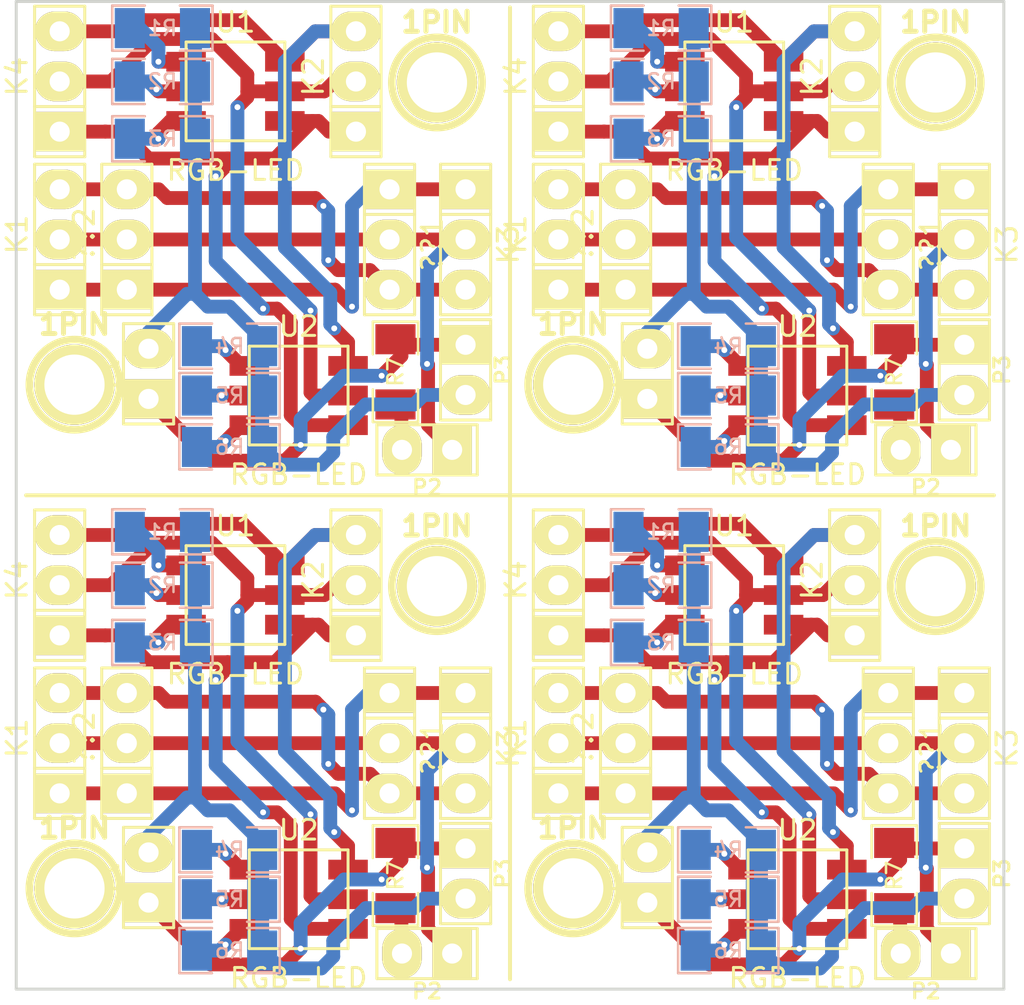
<source format=kicad_pcb>
(kicad_pcb (version 3) (host pcbnew "(2013-may-18)-stable")

  (general
    (links 185)
    (no_connects 45)
    (area 65.5028 30.725999 117.336866 81.7162)
    (thickness 1.6)
    (drawings 6)
    (tracks 608)
    (zones 0)
    (modules 80)
    (nets 16)
  )

  (page A3)
  (layers
    (15 F.Cu signal)
    (0 B.Cu signal)
    (16 B.Adhes user)
    (17 F.Adhes user)
    (18 B.Paste user)
    (19 F.Paste user)
    (20 B.SilkS user)
    (21 F.SilkS user)
    (22 B.Mask user)
    (23 F.Mask user)
    (24 Dwgs.User user)
    (25 Cmts.User user)
    (26 Eco1.User user)
    (27 Eco2.User user)
    (28 Edge.Cuts user)
  )

  (setup
    (last_trace_width 0.7)
    (trace_clearance 0.254)
    (zone_clearance 0.508)
    (zone_45_only no)
    (trace_min 0.254)
    (segment_width 0.2)
    (edge_width 0.15)
    (via_size 0.7)
    (via_drill 0.3)
    (via_min_size 0.5)
    (via_min_drill 0.3)
    (uvia_size 0.508)
    (uvia_drill 0.127)
    (uvias_allowed no)
    (uvia_min_size 0.508)
    (uvia_min_drill 0.127)
    (pcb_text_width 0.3)
    (pcb_text_size 1 1)
    (mod_edge_width 0.15)
    (mod_text_size 1 1)
    (mod_text_width 0.15)
    (pad_size 1 1)
    (pad_drill 0.6)
    (pad_to_mask_clearance 0)
    (aux_axis_origin 0 0)
    (visible_elements FFFFFFBF)
    (pcbplotparams
      (layerselection 284196865)
      (usegerberextensions true)
      (excludeedgelayer true)
      (linewidth 0.150000)
      (plotframeref false)
      (viasonmask false)
      (mode 1)
      (useauxorigin false)
      (hpglpennumber 1)
      (hpglpenspeed 20)
      (hpglpendiameter 15)
      (hpglpenoverlay 2)
      (psnegative false)
      (psa4output false)
      (plotreference true)
      (plotvalue true)
      (plotothertext true)
      (plotinvisibletext false)
      (padsonsilk false)
      (subtractmaskfromsilk false)
      (outputformat 1)
      (mirror false)
      (drillshape 0)
      (scaleselection 1)
      (outputdirectory plots/))
  )

  (net 0 "")
  (net 1 +3.3V)
  (net 2 +BATT)
  (net 3 GND)
  (net 4 N-000001)
  (net 5 N-0000011)
  (net 6 N-0000012)
  (net 7 N-0000014)
  (net 8 N-0000015)
  (net 9 N-000002)
  (net 10 N-000003)
  (net 11 N-000004)
  (net 12 N-000005)
  (net 13 N-000006)
  (net 14 N-000007)
  (net 15 N-000009)

  (net_class Default "This is the default net class."
    (clearance 0.254)
    (trace_width 0.7)
    (via_dia 0.7)
    (via_drill 0.3)
    (uvia_dia 0.508)
    (uvia_drill 0.127)
    (add_net "")
    (add_net +3.3V)
    (add_net +BATT)
    (add_net GND)
    (add_net N-000001)
    (add_net N-0000011)
    (add_net N-0000012)
    (add_net N-0000014)
    (add_net N-0000015)
    (add_net N-000002)
    (add_net N-000003)
    (add_net N-000004)
    (add_net N-000005)
    (add_net N-000006)
    (add_net N-000007)
    (add_net N-000009)
  )

  (module 1pin (layer F.Cu) (tedit 200000) (tstamp 5536A8C1)
    (at 69.25 75.8)
    (descr "module 1 pin (ou trou mecanique de percage)")
    (tags DEV)
    (path 1pin)
    (fp_text reference 1PIN (at 0 -3.048) (layer F.SilkS)
      (effects (font (size 1.016 1.016) (thickness 0.254)))
    )
    (fp_text value P*** (at 0 2.794) (layer F.SilkS) hide
      (effects (font (size 1.016 1.016) (thickness 0.254)))
    )
    (fp_circle (center 0 0) (end 0 -2.286) (layer F.SilkS) (width 0.381))
    (pad 1 thru_hole circle (at 0 0) (size 4.064 4.064) (drill 3.048)
      (layers *.Cu *.Mask F.SilkS)
    )
  )

  (module 1pin (layer F.Cu) (tedit 200000) (tstamp 5536A8BC)
    (at 87.6 60.5)
    (descr "module 1 pin (ou trou mecanique de percage)")
    (tags DEV)
    (path 1pin)
    (fp_text reference 1PIN (at 0 -3.048) (layer F.SilkS)
      (effects (font (size 1.016 1.016) (thickness 0.254)))
    )
    (fp_text value P*** (at 0 2.794) (layer F.SilkS) hide
      (effects (font (size 1.016 1.016) (thickness 0.254)))
    )
    (fp_circle (center 0 0) (end 0 -2.286) (layer F.SilkS) (width 0.381))
    (pad 1 thru_hole circle (at 0 0) (size 4.064 4.064) (drill 3.048)
      (layers *.Cu *.Mask F.SilkS)
    )
  )

  (module PIN_ARRAY_LARGE_PADS_2.54mm_2X1 (layer F.Cu) (tedit 54F186BD) (tstamp 5536A8B3)
    (at 87.1 79.1 180)
    (descr "Connecteurs 2 pins")
    (tags "CONN DEV")
    (path /5517BA51)
    (fp_text reference P2 (at 0 -1.905 180) (layer F.SilkS)
      (effects (font (size 0.762 0.762) (thickness 0.1524)))
    )
    (fp_text value VibroEngine (at 0 -1.905 180) (layer F.SilkS) hide
      (effects (font (size 0.762 0.762) (thickness 0.1524)))
    )
    (fp_line (start -2.54 1.27) (end -2.54 -1.27) (layer F.SilkS) (width 0.1524))
    (fp_line (start -2.54 -1.27) (end 2.54 -1.27) (layer F.SilkS) (width 0.1524))
    (fp_line (start 2.54 -1.27) (end 2.54 1.27) (layer F.SilkS) (width 0.1524))
    (fp_line (start 2.54 1.27) (end -2.54 1.27) (layer F.SilkS) (width 0.1524))
    (pad 1 thru_hole rect (at -1.27 0 180) (size 2 2.5) (drill 1.016)
      (layers *.Cu *.Mask F.SilkS)
      (net 3 GND)
    )
    (pad 2 thru_hole oval (at 1.27 0 180) (size 2 2.5) (drill 1.016)
      (layers *.Cu *.Mask F.SilkS)
      (net 7 N-0000014)
    )
  )

  (module PIN_ARRAY_LARGE_PADS_2.54mm_2X1 (layer F.Cu) (tedit 54F186BD) (tstamp 5536A8AA)
    (at 73 75.25 90)
    (descr "Connecteurs 2 pins")
    (tags "CONN DEV")
    (path /5517BB1C)
    (fp_text reference P1 (at 0 -1.905 90) (layer F.SilkS)
      (effects (font (size 0.762 0.762) (thickness 0.1524)))
    )
    (fp_text value Vibro (at 0 -1.905 90) (layer F.SilkS) hide
      (effects (font (size 0.762 0.762) (thickness 0.1524)))
    )
    (fp_line (start -2.54 1.27) (end -2.54 -1.27) (layer F.SilkS) (width 0.1524))
    (fp_line (start -2.54 -1.27) (end 2.54 -1.27) (layer F.SilkS) (width 0.1524))
    (fp_line (start 2.54 -1.27) (end 2.54 1.27) (layer F.SilkS) (width 0.1524))
    (fp_line (start 2.54 1.27) (end -2.54 1.27) (layer F.SilkS) (width 0.1524))
    (pad 1 thru_hole rect (at -1.27 0 90) (size 2 2.5) (drill 1.016)
      (layers *.Cu *.Mask F.SilkS)
      (net 8 N-0000015)
    )
    (pad 2 thru_hole oval (at 1.27 0 90) (size 2 2.5) (drill 1.016)
      (layers *.Cu *.Mask F.SilkS)
      (net 2 +BATT)
    )
  )

  (module PIN_ARRAY_LARGE_PADS_2.54mm_2X1 (layer F.Cu) (tedit 54F186BD) (tstamp 5536A8A1)
    (at 89.05 75.05 270)
    (descr "Connecteurs 2 pins")
    (tags "CONN DEV")
    (path /5517BC38)
    (fp_text reference P3 (at 0 -1.905 270) (layer F.SilkS)
      (effects (font (size 0.762 0.762) (thickness 0.1524)))
    )
    (fp_text value Vibro (at 0 -1.905 270) (layer F.SilkS) hide
      (effects (font (size 0.762 0.762) (thickness 0.1524)))
    )
    (fp_line (start -2.54 1.27) (end -2.54 -1.27) (layer F.SilkS) (width 0.1524))
    (fp_line (start -2.54 -1.27) (end 2.54 -1.27) (layer F.SilkS) (width 0.1524))
    (fp_line (start 2.54 -1.27) (end 2.54 1.27) (layer F.SilkS) (width 0.1524))
    (fp_line (start 2.54 1.27) (end -2.54 1.27) (layer F.SilkS) (width 0.1524))
    (pad 1 thru_hole rect (at -1.27 0 270) (size 2 2.5) (drill 1.016)
      (layers *.Cu *.Mask F.SilkS)
      (net 8 N-0000015)
    )
    (pad 2 thru_hole oval (at 1.27 0 270) (size 2 2.5) (drill 1.016)
      (layers *.Cu *.Mask F.SilkS)
      (net 2 +BATT)
    )
  )

  (module PIN_ARRAY_LARGE_PADS_2.54mm_3X1 (layer F.Cu) (tedit 54F1868D) (tstamp 5536A896)
    (at 71.9 68.45 90)
    (descr "Connecteur 3 pins")
    (tags "CONN DEV")
    (path /55171C79)
    (fp_text reference ??2 (at 0.254 -2.159 90) (layer F.SilkS)
      (effects (font (size 1.016 1.016) (thickness 0.1524)))
    )
    (fp_text value TSOP4856 (at 0 -2.159 90) (layer F.SilkS) hide
      (effects (font (size 1.016 1.016) (thickness 0.1524)))
    )
    (fp_line (start -3.81 1.27) (end -3.81 -1.27) (layer F.SilkS) (width 0.1524))
    (fp_line (start -3.81 -1.27) (end 3.81 -1.27) (layer F.SilkS) (width 0.1524))
    (fp_line (start 3.81 -1.27) (end 3.81 1.27) (layer F.SilkS) (width 0.1524))
    (fp_line (start 3.81 1.27) (end -3.81 1.27) (layer F.SilkS) (width 0.1524))
    (fp_line (start -1.27 -1.27) (end -1.27 1.27) (layer F.SilkS) (width 0.1524))
    (pad 1 thru_hole rect (at -2.54 0 90) (size 2 2.5) (drill 1.016)
      (layers *.Cu *.Mask F.SilkS)
      (net 15 N-000009)
    )
    (pad 2 thru_hole oval (at 0 0 90) (size 2 2.5) (drill 1.016)
      (layers *.Cu *.Mask F.SilkS)
      (net 3 GND)
    )
    (pad 3 thru_hole oval (at 2.54 0 90) (size 2 2.5) (drill 1.016)
      (layers *.Cu *.Mask F.SilkS)
      (net 1 +3.3V)
    )
  )

  (module PIN_ARRAY_LARGE_PADS_2.54mm_3X1 (layer F.Cu) (tedit 54F1868D) (tstamp 5536A88B)
    (at 68.5 68.45 90)
    (descr "Connecteur 3 pins")
    (tags "CONN DEV")
    (path /55171CEF)
    (fp_text reference K1 (at 0.254 -2.159 90) (layer F.SilkS)
      (effects (font (size 1.016 1.016) (thickness 0.1524)))
    )
    (fp_text value SENSORS (at 0 -2.159 90) (layer F.SilkS) hide
      (effects (font (size 1.016 1.016) (thickness 0.1524)))
    )
    (fp_line (start -3.81 1.27) (end -3.81 -1.27) (layer F.SilkS) (width 0.1524))
    (fp_line (start -3.81 -1.27) (end 3.81 -1.27) (layer F.SilkS) (width 0.1524))
    (fp_line (start 3.81 -1.27) (end 3.81 1.27) (layer F.SilkS) (width 0.1524))
    (fp_line (start 3.81 1.27) (end -3.81 1.27) (layer F.SilkS) (width 0.1524))
    (fp_line (start -1.27 -1.27) (end -1.27 1.27) (layer F.SilkS) (width 0.1524))
    (pad 1 thru_hole rect (at -2.54 0 90) (size 2 2.5) (drill 1.016)
      (layers *.Cu *.Mask F.SilkS)
      (net 15 N-000009)
    )
    (pad 2 thru_hole oval (at 0 0 90) (size 2 2.5) (drill 1.016)
      (layers *.Cu *.Mask F.SilkS)
      (net 3 GND)
    )
    (pad 3 thru_hole oval (at 2.54 0 90) (size 2 2.5) (drill 1.016)
      (layers *.Cu *.Mask F.SilkS)
      (net 1 +3.3V)
    )
  )

  (module PIN_ARRAY_LARGE_PADS_2.54mm_3X1 (layer F.Cu) (tedit 54F1868D) (tstamp 5536A880)
    (at 89.05 68.45 270)
    (descr "Connecteur 3 pins")
    (tags "CONN DEV")
    (path /55171D0C)
    (fp_text reference K3 (at 0.254 -2.159 270) (layer F.SilkS)
      (effects (font (size 1.016 1.016) (thickness 0.1524)))
    )
    (fp_text value SENSORS (at 0 -2.159 270) (layer F.SilkS) hide
      (effects (font (size 1.016 1.016) (thickness 0.1524)))
    )
    (fp_line (start -3.81 1.27) (end -3.81 -1.27) (layer F.SilkS) (width 0.1524))
    (fp_line (start -3.81 -1.27) (end 3.81 -1.27) (layer F.SilkS) (width 0.1524))
    (fp_line (start 3.81 -1.27) (end 3.81 1.27) (layer F.SilkS) (width 0.1524))
    (fp_line (start 3.81 1.27) (end -3.81 1.27) (layer F.SilkS) (width 0.1524))
    (fp_line (start -1.27 -1.27) (end -1.27 1.27) (layer F.SilkS) (width 0.1524))
    (pad 1 thru_hole rect (at -2.54 0 270) (size 2 2.5) (drill 1.016)
      (layers *.Cu *.Mask F.SilkS)
      (net 15 N-000009)
    )
    (pad 2 thru_hole oval (at 0 0 270) (size 2 2.5) (drill 1.016)
      (layers *.Cu *.Mask F.SilkS)
      (net 3 GND)
    )
    (pad 3 thru_hole oval (at 2.54 0 270) (size 2 2.5) (drill 1.016)
      (layers *.Cu *.Mask F.SilkS)
      (net 1 +3.3V)
    )
  )

  (module PIN_ARRAY_LARGE_PADS_2.54mm_3X1 (layer F.Cu) (tedit 54F1868D) (tstamp 5536A875)
    (at 83.5 60.45 90)
    (descr "Connecteur 3 pins")
    (tags "CONN DEV")
    (path /5517BCAB)
    (fp_text reference K2 (at 0.254 -2.159 90) (layer F.SilkS)
      (effects (font (size 1.016 1.016) (thickness 0.1524)))
    )
    (fp_text value LEDs (at 0 -2.159 90) (layer F.SilkS) hide
      (effects (font (size 1.016 1.016) (thickness 0.1524)))
    )
    (fp_line (start -3.81 1.27) (end -3.81 -1.27) (layer F.SilkS) (width 0.1524))
    (fp_line (start -3.81 -1.27) (end 3.81 -1.27) (layer F.SilkS) (width 0.1524))
    (fp_line (start 3.81 -1.27) (end 3.81 1.27) (layer F.SilkS) (width 0.1524))
    (fp_line (start 3.81 1.27) (end -3.81 1.27) (layer F.SilkS) (width 0.1524))
    (fp_line (start -1.27 -1.27) (end -1.27 1.27) (layer F.SilkS) (width 0.1524))
    (pad 1 thru_hole rect (at -2.54 0 90) (size 2 2.5) (drill 1.016)
      (layers *.Cu *.Mask F.SilkS)
      (net 10 N-000003)
    )
    (pad 2 thru_hole oval (at 0 0 90) (size 2 2.5) (drill 1.016)
      (layers *.Cu *.Mask F.SilkS)
      (net 9 N-000002)
    )
    (pad 3 thru_hole oval (at 2.54 0 90) (size 2 2.5) (drill 1.016)
      (layers *.Cu *.Mask F.SilkS)
      (net 13 N-000006)
    )
  )

  (module PIN_ARRAY_LARGE_PADS_2.54mm_3X1 (layer F.Cu) (tedit 54F1868D) (tstamp 5536A86A)
    (at 85.2 68.45 270)
    (descr "Connecteur 3 pins")
    (tags "CONN DEV")
    (path /55171C6A)
    (fp_text reference ??1 (at 0.254 -2.159 270) (layer F.SilkS)
      (effects (font (size 1.016 1.016) (thickness 0.1524)))
    )
    (fp_text value TSOP4856 (at 0 -2.159 270) (layer F.SilkS) hide
      (effects (font (size 1.016 1.016) (thickness 0.1524)))
    )
    (fp_line (start -3.81 1.27) (end -3.81 -1.27) (layer F.SilkS) (width 0.1524))
    (fp_line (start -3.81 -1.27) (end 3.81 -1.27) (layer F.SilkS) (width 0.1524))
    (fp_line (start 3.81 -1.27) (end 3.81 1.27) (layer F.SilkS) (width 0.1524))
    (fp_line (start 3.81 1.27) (end -3.81 1.27) (layer F.SilkS) (width 0.1524))
    (fp_line (start -1.27 -1.27) (end -1.27 1.27) (layer F.SilkS) (width 0.1524))
    (pad 1 thru_hole rect (at -2.54 0 270) (size 2 2.5) (drill 1.016)
      (layers *.Cu *.Mask F.SilkS)
      (net 15 N-000009)
    )
    (pad 2 thru_hole oval (at 0 0 270) (size 2 2.5) (drill 1.016)
      (layers *.Cu *.Mask F.SilkS)
      (net 3 GND)
    )
    (pad 3 thru_hole oval (at 2.54 0 270) (size 2 2.5) (drill 1.016)
      (layers *.Cu *.Mask F.SilkS)
      (net 1 +3.3V)
    )
  )

  (module PIN_ARRAY_LARGE_PADS_2.54mm_3X1 (layer F.Cu) (tedit 54F1868D) (tstamp 5536A85F)
    (at 68.5 60.45 90)
    (descr "Connecteur 3 pins")
    (tags "CONN DEV")
    (path /5517BCBA)
    (fp_text reference K4 (at 0.254 -2.159 90) (layer F.SilkS)
      (effects (font (size 1.016 1.016) (thickness 0.1524)))
    )
    (fp_text value LEDs (at 0 -2.159 90) (layer F.SilkS) hide
      (effects (font (size 1.016 1.016) (thickness 0.1524)))
    )
    (fp_line (start -3.81 1.27) (end -3.81 -1.27) (layer F.SilkS) (width 0.1524))
    (fp_line (start -3.81 -1.27) (end 3.81 -1.27) (layer F.SilkS) (width 0.1524))
    (fp_line (start 3.81 -1.27) (end 3.81 1.27) (layer F.SilkS) (width 0.1524))
    (fp_line (start 3.81 1.27) (end -3.81 1.27) (layer F.SilkS) (width 0.1524))
    (fp_line (start -1.27 -1.27) (end -1.27 1.27) (layer F.SilkS) (width 0.1524))
    (pad 1 thru_hole rect (at -2.54 0 90) (size 2 2.5) (drill 1.016)
      (layers *.Cu *.Mask F.SilkS)
      (net 10 N-000003)
    )
    (pad 2 thru_hole oval (at 0 0 90) (size 2 2.5) (drill 1.016)
      (layers *.Cu *.Mask F.SilkS)
      (net 9 N-000002)
    )
    (pad 3 thru_hole oval (at 2.54 0 90) (size 2 2.5) (drill 1.016)
      (layers *.Cu *.Mask F.SilkS)
      (net 13 N-000006)
    )
  )

  (module RGB-led (layer F.Cu) (tedit 5517C17E) (tstamp 5536A852)
    (at 77.4 60.95)
    (path /5517BED0)
    (fp_text reference U1 (at 0 -3.5) (layer F.SilkS)
      (effects (font (size 1 1) (thickness 0.15)))
    )
    (fp_text value RGB-LED (at 0 4) (layer F.SilkS)
      (effects (font (size 1 1) (thickness 0.15)))
    )
    (fp_line (start 2.5 -2.5) (end -2.5 -2.5) (layer F.SilkS) (width 0.15))
    (fp_line (start -2.5 -2.5) (end -2.5 2.5) (layer F.SilkS) (width 0.15))
    (fp_line (start -2.5 2.5) (end 2.5 2.5) (layer F.SilkS) (width 0.15))
    (fp_line (start 2.5 2.5) (end 2.5 -2.5) (layer F.SilkS) (width 0.15))
    (pad 1 smd rect (at 2.5 1.5) (size 2 1)
      (layers F.Cu F.Paste F.Mask)
      (net 10 N-000003)
    )
    (pad 2 smd rect (at 2.5 0) (size 2 1)
      (layers F.Cu F.Paste F.Mask)
      (net 9 N-000002)
    )
    (pad 3 smd rect (at 2.5 -1.5) (size 2 1)
      (layers F.Cu F.Paste F.Mask)
      (net 13 N-000006)
    )
    (pad 4 smd rect (at -2.5 -1.5) (size 2 1)
      (layers F.Cu F.Paste F.Mask)
      (net 11 N-000004)
    )
    (pad 5 smd rect (at -2.5 0) (size 2 1)
      (layers F.Cu F.Paste F.Mask)
      (net 4 N-000001)
    )
    (pad 6 smd rect (at -2.5 1.5) (size 2 1)
      (layers F.Cu F.Paste F.Mask)
      (net 12 N-000005)
    )
  )

  (module RGB-led (layer F.Cu) (tedit 5517C17E) (tstamp 5536A845)
    (at 80.6 76.35)
    (path /5517C06D)
    (fp_text reference U2 (at 0 -3.5) (layer F.SilkS)
      (effects (font (size 1 1) (thickness 0.15)))
    )
    (fp_text value RGB-LED (at 0 4) (layer F.SilkS)
      (effects (font (size 1 1) (thickness 0.15)))
    )
    (fp_line (start 2.5 -2.5) (end -2.5 -2.5) (layer F.SilkS) (width 0.15))
    (fp_line (start -2.5 -2.5) (end -2.5 2.5) (layer F.SilkS) (width 0.15))
    (fp_line (start -2.5 2.5) (end 2.5 2.5) (layer F.SilkS) (width 0.15))
    (fp_line (start 2.5 2.5) (end 2.5 -2.5) (layer F.SilkS) (width 0.15))
    (pad 1 smd rect (at 2.5 1.5) (size 2 1)
      (layers F.Cu F.Paste F.Mask)
      (net 10 N-000003)
    )
    (pad 2 smd rect (at 2.5 0) (size 2 1)
      (layers F.Cu F.Paste F.Mask)
      (net 9 N-000002)
    )
    (pad 3 smd rect (at 2.5 -1.5) (size 2 1)
      (layers F.Cu F.Paste F.Mask)
      (net 13 N-000006)
    )
    (pad 4 smd rect (at -2.5 -1.5) (size 2 1)
      (layers F.Cu F.Paste F.Mask)
      (net 5 N-0000011)
    )
    (pad 5 smd rect (at -2.5 0) (size 2 1)
      (layers F.Cu F.Paste F.Mask)
      (net 6 N-0000012)
    )
    (pad 6 smd rect (at -2.5 1.5) (size 2 1)
      (layers F.Cu F.Paste F.Mask)
      (net 14 N-000007)
    )
  )

  (module SM1206 (layer B.Cu) (tedit 42806E24) (tstamp 5536A83A)
    (at 73.7 57.75 180)
    (path /5517BEDF)
    (attr smd)
    (fp_text reference R1 (at 0 0 180) (layer B.SilkS)
      (effects (font (size 0.762 0.762) (thickness 0.127)) (justify mirror))
    )
    (fp_text value R (at 0 0 180) (layer B.SilkS) hide
      (effects (font (size 0.762 0.762) (thickness 0.127)) (justify mirror))
    )
    (fp_line (start -2.54 1.143) (end -2.54 -1.143) (layer B.SilkS) (width 0.127))
    (fp_line (start -2.54 -1.143) (end -0.889 -1.143) (layer B.SilkS) (width 0.127))
    (fp_line (start 0.889 1.143) (end 2.54 1.143) (layer B.SilkS) (width 0.127))
    (fp_line (start 2.54 1.143) (end 2.54 -1.143) (layer B.SilkS) (width 0.127))
    (fp_line (start 2.54 -1.143) (end 0.889 -1.143) (layer B.SilkS) (width 0.127))
    (fp_line (start -0.889 1.143) (end -2.54 1.143) (layer B.SilkS) (width 0.127))
    (pad 1 smd rect (at -1.651 0 180) (size 1.524 2.032)
      (layers B.Cu B.Paste B.Mask)
      (net 2 +BATT)
    )
    (pad 2 smd rect (at 1.651 0 180) (size 1.524 2.032)
      (layers B.Cu B.Paste B.Mask)
      (net 11 N-000004)
    )
    (model smd/chip_cms.wrl
      (at (xyz 0 0 0))
      (scale (xyz 0.17 0.16 0.16))
      (rotate (xyz 0 0 0))
    )
  )

  (module SM1206 (layer B.Cu) (tedit 42806E24) (tstamp 5536A82F)
    (at 73.7 60.45 180)
    (path /5517BF25)
    (attr smd)
    (fp_text reference R2 (at 0 0 180) (layer B.SilkS)
      (effects (font (size 0.762 0.762) (thickness 0.127)) (justify mirror))
    )
    (fp_text value R (at 0 0 180) (layer B.SilkS) hide
      (effects (font (size 0.762 0.762) (thickness 0.127)) (justify mirror))
    )
    (fp_line (start -2.54 1.143) (end -2.54 -1.143) (layer B.SilkS) (width 0.127))
    (fp_line (start -2.54 -1.143) (end -0.889 -1.143) (layer B.SilkS) (width 0.127))
    (fp_line (start 0.889 1.143) (end 2.54 1.143) (layer B.SilkS) (width 0.127))
    (fp_line (start 2.54 1.143) (end 2.54 -1.143) (layer B.SilkS) (width 0.127))
    (fp_line (start 2.54 -1.143) (end 0.889 -1.143) (layer B.SilkS) (width 0.127))
    (fp_line (start -0.889 1.143) (end -2.54 1.143) (layer B.SilkS) (width 0.127))
    (pad 1 smd rect (at -1.651 0 180) (size 1.524 2.032)
      (layers B.Cu B.Paste B.Mask)
      (net 2 +BATT)
    )
    (pad 2 smd rect (at 1.651 0 180) (size 1.524 2.032)
      (layers B.Cu B.Paste B.Mask)
      (net 4 N-000001)
    )
    (model smd/chip_cms.wrl
      (at (xyz 0 0 0))
      (scale (xyz 0.17 0.16 0.16))
      (rotate (xyz 0 0 0))
    )
  )

  (module SM1206 (layer B.Cu) (tedit 42806E24) (tstamp 5536A824)
    (at 73.7 63.35 180)
    (path /5517BF34)
    (attr smd)
    (fp_text reference R3 (at 0 0 180) (layer B.SilkS)
      (effects (font (size 0.762 0.762) (thickness 0.127)) (justify mirror))
    )
    (fp_text value R (at 0 0 180) (layer B.SilkS) hide
      (effects (font (size 0.762 0.762) (thickness 0.127)) (justify mirror))
    )
    (fp_line (start -2.54 1.143) (end -2.54 -1.143) (layer B.SilkS) (width 0.127))
    (fp_line (start -2.54 -1.143) (end -0.889 -1.143) (layer B.SilkS) (width 0.127))
    (fp_line (start 0.889 1.143) (end 2.54 1.143) (layer B.SilkS) (width 0.127))
    (fp_line (start 2.54 1.143) (end 2.54 -1.143) (layer B.SilkS) (width 0.127))
    (fp_line (start 2.54 -1.143) (end 0.889 -1.143) (layer B.SilkS) (width 0.127))
    (fp_line (start -0.889 1.143) (end -2.54 1.143) (layer B.SilkS) (width 0.127))
    (pad 1 smd rect (at -1.651 0 180) (size 1.524 2.032)
      (layers B.Cu B.Paste B.Mask)
      (net 2 +BATT)
    )
    (pad 2 smd rect (at 1.651 0 180) (size 1.524 2.032)
      (layers B.Cu B.Paste B.Mask)
      (net 12 N-000005)
    )
    (model smd/chip_cms.wrl
      (at (xyz 0 0 0))
      (scale (xyz 0.17 0.16 0.16))
      (rotate (xyz 0 0 0))
    )
  )

  (module SM1206 (layer F.Cu) (tedit 42806E24) (tstamp 5536A819)
    (at 85.5 75.15 90)
    (path /5517BB03)
    (attr smd)
    (fp_text reference R7 (at 0 0 90) (layer F.SilkS)
      (effects (font (size 0.762 0.762) (thickness 0.127)))
    )
    (fp_text value R (at 0 0 90) (layer F.SilkS) hide
      (effects (font (size 0.762 0.762) (thickness 0.127)))
    )
    (fp_line (start -2.54 -1.143) (end -2.54 1.143) (layer F.SilkS) (width 0.127))
    (fp_line (start -2.54 1.143) (end -0.889 1.143) (layer F.SilkS) (width 0.127))
    (fp_line (start 0.889 -1.143) (end 2.54 -1.143) (layer F.SilkS) (width 0.127))
    (fp_line (start 2.54 -1.143) (end 2.54 1.143) (layer F.SilkS) (width 0.127))
    (fp_line (start 2.54 1.143) (end 0.889 1.143) (layer F.SilkS) (width 0.127))
    (fp_line (start -0.889 -1.143) (end -2.54 -1.143) (layer F.SilkS) (width 0.127))
    (pad 1 smd rect (at -1.651 0 90) (size 1.524 2.032)
      (layers F.Cu F.Paste F.Mask)
      (net 7 N-0000014)
    )
    (pad 2 smd rect (at 1.651 0 90) (size 1.524 2.032)
      (layers F.Cu F.Paste F.Mask)
      (net 8 N-0000015)
    )
    (model smd/chip_cms.wrl
      (at (xyz 0 0 0))
      (scale (xyz 0.17 0.16 0.16))
      (rotate (xyz 0 0 0))
    )
  )

  (module SM1206 (layer B.Cu) (tedit 42806E24) (tstamp 5536A80E)
    (at 77.1 73.85 180)
    (path /5517C073)
    (attr smd)
    (fp_text reference R4 (at 0 0 180) (layer B.SilkS)
      (effects (font (size 0.762 0.762) (thickness 0.127)) (justify mirror))
    )
    (fp_text value R (at 0 0 180) (layer B.SilkS) hide
      (effects (font (size 0.762 0.762) (thickness 0.127)) (justify mirror))
    )
    (fp_line (start -2.54 1.143) (end -2.54 -1.143) (layer B.SilkS) (width 0.127))
    (fp_line (start -2.54 -1.143) (end -0.889 -1.143) (layer B.SilkS) (width 0.127))
    (fp_line (start 0.889 1.143) (end 2.54 1.143) (layer B.SilkS) (width 0.127))
    (fp_line (start 2.54 1.143) (end 2.54 -1.143) (layer B.SilkS) (width 0.127))
    (fp_line (start 2.54 -1.143) (end 0.889 -1.143) (layer B.SilkS) (width 0.127))
    (fp_line (start -0.889 1.143) (end -2.54 1.143) (layer B.SilkS) (width 0.127))
    (pad 1 smd rect (at -1.651 0 180) (size 1.524 2.032)
      (layers B.Cu B.Paste B.Mask)
      (net 2 +BATT)
    )
    (pad 2 smd rect (at 1.651 0 180) (size 1.524 2.032)
      (layers B.Cu B.Paste B.Mask)
      (net 5 N-0000011)
    )
    (model smd/chip_cms.wrl
      (at (xyz 0 0 0))
      (scale (xyz 0.17 0.16 0.16))
      (rotate (xyz 0 0 0))
    )
  )

  (module SM1206 (layer B.Cu) (tedit 42806E24) (tstamp 5536A803)
    (at 77.1 76.35 180)
    (path /5517C079)
    (attr smd)
    (fp_text reference R5 (at 0 0 180) (layer B.SilkS)
      (effects (font (size 0.762 0.762) (thickness 0.127)) (justify mirror))
    )
    (fp_text value R (at 0 0 180) (layer B.SilkS) hide
      (effects (font (size 0.762 0.762) (thickness 0.127)) (justify mirror))
    )
    (fp_line (start -2.54 1.143) (end -2.54 -1.143) (layer B.SilkS) (width 0.127))
    (fp_line (start -2.54 -1.143) (end -0.889 -1.143) (layer B.SilkS) (width 0.127))
    (fp_line (start 0.889 1.143) (end 2.54 1.143) (layer B.SilkS) (width 0.127))
    (fp_line (start 2.54 1.143) (end 2.54 -1.143) (layer B.SilkS) (width 0.127))
    (fp_line (start 2.54 -1.143) (end 0.889 -1.143) (layer B.SilkS) (width 0.127))
    (fp_line (start -0.889 1.143) (end -2.54 1.143) (layer B.SilkS) (width 0.127))
    (pad 1 smd rect (at -1.651 0 180) (size 1.524 2.032)
      (layers B.Cu B.Paste B.Mask)
      (net 2 +BATT)
    )
    (pad 2 smd rect (at 1.651 0 180) (size 1.524 2.032)
      (layers B.Cu B.Paste B.Mask)
      (net 6 N-0000012)
    )
    (model smd/chip_cms.wrl
      (at (xyz 0 0 0))
      (scale (xyz 0.17 0.16 0.16))
      (rotate (xyz 0 0 0))
    )
  )

  (module SM1206 (layer B.Cu) (tedit 42806E24) (tstamp 5536A7F8)
    (at 77.1 78.95 180)
    (path /5517C07F)
    (attr smd)
    (fp_text reference R6 (at 0 0 180) (layer B.SilkS)
      (effects (font (size 0.762 0.762) (thickness 0.127)) (justify mirror))
    )
    (fp_text value R (at 0 0 180) (layer B.SilkS) hide
      (effects (font (size 0.762 0.762) (thickness 0.127)) (justify mirror))
    )
    (fp_line (start -2.54 1.143) (end -2.54 -1.143) (layer B.SilkS) (width 0.127))
    (fp_line (start -2.54 -1.143) (end -0.889 -1.143) (layer B.SilkS) (width 0.127))
    (fp_line (start 0.889 1.143) (end 2.54 1.143) (layer B.SilkS) (width 0.127))
    (fp_line (start 2.54 1.143) (end 2.54 -1.143) (layer B.SilkS) (width 0.127))
    (fp_line (start 2.54 -1.143) (end 0.889 -1.143) (layer B.SilkS) (width 0.127))
    (fp_line (start -0.889 1.143) (end -2.54 1.143) (layer B.SilkS) (width 0.127))
    (pad 1 smd rect (at -1.651 0 180) (size 1.524 2.032)
      (layers B.Cu B.Paste B.Mask)
      (net 2 +BATT)
    )
    (pad 2 smd rect (at 1.651 0 180) (size 1.524 2.032)
      (layers B.Cu B.Paste B.Mask)
      (net 14 N-000007)
    )
    (model smd/chip_cms.wrl
      (at (xyz 0 0 0))
      (scale (xyz 0.17 0.16 0.16))
      (rotate (xyz 0 0 0))
    )
  )

  (module SM1206 (layer B.Cu) (tedit 42806E24) (tstamp 5536A7ED)
    (at 102.35 78.95 180)
    (path /5517C07F)
    (attr smd)
    (fp_text reference R6 (at 0 0 180) (layer B.SilkS)
      (effects (font (size 0.762 0.762) (thickness 0.127)) (justify mirror))
    )
    (fp_text value R (at 0 0 180) (layer B.SilkS) hide
      (effects (font (size 0.762 0.762) (thickness 0.127)) (justify mirror))
    )
    (fp_line (start -2.54 1.143) (end -2.54 -1.143) (layer B.SilkS) (width 0.127))
    (fp_line (start -2.54 -1.143) (end -0.889 -1.143) (layer B.SilkS) (width 0.127))
    (fp_line (start 0.889 1.143) (end 2.54 1.143) (layer B.SilkS) (width 0.127))
    (fp_line (start 2.54 1.143) (end 2.54 -1.143) (layer B.SilkS) (width 0.127))
    (fp_line (start 2.54 -1.143) (end 0.889 -1.143) (layer B.SilkS) (width 0.127))
    (fp_line (start -0.889 1.143) (end -2.54 1.143) (layer B.SilkS) (width 0.127))
    (pad 1 smd rect (at -1.651 0 180) (size 1.524 2.032)
      (layers B.Cu B.Paste B.Mask)
      (net 2 +BATT)
    )
    (pad 2 smd rect (at 1.651 0 180) (size 1.524 2.032)
      (layers B.Cu B.Paste B.Mask)
      (net 14 N-000007)
    )
    (model smd/chip_cms.wrl
      (at (xyz 0 0 0))
      (scale (xyz 0.17 0.16 0.16))
      (rotate (xyz 0 0 0))
    )
  )

  (module SM1206 (layer B.Cu) (tedit 42806E24) (tstamp 5536A7E2)
    (at 102.35 76.35 180)
    (path /5517C079)
    (attr smd)
    (fp_text reference R5 (at 0 0 180) (layer B.SilkS)
      (effects (font (size 0.762 0.762) (thickness 0.127)) (justify mirror))
    )
    (fp_text value R (at 0 0 180) (layer B.SilkS) hide
      (effects (font (size 0.762 0.762) (thickness 0.127)) (justify mirror))
    )
    (fp_line (start -2.54 1.143) (end -2.54 -1.143) (layer B.SilkS) (width 0.127))
    (fp_line (start -2.54 -1.143) (end -0.889 -1.143) (layer B.SilkS) (width 0.127))
    (fp_line (start 0.889 1.143) (end 2.54 1.143) (layer B.SilkS) (width 0.127))
    (fp_line (start 2.54 1.143) (end 2.54 -1.143) (layer B.SilkS) (width 0.127))
    (fp_line (start 2.54 -1.143) (end 0.889 -1.143) (layer B.SilkS) (width 0.127))
    (fp_line (start -0.889 1.143) (end -2.54 1.143) (layer B.SilkS) (width 0.127))
    (pad 1 smd rect (at -1.651 0 180) (size 1.524 2.032)
      (layers B.Cu B.Paste B.Mask)
      (net 2 +BATT)
    )
    (pad 2 smd rect (at 1.651 0 180) (size 1.524 2.032)
      (layers B.Cu B.Paste B.Mask)
      (net 6 N-0000012)
    )
    (model smd/chip_cms.wrl
      (at (xyz 0 0 0))
      (scale (xyz 0.17 0.16 0.16))
      (rotate (xyz 0 0 0))
    )
  )

  (module SM1206 (layer B.Cu) (tedit 42806E24) (tstamp 5536A7D7)
    (at 102.35 73.85 180)
    (path /5517C073)
    (attr smd)
    (fp_text reference R4 (at 0 0 180) (layer B.SilkS)
      (effects (font (size 0.762 0.762) (thickness 0.127)) (justify mirror))
    )
    (fp_text value R (at 0 0 180) (layer B.SilkS) hide
      (effects (font (size 0.762 0.762) (thickness 0.127)) (justify mirror))
    )
    (fp_line (start -2.54 1.143) (end -2.54 -1.143) (layer B.SilkS) (width 0.127))
    (fp_line (start -2.54 -1.143) (end -0.889 -1.143) (layer B.SilkS) (width 0.127))
    (fp_line (start 0.889 1.143) (end 2.54 1.143) (layer B.SilkS) (width 0.127))
    (fp_line (start 2.54 1.143) (end 2.54 -1.143) (layer B.SilkS) (width 0.127))
    (fp_line (start 2.54 -1.143) (end 0.889 -1.143) (layer B.SilkS) (width 0.127))
    (fp_line (start -0.889 1.143) (end -2.54 1.143) (layer B.SilkS) (width 0.127))
    (pad 1 smd rect (at -1.651 0 180) (size 1.524 2.032)
      (layers B.Cu B.Paste B.Mask)
      (net 2 +BATT)
    )
    (pad 2 smd rect (at 1.651 0 180) (size 1.524 2.032)
      (layers B.Cu B.Paste B.Mask)
      (net 5 N-0000011)
    )
    (model smd/chip_cms.wrl
      (at (xyz 0 0 0))
      (scale (xyz 0.17 0.16 0.16))
      (rotate (xyz 0 0 0))
    )
  )

  (module SM1206 (layer F.Cu) (tedit 42806E24) (tstamp 5536A7CC)
    (at 110.75 75.15 90)
    (path /5517BB03)
    (attr smd)
    (fp_text reference R7 (at 0 0 90) (layer F.SilkS)
      (effects (font (size 0.762 0.762) (thickness 0.127)))
    )
    (fp_text value R (at 0 0 90) (layer F.SilkS) hide
      (effects (font (size 0.762 0.762) (thickness 0.127)))
    )
    (fp_line (start -2.54 -1.143) (end -2.54 1.143) (layer F.SilkS) (width 0.127))
    (fp_line (start -2.54 1.143) (end -0.889 1.143) (layer F.SilkS) (width 0.127))
    (fp_line (start 0.889 -1.143) (end 2.54 -1.143) (layer F.SilkS) (width 0.127))
    (fp_line (start 2.54 -1.143) (end 2.54 1.143) (layer F.SilkS) (width 0.127))
    (fp_line (start 2.54 1.143) (end 0.889 1.143) (layer F.SilkS) (width 0.127))
    (fp_line (start -0.889 -1.143) (end -2.54 -1.143) (layer F.SilkS) (width 0.127))
    (pad 1 smd rect (at -1.651 0 90) (size 1.524 2.032)
      (layers F.Cu F.Paste F.Mask)
      (net 7 N-0000014)
    )
    (pad 2 smd rect (at 1.651 0 90) (size 1.524 2.032)
      (layers F.Cu F.Paste F.Mask)
      (net 8 N-0000015)
    )
    (model smd/chip_cms.wrl
      (at (xyz 0 0 0))
      (scale (xyz 0.17 0.16 0.16))
      (rotate (xyz 0 0 0))
    )
  )

  (module SM1206 (layer B.Cu) (tedit 42806E24) (tstamp 5536A7C1)
    (at 98.95 63.35 180)
    (path /5517BF34)
    (attr smd)
    (fp_text reference R3 (at 0 0 180) (layer B.SilkS)
      (effects (font (size 0.762 0.762) (thickness 0.127)) (justify mirror))
    )
    (fp_text value R (at 0 0 180) (layer B.SilkS) hide
      (effects (font (size 0.762 0.762) (thickness 0.127)) (justify mirror))
    )
    (fp_line (start -2.54 1.143) (end -2.54 -1.143) (layer B.SilkS) (width 0.127))
    (fp_line (start -2.54 -1.143) (end -0.889 -1.143) (layer B.SilkS) (width 0.127))
    (fp_line (start 0.889 1.143) (end 2.54 1.143) (layer B.SilkS) (width 0.127))
    (fp_line (start 2.54 1.143) (end 2.54 -1.143) (layer B.SilkS) (width 0.127))
    (fp_line (start 2.54 -1.143) (end 0.889 -1.143) (layer B.SilkS) (width 0.127))
    (fp_line (start -0.889 1.143) (end -2.54 1.143) (layer B.SilkS) (width 0.127))
    (pad 1 smd rect (at -1.651 0 180) (size 1.524 2.032)
      (layers B.Cu B.Paste B.Mask)
      (net 2 +BATT)
    )
    (pad 2 smd rect (at 1.651 0 180) (size 1.524 2.032)
      (layers B.Cu B.Paste B.Mask)
      (net 12 N-000005)
    )
    (model smd/chip_cms.wrl
      (at (xyz 0 0 0))
      (scale (xyz 0.17 0.16 0.16))
      (rotate (xyz 0 0 0))
    )
  )

  (module SM1206 (layer B.Cu) (tedit 42806E24) (tstamp 5536A7B6)
    (at 98.95 60.45 180)
    (path /5517BF25)
    (attr smd)
    (fp_text reference R2 (at 0 0 180) (layer B.SilkS)
      (effects (font (size 0.762 0.762) (thickness 0.127)) (justify mirror))
    )
    (fp_text value R (at 0 0 180) (layer B.SilkS) hide
      (effects (font (size 0.762 0.762) (thickness 0.127)) (justify mirror))
    )
    (fp_line (start -2.54 1.143) (end -2.54 -1.143) (layer B.SilkS) (width 0.127))
    (fp_line (start -2.54 -1.143) (end -0.889 -1.143) (layer B.SilkS) (width 0.127))
    (fp_line (start 0.889 1.143) (end 2.54 1.143) (layer B.SilkS) (width 0.127))
    (fp_line (start 2.54 1.143) (end 2.54 -1.143) (layer B.SilkS) (width 0.127))
    (fp_line (start 2.54 -1.143) (end 0.889 -1.143) (layer B.SilkS) (width 0.127))
    (fp_line (start -0.889 1.143) (end -2.54 1.143) (layer B.SilkS) (width 0.127))
    (pad 1 smd rect (at -1.651 0 180) (size 1.524 2.032)
      (layers B.Cu B.Paste B.Mask)
      (net 2 +BATT)
    )
    (pad 2 smd rect (at 1.651 0 180) (size 1.524 2.032)
      (layers B.Cu B.Paste B.Mask)
      (net 4 N-000001)
    )
    (model smd/chip_cms.wrl
      (at (xyz 0 0 0))
      (scale (xyz 0.17 0.16 0.16))
      (rotate (xyz 0 0 0))
    )
  )

  (module SM1206 (layer B.Cu) (tedit 42806E24) (tstamp 5536A7AB)
    (at 98.95 57.75 180)
    (path /5517BEDF)
    (attr smd)
    (fp_text reference R1 (at 0 0 180) (layer B.SilkS)
      (effects (font (size 0.762 0.762) (thickness 0.127)) (justify mirror))
    )
    (fp_text value R (at 0 0 180) (layer B.SilkS) hide
      (effects (font (size 0.762 0.762) (thickness 0.127)) (justify mirror))
    )
    (fp_line (start -2.54 1.143) (end -2.54 -1.143) (layer B.SilkS) (width 0.127))
    (fp_line (start -2.54 -1.143) (end -0.889 -1.143) (layer B.SilkS) (width 0.127))
    (fp_line (start 0.889 1.143) (end 2.54 1.143) (layer B.SilkS) (width 0.127))
    (fp_line (start 2.54 1.143) (end 2.54 -1.143) (layer B.SilkS) (width 0.127))
    (fp_line (start 2.54 -1.143) (end 0.889 -1.143) (layer B.SilkS) (width 0.127))
    (fp_line (start -0.889 1.143) (end -2.54 1.143) (layer B.SilkS) (width 0.127))
    (pad 1 smd rect (at -1.651 0 180) (size 1.524 2.032)
      (layers B.Cu B.Paste B.Mask)
      (net 2 +BATT)
    )
    (pad 2 smd rect (at 1.651 0 180) (size 1.524 2.032)
      (layers B.Cu B.Paste B.Mask)
      (net 11 N-000004)
    )
    (model smd/chip_cms.wrl
      (at (xyz 0 0 0))
      (scale (xyz 0.17 0.16 0.16))
      (rotate (xyz 0 0 0))
    )
  )

  (module RGB-led (layer F.Cu) (tedit 5517C17E) (tstamp 5536A79E)
    (at 105.85 76.35)
    (path /5517C06D)
    (fp_text reference U2 (at 0 -3.5) (layer F.SilkS)
      (effects (font (size 1 1) (thickness 0.15)))
    )
    (fp_text value RGB-LED (at 0 4) (layer F.SilkS)
      (effects (font (size 1 1) (thickness 0.15)))
    )
    (fp_line (start 2.5 -2.5) (end -2.5 -2.5) (layer F.SilkS) (width 0.15))
    (fp_line (start -2.5 -2.5) (end -2.5 2.5) (layer F.SilkS) (width 0.15))
    (fp_line (start -2.5 2.5) (end 2.5 2.5) (layer F.SilkS) (width 0.15))
    (fp_line (start 2.5 2.5) (end 2.5 -2.5) (layer F.SilkS) (width 0.15))
    (pad 1 smd rect (at 2.5 1.5) (size 2 1)
      (layers F.Cu F.Paste F.Mask)
      (net 10 N-000003)
    )
    (pad 2 smd rect (at 2.5 0) (size 2 1)
      (layers F.Cu F.Paste F.Mask)
      (net 9 N-000002)
    )
    (pad 3 smd rect (at 2.5 -1.5) (size 2 1)
      (layers F.Cu F.Paste F.Mask)
      (net 13 N-000006)
    )
    (pad 4 smd rect (at -2.5 -1.5) (size 2 1)
      (layers F.Cu F.Paste F.Mask)
      (net 5 N-0000011)
    )
    (pad 5 smd rect (at -2.5 0) (size 2 1)
      (layers F.Cu F.Paste F.Mask)
      (net 6 N-0000012)
    )
    (pad 6 smd rect (at -2.5 1.5) (size 2 1)
      (layers F.Cu F.Paste F.Mask)
      (net 14 N-000007)
    )
  )

  (module RGB-led (layer F.Cu) (tedit 5517C17E) (tstamp 5536A791)
    (at 102.65 60.95)
    (path /5517BED0)
    (fp_text reference U1 (at 0 -3.5) (layer F.SilkS)
      (effects (font (size 1 1) (thickness 0.15)))
    )
    (fp_text value RGB-LED (at 0 4) (layer F.SilkS)
      (effects (font (size 1 1) (thickness 0.15)))
    )
    (fp_line (start 2.5 -2.5) (end -2.5 -2.5) (layer F.SilkS) (width 0.15))
    (fp_line (start -2.5 -2.5) (end -2.5 2.5) (layer F.SilkS) (width 0.15))
    (fp_line (start -2.5 2.5) (end 2.5 2.5) (layer F.SilkS) (width 0.15))
    (fp_line (start 2.5 2.5) (end 2.5 -2.5) (layer F.SilkS) (width 0.15))
    (pad 1 smd rect (at 2.5 1.5) (size 2 1)
      (layers F.Cu F.Paste F.Mask)
      (net 10 N-000003)
    )
    (pad 2 smd rect (at 2.5 0) (size 2 1)
      (layers F.Cu F.Paste F.Mask)
      (net 9 N-000002)
    )
    (pad 3 smd rect (at 2.5 -1.5) (size 2 1)
      (layers F.Cu F.Paste F.Mask)
      (net 13 N-000006)
    )
    (pad 4 smd rect (at -2.5 -1.5) (size 2 1)
      (layers F.Cu F.Paste F.Mask)
      (net 11 N-000004)
    )
    (pad 5 smd rect (at -2.5 0) (size 2 1)
      (layers F.Cu F.Paste F.Mask)
      (net 4 N-000001)
    )
    (pad 6 smd rect (at -2.5 1.5) (size 2 1)
      (layers F.Cu F.Paste F.Mask)
      (net 12 N-000005)
    )
  )

  (module PIN_ARRAY_LARGE_PADS_2.54mm_3X1 (layer F.Cu) (tedit 54F1868D) (tstamp 5536A786)
    (at 93.75 60.45 90)
    (descr "Connecteur 3 pins")
    (tags "CONN DEV")
    (path /5517BCBA)
    (fp_text reference K4 (at 0.254 -2.159 90) (layer F.SilkS)
      (effects (font (size 1.016 1.016) (thickness 0.1524)))
    )
    (fp_text value LEDs (at 0 -2.159 90) (layer F.SilkS) hide
      (effects (font (size 1.016 1.016) (thickness 0.1524)))
    )
    (fp_line (start -3.81 1.27) (end -3.81 -1.27) (layer F.SilkS) (width 0.1524))
    (fp_line (start -3.81 -1.27) (end 3.81 -1.27) (layer F.SilkS) (width 0.1524))
    (fp_line (start 3.81 -1.27) (end 3.81 1.27) (layer F.SilkS) (width 0.1524))
    (fp_line (start 3.81 1.27) (end -3.81 1.27) (layer F.SilkS) (width 0.1524))
    (fp_line (start -1.27 -1.27) (end -1.27 1.27) (layer F.SilkS) (width 0.1524))
    (pad 1 thru_hole rect (at -2.54 0 90) (size 2 2.5) (drill 1.016)
      (layers *.Cu *.Mask F.SilkS)
      (net 10 N-000003)
    )
    (pad 2 thru_hole oval (at 0 0 90) (size 2 2.5) (drill 1.016)
      (layers *.Cu *.Mask F.SilkS)
      (net 9 N-000002)
    )
    (pad 3 thru_hole oval (at 2.54 0 90) (size 2 2.5) (drill 1.016)
      (layers *.Cu *.Mask F.SilkS)
      (net 13 N-000006)
    )
  )

  (module PIN_ARRAY_LARGE_PADS_2.54mm_3X1 (layer F.Cu) (tedit 54F1868D) (tstamp 5536A77B)
    (at 110.45 68.45 270)
    (descr "Connecteur 3 pins")
    (tags "CONN DEV")
    (path /55171C6A)
    (fp_text reference ??1 (at 0.254 -2.159 270) (layer F.SilkS)
      (effects (font (size 1.016 1.016) (thickness 0.1524)))
    )
    (fp_text value TSOP4856 (at 0 -2.159 270) (layer F.SilkS) hide
      (effects (font (size 1.016 1.016) (thickness 0.1524)))
    )
    (fp_line (start -3.81 1.27) (end -3.81 -1.27) (layer F.SilkS) (width 0.1524))
    (fp_line (start -3.81 -1.27) (end 3.81 -1.27) (layer F.SilkS) (width 0.1524))
    (fp_line (start 3.81 -1.27) (end 3.81 1.27) (layer F.SilkS) (width 0.1524))
    (fp_line (start 3.81 1.27) (end -3.81 1.27) (layer F.SilkS) (width 0.1524))
    (fp_line (start -1.27 -1.27) (end -1.27 1.27) (layer F.SilkS) (width 0.1524))
    (pad 1 thru_hole rect (at -2.54 0 270) (size 2 2.5) (drill 1.016)
      (layers *.Cu *.Mask F.SilkS)
      (net 15 N-000009)
    )
    (pad 2 thru_hole oval (at 0 0 270) (size 2 2.5) (drill 1.016)
      (layers *.Cu *.Mask F.SilkS)
      (net 3 GND)
    )
    (pad 3 thru_hole oval (at 2.54 0 270) (size 2 2.5) (drill 1.016)
      (layers *.Cu *.Mask F.SilkS)
      (net 1 +3.3V)
    )
  )

  (module PIN_ARRAY_LARGE_PADS_2.54mm_3X1 (layer F.Cu) (tedit 54F1868D) (tstamp 5536A770)
    (at 108.75 60.45 90)
    (descr "Connecteur 3 pins")
    (tags "CONN DEV")
    (path /5517BCAB)
    (fp_text reference K2 (at 0.254 -2.159 90) (layer F.SilkS)
      (effects (font (size 1.016 1.016) (thickness 0.1524)))
    )
    (fp_text value LEDs (at 0 -2.159 90) (layer F.SilkS) hide
      (effects (font (size 1.016 1.016) (thickness 0.1524)))
    )
    (fp_line (start -3.81 1.27) (end -3.81 -1.27) (layer F.SilkS) (width 0.1524))
    (fp_line (start -3.81 -1.27) (end 3.81 -1.27) (layer F.SilkS) (width 0.1524))
    (fp_line (start 3.81 -1.27) (end 3.81 1.27) (layer F.SilkS) (width 0.1524))
    (fp_line (start 3.81 1.27) (end -3.81 1.27) (layer F.SilkS) (width 0.1524))
    (fp_line (start -1.27 -1.27) (end -1.27 1.27) (layer F.SilkS) (width 0.1524))
    (pad 1 thru_hole rect (at -2.54 0 90) (size 2 2.5) (drill 1.016)
      (layers *.Cu *.Mask F.SilkS)
      (net 10 N-000003)
    )
    (pad 2 thru_hole oval (at 0 0 90) (size 2 2.5) (drill 1.016)
      (layers *.Cu *.Mask F.SilkS)
      (net 9 N-000002)
    )
    (pad 3 thru_hole oval (at 2.54 0 90) (size 2 2.5) (drill 1.016)
      (layers *.Cu *.Mask F.SilkS)
      (net 13 N-000006)
    )
  )

  (module PIN_ARRAY_LARGE_PADS_2.54mm_3X1 (layer F.Cu) (tedit 54F1868D) (tstamp 5536A765)
    (at 114.3 68.45 270)
    (descr "Connecteur 3 pins")
    (tags "CONN DEV")
    (path /55171D0C)
    (fp_text reference K3 (at 0.254 -2.159 270) (layer F.SilkS)
      (effects (font (size 1.016 1.016) (thickness 0.1524)))
    )
    (fp_text value SENSORS (at 0 -2.159 270) (layer F.SilkS) hide
      (effects (font (size 1.016 1.016) (thickness 0.1524)))
    )
    (fp_line (start -3.81 1.27) (end -3.81 -1.27) (layer F.SilkS) (width 0.1524))
    (fp_line (start -3.81 -1.27) (end 3.81 -1.27) (layer F.SilkS) (width 0.1524))
    (fp_line (start 3.81 -1.27) (end 3.81 1.27) (layer F.SilkS) (width 0.1524))
    (fp_line (start 3.81 1.27) (end -3.81 1.27) (layer F.SilkS) (width 0.1524))
    (fp_line (start -1.27 -1.27) (end -1.27 1.27) (layer F.SilkS) (width 0.1524))
    (pad 1 thru_hole rect (at -2.54 0 270) (size 2 2.5) (drill 1.016)
      (layers *.Cu *.Mask F.SilkS)
      (net 15 N-000009)
    )
    (pad 2 thru_hole oval (at 0 0 270) (size 2 2.5) (drill 1.016)
      (layers *.Cu *.Mask F.SilkS)
      (net 3 GND)
    )
    (pad 3 thru_hole oval (at 2.54 0 270) (size 2 2.5) (drill 1.016)
      (layers *.Cu *.Mask F.SilkS)
      (net 1 +3.3V)
    )
  )

  (module PIN_ARRAY_LARGE_PADS_2.54mm_3X1 (layer F.Cu) (tedit 54F1868D) (tstamp 5536A75A)
    (at 93.75 68.45 90)
    (descr "Connecteur 3 pins")
    (tags "CONN DEV")
    (path /55171CEF)
    (fp_text reference K1 (at 0.254 -2.159 90) (layer F.SilkS)
      (effects (font (size 1.016 1.016) (thickness 0.1524)))
    )
    (fp_text value SENSORS (at 0 -2.159 90) (layer F.SilkS) hide
      (effects (font (size 1.016 1.016) (thickness 0.1524)))
    )
    (fp_line (start -3.81 1.27) (end -3.81 -1.27) (layer F.SilkS) (width 0.1524))
    (fp_line (start -3.81 -1.27) (end 3.81 -1.27) (layer F.SilkS) (width 0.1524))
    (fp_line (start 3.81 -1.27) (end 3.81 1.27) (layer F.SilkS) (width 0.1524))
    (fp_line (start 3.81 1.27) (end -3.81 1.27) (layer F.SilkS) (width 0.1524))
    (fp_line (start -1.27 -1.27) (end -1.27 1.27) (layer F.SilkS) (width 0.1524))
    (pad 1 thru_hole rect (at -2.54 0 90) (size 2 2.5) (drill 1.016)
      (layers *.Cu *.Mask F.SilkS)
      (net 15 N-000009)
    )
    (pad 2 thru_hole oval (at 0 0 90) (size 2 2.5) (drill 1.016)
      (layers *.Cu *.Mask F.SilkS)
      (net 3 GND)
    )
    (pad 3 thru_hole oval (at 2.54 0 90) (size 2 2.5) (drill 1.016)
      (layers *.Cu *.Mask F.SilkS)
      (net 1 +3.3V)
    )
  )

  (module PIN_ARRAY_LARGE_PADS_2.54mm_3X1 (layer F.Cu) (tedit 54F1868D) (tstamp 5536A74F)
    (at 97.15 68.45 90)
    (descr "Connecteur 3 pins")
    (tags "CONN DEV")
    (path /55171C79)
    (fp_text reference ??2 (at 0.254 -2.159 90) (layer F.SilkS)
      (effects (font (size 1.016 1.016) (thickness 0.1524)))
    )
    (fp_text value TSOP4856 (at 0 -2.159 90) (layer F.SilkS) hide
      (effects (font (size 1.016 1.016) (thickness 0.1524)))
    )
    (fp_line (start -3.81 1.27) (end -3.81 -1.27) (layer F.SilkS) (width 0.1524))
    (fp_line (start -3.81 -1.27) (end 3.81 -1.27) (layer F.SilkS) (width 0.1524))
    (fp_line (start 3.81 -1.27) (end 3.81 1.27) (layer F.SilkS) (width 0.1524))
    (fp_line (start 3.81 1.27) (end -3.81 1.27) (layer F.SilkS) (width 0.1524))
    (fp_line (start -1.27 -1.27) (end -1.27 1.27) (layer F.SilkS) (width 0.1524))
    (pad 1 thru_hole rect (at -2.54 0 90) (size 2 2.5) (drill 1.016)
      (layers *.Cu *.Mask F.SilkS)
      (net 15 N-000009)
    )
    (pad 2 thru_hole oval (at 0 0 90) (size 2 2.5) (drill 1.016)
      (layers *.Cu *.Mask F.SilkS)
      (net 3 GND)
    )
    (pad 3 thru_hole oval (at 2.54 0 90) (size 2 2.5) (drill 1.016)
      (layers *.Cu *.Mask F.SilkS)
      (net 1 +3.3V)
    )
  )

  (module PIN_ARRAY_LARGE_PADS_2.54mm_2X1 (layer F.Cu) (tedit 54F186BD) (tstamp 5536A746)
    (at 114.3 75.05 270)
    (descr "Connecteurs 2 pins")
    (tags "CONN DEV")
    (path /5517BC38)
    (fp_text reference P3 (at 0 -1.905 270) (layer F.SilkS)
      (effects (font (size 0.762 0.762) (thickness 0.1524)))
    )
    (fp_text value Vibro (at 0 -1.905 270) (layer F.SilkS) hide
      (effects (font (size 0.762 0.762) (thickness 0.1524)))
    )
    (fp_line (start -2.54 1.27) (end -2.54 -1.27) (layer F.SilkS) (width 0.1524))
    (fp_line (start -2.54 -1.27) (end 2.54 -1.27) (layer F.SilkS) (width 0.1524))
    (fp_line (start 2.54 -1.27) (end 2.54 1.27) (layer F.SilkS) (width 0.1524))
    (fp_line (start 2.54 1.27) (end -2.54 1.27) (layer F.SilkS) (width 0.1524))
    (pad 1 thru_hole rect (at -1.27 0 270) (size 2 2.5) (drill 1.016)
      (layers *.Cu *.Mask F.SilkS)
      (net 8 N-0000015)
    )
    (pad 2 thru_hole oval (at 1.27 0 270) (size 2 2.5) (drill 1.016)
      (layers *.Cu *.Mask F.SilkS)
      (net 2 +BATT)
    )
  )

  (module PIN_ARRAY_LARGE_PADS_2.54mm_2X1 (layer F.Cu) (tedit 54F186BD) (tstamp 5536A73D)
    (at 98.25 75.25 90)
    (descr "Connecteurs 2 pins")
    (tags "CONN DEV")
    (path /5517BB1C)
    (fp_text reference P1 (at 0 -1.905 90) (layer F.SilkS)
      (effects (font (size 0.762 0.762) (thickness 0.1524)))
    )
    (fp_text value Vibro (at 0 -1.905 90) (layer F.SilkS) hide
      (effects (font (size 0.762 0.762) (thickness 0.1524)))
    )
    (fp_line (start -2.54 1.27) (end -2.54 -1.27) (layer F.SilkS) (width 0.1524))
    (fp_line (start -2.54 -1.27) (end 2.54 -1.27) (layer F.SilkS) (width 0.1524))
    (fp_line (start 2.54 -1.27) (end 2.54 1.27) (layer F.SilkS) (width 0.1524))
    (fp_line (start 2.54 1.27) (end -2.54 1.27) (layer F.SilkS) (width 0.1524))
    (pad 1 thru_hole rect (at -1.27 0 90) (size 2 2.5) (drill 1.016)
      (layers *.Cu *.Mask F.SilkS)
      (net 8 N-0000015)
    )
    (pad 2 thru_hole oval (at 1.27 0 90) (size 2 2.5) (drill 1.016)
      (layers *.Cu *.Mask F.SilkS)
      (net 2 +BATT)
    )
  )

  (module PIN_ARRAY_LARGE_PADS_2.54mm_2X1 (layer F.Cu) (tedit 54F186BD) (tstamp 5536A734)
    (at 112.35 79.1 180)
    (descr "Connecteurs 2 pins")
    (tags "CONN DEV")
    (path /5517BA51)
    (fp_text reference P2 (at 0 -1.905 180) (layer F.SilkS)
      (effects (font (size 0.762 0.762) (thickness 0.1524)))
    )
    (fp_text value VibroEngine (at 0 -1.905 180) (layer F.SilkS) hide
      (effects (font (size 0.762 0.762) (thickness 0.1524)))
    )
    (fp_line (start -2.54 1.27) (end -2.54 -1.27) (layer F.SilkS) (width 0.1524))
    (fp_line (start -2.54 -1.27) (end 2.54 -1.27) (layer F.SilkS) (width 0.1524))
    (fp_line (start 2.54 -1.27) (end 2.54 1.27) (layer F.SilkS) (width 0.1524))
    (fp_line (start 2.54 1.27) (end -2.54 1.27) (layer F.SilkS) (width 0.1524))
    (pad 1 thru_hole rect (at -1.27 0 180) (size 2 2.5) (drill 1.016)
      (layers *.Cu *.Mask F.SilkS)
      (net 3 GND)
    )
    (pad 2 thru_hole oval (at 1.27 0 180) (size 2 2.5) (drill 1.016)
      (layers *.Cu *.Mask F.SilkS)
      (net 7 N-0000014)
    )
  )

  (module 1pin (layer F.Cu) (tedit 200000) (tstamp 5536A72F)
    (at 112.85 60.5)
    (descr "module 1 pin (ou trou mecanique de percage)")
    (tags DEV)
    (path 1pin)
    (fp_text reference 1PIN (at 0 -3.048) (layer F.SilkS)
      (effects (font (size 1.016 1.016) (thickness 0.254)))
    )
    (fp_text value P*** (at 0 2.794) (layer F.SilkS) hide
      (effects (font (size 1.016 1.016) (thickness 0.254)))
    )
    (fp_circle (center 0 0) (end 0 -2.286) (layer F.SilkS) (width 0.381))
    (pad 1 thru_hole circle (at 0 0) (size 4.064 4.064) (drill 3.048)
      (layers *.Cu *.Mask F.SilkS)
    )
  )

  (module 1pin (layer F.Cu) (tedit 200000) (tstamp 5536A72A)
    (at 94.5 75.8)
    (descr "module 1 pin (ou trou mecanique de percage)")
    (tags DEV)
    (path 1pin)
    (fp_text reference 1PIN (at 0 -3.048) (layer F.SilkS)
      (effects (font (size 1.016 1.016) (thickness 0.254)))
    )
    (fp_text value P*** (at 0 2.794) (layer F.SilkS) hide
      (effects (font (size 1.016 1.016) (thickness 0.254)))
    )
    (fp_circle (center 0 0) (end 0 -2.286) (layer F.SilkS) (width 0.381))
    (pad 1 thru_hole circle (at 0 0) (size 4.064 4.064) (drill 3.048)
      (layers *.Cu *.Mask F.SilkS)
    )
  )

  (module 1pin (layer F.Cu) (tedit 200000) (tstamp 5536A68B)
    (at 94.5 50.3)
    (descr "module 1 pin (ou trou mecanique de percage)")
    (tags DEV)
    (path 1pin)
    (fp_text reference 1PIN (at 0 -3.048) (layer F.SilkS)
      (effects (font (size 1.016 1.016) (thickness 0.254)))
    )
    (fp_text value P*** (at 0 2.794) (layer F.SilkS) hide
      (effects (font (size 1.016 1.016) (thickness 0.254)))
    )
    (fp_circle (center 0 0) (end 0 -2.286) (layer F.SilkS) (width 0.381))
    (pad 1 thru_hole circle (at 0 0) (size 4.064 4.064) (drill 3.048)
      (layers *.Cu *.Mask F.SilkS)
    )
  )

  (module 1pin (layer F.Cu) (tedit 200000) (tstamp 5536A686)
    (at 112.85 35)
    (descr "module 1 pin (ou trou mecanique de percage)")
    (tags DEV)
    (path 1pin)
    (fp_text reference 1PIN (at 0 -3.048) (layer F.SilkS)
      (effects (font (size 1.016 1.016) (thickness 0.254)))
    )
    (fp_text value P*** (at 0 2.794) (layer F.SilkS) hide
      (effects (font (size 1.016 1.016) (thickness 0.254)))
    )
    (fp_circle (center 0 0) (end 0 -2.286) (layer F.SilkS) (width 0.381))
    (pad 1 thru_hole circle (at 0 0) (size 4.064 4.064) (drill 3.048)
      (layers *.Cu *.Mask F.SilkS)
    )
  )

  (module PIN_ARRAY_LARGE_PADS_2.54mm_2X1 (layer F.Cu) (tedit 54F186BD) (tstamp 5536A67D)
    (at 112.35 53.6 180)
    (descr "Connecteurs 2 pins")
    (tags "CONN DEV")
    (path /5517BA51)
    (fp_text reference P2 (at 0 -1.905 180) (layer F.SilkS)
      (effects (font (size 0.762 0.762) (thickness 0.1524)))
    )
    (fp_text value VibroEngine (at 0 -1.905 180) (layer F.SilkS) hide
      (effects (font (size 0.762 0.762) (thickness 0.1524)))
    )
    (fp_line (start -2.54 1.27) (end -2.54 -1.27) (layer F.SilkS) (width 0.1524))
    (fp_line (start -2.54 -1.27) (end 2.54 -1.27) (layer F.SilkS) (width 0.1524))
    (fp_line (start 2.54 -1.27) (end 2.54 1.27) (layer F.SilkS) (width 0.1524))
    (fp_line (start 2.54 1.27) (end -2.54 1.27) (layer F.SilkS) (width 0.1524))
    (pad 1 thru_hole rect (at -1.27 0 180) (size 2 2.5) (drill 1.016)
      (layers *.Cu *.Mask F.SilkS)
      (net 3 GND)
    )
    (pad 2 thru_hole oval (at 1.27 0 180) (size 2 2.5) (drill 1.016)
      (layers *.Cu *.Mask F.SilkS)
      (net 7 N-0000014)
    )
  )

  (module PIN_ARRAY_LARGE_PADS_2.54mm_2X1 (layer F.Cu) (tedit 54F186BD) (tstamp 5536A674)
    (at 98.25 49.75 90)
    (descr "Connecteurs 2 pins")
    (tags "CONN DEV")
    (path /5517BB1C)
    (fp_text reference P1 (at 0 -1.905 90) (layer F.SilkS)
      (effects (font (size 0.762 0.762) (thickness 0.1524)))
    )
    (fp_text value Vibro (at 0 -1.905 90) (layer F.SilkS) hide
      (effects (font (size 0.762 0.762) (thickness 0.1524)))
    )
    (fp_line (start -2.54 1.27) (end -2.54 -1.27) (layer F.SilkS) (width 0.1524))
    (fp_line (start -2.54 -1.27) (end 2.54 -1.27) (layer F.SilkS) (width 0.1524))
    (fp_line (start 2.54 -1.27) (end 2.54 1.27) (layer F.SilkS) (width 0.1524))
    (fp_line (start 2.54 1.27) (end -2.54 1.27) (layer F.SilkS) (width 0.1524))
    (pad 1 thru_hole rect (at -1.27 0 90) (size 2 2.5) (drill 1.016)
      (layers *.Cu *.Mask F.SilkS)
      (net 8 N-0000015)
    )
    (pad 2 thru_hole oval (at 1.27 0 90) (size 2 2.5) (drill 1.016)
      (layers *.Cu *.Mask F.SilkS)
      (net 2 +BATT)
    )
  )

  (module PIN_ARRAY_LARGE_PADS_2.54mm_2X1 (layer F.Cu) (tedit 54F186BD) (tstamp 5536A66B)
    (at 114.3 49.55 270)
    (descr "Connecteurs 2 pins")
    (tags "CONN DEV")
    (path /5517BC38)
    (fp_text reference P3 (at 0 -1.905 270) (layer F.SilkS)
      (effects (font (size 0.762 0.762) (thickness 0.1524)))
    )
    (fp_text value Vibro (at 0 -1.905 270) (layer F.SilkS) hide
      (effects (font (size 0.762 0.762) (thickness 0.1524)))
    )
    (fp_line (start -2.54 1.27) (end -2.54 -1.27) (layer F.SilkS) (width 0.1524))
    (fp_line (start -2.54 -1.27) (end 2.54 -1.27) (layer F.SilkS) (width 0.1524))
    (fp_line (start 2.54 -1.27) (end 2.54 1.27) (layer F.SilkS) (width 0.1524))
    (fp_line (start 2.54 1.27) (end -2.54 1.27) (layer F.SilkS) (width 0.1524))
    (pad 1 thru_hole rect (at -1.27 0 270) (size 2 2.5) (drill 1.016)
      (layers *.Cu *.Mask F.SilkS)
      (net 8 N-0000015)
    )
    (pad 2 thru_hole oval (at 1.27 0 270) (size 2 2.5) (drill 1.016)
      (layers *.Cu *.Mask F.SilkS)
      (net 2 +BATT)
    )
  )

  (module PIN_ARRAY_LARGE_PADS_2.54mm_3X1 (layer F.Cu) (tedit 54F1868D) (tstamp 5536A660)
    (at 97.15 42.95 90)
    (descr "Connecteur 3 pins")
    (tags "CONN DEV")
    (path /55171C79)
    (fp_text reference ??2 (at 0.254 -2.159 90) (layer F.SilkS)
      (effects (font (size 1.016 1.016) (thickness 0.1524)))
    )
    (fp_text value TSOP4856 (at 0 -2.159 90) (layer F.SilkS) hide
      (effects (font (size 1.016 1.016) (thickness 0.1524)))
    )
    (fp_line (start -3.81 1.27) (end -3.81 -1.27) (layer F.SilkS) (width 0.1524))
    (fp_line (start -3.81 -1.27) (end 3.81 -1.27) (layer F.SilkS) (width 0.1524))
    (fp_line (start 3.81 -1.27) (end 3.81 1.27) (layer F.SilkS) (width 0.1524))
    (fp_line (start 3.81 1.27) (end -3.81 1.27) (layer F.SilkS) (width 0.1524))
    (fp_line (start -1.27 -1.27) (end -1.27 1.27) (layer F.SilkS) (width 0.1524))
    (pad 1 thru_hole rect (at -2.54 0 90) (size 2 2.5) (drill 1.016)
      (layers *.Cu *.Mask F.SilkS)
      (net 15 N-000009)
    )
    (pad 2 thru_hole oval (at 0 0 90) (size 2 2.5) (drill 1.016)
      (layers *.Cu *.Mask F.SilkS)
      (net 3 GND)
    )
    (pad 3 thru_hole oval (at 2.54 0 90) (size 2 2.5) (drill 1.016)
      (layers *.Cu *.Mask F.SilkS)
      (net 1 +3.3V)
    )
  )

  (module PIN_ARRAY_LARGE_PADS_2.54mm_3X1 (layer F.Cu) (tedit 54F1868D) (tstamp 5536A655)
    (at 93.75 42.95 90)
    (descr "Connecteur 3 pins")
    (tags "CONN DEV")
    (path /55171CEF)
    (fp_text reference K1 (at 0.254 -2.159 90) (layer F.SilkS)
      (effects (font (size 1.016 1.016) (thickness 0.1524)))
    )
    (fp_text value SENSORS (at 0 -2.159 90) (layer F.SilkS) hide
      (effects (font (size 1.016 1.016) (thickness 0.1524)))
    )
    (fp_line (start -3.81 1.27) (end -3.81 -1.27) (layer F.SilkS) (width 0.1524))
    (fp_line (start -3.81 -1.27) (end 3.81 -1.27) (layer F.SilkS) (width 0.1524))
    (fp_line (start 3.81 -1.27) (end 3.81 1.27) (layer F.SilkS) (width 0.1524))
    (fp_line (start 3.81 1.27) (end -3.81 1.27) (layer F.SilkS) (width 0.1524))
    (fp_line (start -1.27 -1.27) (end -1.27 1.27) (layer F.SilkS) (width 0.1524))
    (pad 1 thru_hole rect (at -2.54 0 90) (size 2 2.5) (drill 1.016)
      (layers *.Cu *.Mask F.SilkS)
      (net 15 N-000009)
    )
    (pad 2 thru_hole oval (at 0 0 90) (size 2 2.5) (drill 1.016)
      (layers *.Cu *.Mask F.SilkS)
      (net 3 GND)
    )
    (pad 3 thru_hole oval (at 2.54 0 90) (size 2 2.5) (drill 1.016)
      (layers *.Cu *.Mask F.SilkS)
      (net 1 +3.3V)
    )
  )

  (module PIN_ARRAY_LARGE_PADS_2.54mm_3X1 (layer F.Cu) (tedit 54F1868D) (tstamp 5536A64A)
    (at 114.3 42.95 270)
    (descr "Connecteur 3 pins")
    (tags "CONN DEV")
    (path /55171D0C)
    (fp_text reference K3 (at 0.254 -2.159 270) (layer F.SilkS)
      (effects (font (size 1.016 1.016) (thickness 0.1524)))
    )
    (fp_text value SENSORS (at 0 -2.159 270) (layer F.SilkS) hide
      (effects (font (size 1.016 1.016) (thickness 0.1524)))
    )
    (fp_line (start -3.81 1.27) (end -3.81 -1.27) (layer F.SilkS) (width 0.1524))
    (fp_line (start -3.81 -1.27) (end 3.81 -1.27) (layer F.SilkS) (width 0.1524))
    (fp_line (start 3.81 -1.27) (end 3.81 1.27) (layer F.SilkS) (width 0.1524))
    (fp_line (start 3.81 1.27) (end -3.81 1.27) (layer F.SilkS) (width 0.1524))
    (fp_line (start -1.27 -1.27) (end -1.27 1.27) (layer F.SilkS) (width 0.1524))
    (pad 1 thru_hole rect (at -2.54 0 270) (size 2 2.5) (drill 1.016)
      (layers *.Cu *.Mask F.SilkS)
      (net 15 N-000009)
    )
    (pad 2 thru_hole oval (at 0 0 270) (size 2 2.5) (drill 1.016)
      (layers *.Cu *.Mask F.SilkS)
      (net 3 GND)
    )
    (pad 3 thru_hole oval (at 2.54 0 270) (size 2 2.5) (drill 1.016)
      (layers *.Cu *.Mask F.SilkS)
      (net 1 +3.3V)
    )
  )

  (module PIN_ARRAY_LARGE_PADS_2.54mm_3X1 (layer F.Cu) (tedit 54F1868D) (tstamp 5536A63F)
    (at 108.75 34.95 90)
    (descr "Connecteur 3 pins")
    (tags "CONN DEV")
    (path /5517BCAB)
    (fp_text reference K2 (at 0.254 -2.159 90) (layer F.SilkS)
      (effects (font (size 1.016 1.016) (thickness 0.1524)))
    )
    (fp_text value LEDs (at 0 -2.159 90) (layer F.SilkS) hide
      (effects (font (size 1.016 1.016) (thickness 0.1524)))
    )
    (fp_line (start -3.81 1.27) (end -3.81 -1.27) (layer F.SilkS) (width 0.1524))
    (fp_line (start -3.81 -1.27) (end 3.81 -1.27) (layer F.SilkS) (width 0.1524))
    (fp_line (start 3.81 -1.27) (end 3.81 1.27) (layer F.SilkS) (width 0.1524))
    (fp_line (start 3.81 1.27) (end -3.81 1.27) (layer F.SilkS) (width 0.1524))
    (fp_line (start -1.27 -1.27) (end -1.27 1.27) (layer F.SilkS) (width 0.1524))
    (pad 1 thru_hole rect (at -2.54 0 90) (size 2 2.5) (drill 1.016)
      (layers *.Cu *.Mask F.SilkS)
      (net 10 N-000003)
    )
    (pad 2 thru_hole oval (at 0 0 90) (size 2 2.5) (drill 1.016)
      (layers *.Cu *.Mask F.SilkS)
      (net 9 N-000002)
    )
    (pad 3 thru_hole oval (at 2.54 0 90) (size 2 2.5) (drill 1.016)
      (layers *.Cu *.Mask F.SilkS)
      (net 13 N-000006)
    )
  )

  (module PIN_ARRAY_LARGE_PADS_2.54mm_3X1 (layer F.Cu) (tedit 54F1868D) (tstamp 5536A634)
    (at 110.45 42.95 270)
    (descr "Connecteur 3 pins")
    (tags "CONN DEV")
    (path /55171C6A)
    (fp_text reference ??1 (at 0.254 -2.159 270) (layer F.SilkS)
      (effects (font (size 1.016 1.016) (thickness 0.1524)))
    )
    (fp_text value TSOP4856 (at 0 -2.159 270) (layer F.SilkS) hide
      (effects (font (size 1.016 1.016) (thickness 0.1524)))
    )
    (fp_line (start -3.81 1.27) (end -3.81 -1.27) (layer F.SilkS) (width 0.1524))
    (fp_line (start -3.81 -1.27) (end 3.81 -1.27) (layer F.SilkS) (width 0.1524))
    (fp_line (start 3.81 -1.27) (end 3.81 1.27) (layer F.SilkS) (width 0.1524))
    (fp_line (start 3.81 1.27) (end -3.81 1.27) (layer F.SilkS) (width 0.1524))
    (fp_line (start -1.27 -1.27) (end -1.27 1.27) (layer F.SilkS) (width 0.1524))
    (pad 1 thru_hole rect (at -2.54 0 270) (size 2 2.5) (drill 1.016)
      (layers *.Cu *.Mask F.SilkS)
      (net 15 N-000009)
    )
    (pad 2 thru_hole oval (at 0 0 270) (size 2 2.5) (drill 1.016)
      (layers *.Cu *.Mask F.SilkS)
      (net 3 GND)
    )
    (pad 3 thru_hole oval (at 2.54 0 270) (size 2 2.5) (drill 1.016)
      (layers *.Cu *.Mask F.SilkS)
      (net 1 +3.3V)
    )
  )

  (module PIN_ARRAY_LARGE_PADS_2.54mm_3X1 (layer F.Cu) (tedit 54F1868D) (tstamp 5536A629)
    (at 93.75 34.95 90)
    (descr "Connecteur 3 pins")
    (tags "CONN DEV")
    (path /5517BCBA)
    (fp_text reference K4 (at 0.254 -2.159 90) (layer F.SilkS)
      (effects (font (size 1.016 1.016) (thickness 0.1524)))
    )
    (fp_text value LEDs (at 0 -2.159 90) (layer F.SilkS) hide
      (effects (font (size 1.016 1.016) (thickness 0.1524)))
    )
    (fp_line (start -3.81 1.27) (end -3.81 -1.27) (layer F.SilkS) (width 0.1524))
    (fp_line (start -3.81 -1.27) (end 3.81 -1.27) (layer F.SilkS) (width 0.1524))
    (fp_line (start 3.81 -1.27) (end 3.81 1.27) (layer F.SilkS) (width 0.1524))
    (fp_line (start 3.81 1.27) (end -3.81 1.27) (layer F.SilkS) (width 0.1524))
    (fp_line (start -1.27 -1.27) (end -1.27 1.27) (layer F.SilkS) (width 0.1524))
    (pad 1 thru_hole rect (at -2.54 0 90) (size 2 2.5) (drill 1.016)
      (layers *.Cu *.Mask F.SilkS)
      (net 10 N-000003)
    )
    (pad 2 thru_hole oval (at 0 0 90) (size 2 2.5) (drill 1.016)
      (layers *.Cu *.Mask F.SilkS)
      (net 9 N-000002)
    )
    (pad 3 thru_hole oval (at 2.54 0 90) (size 2 2.5) (drill 1.016)
      (layers *.Cu *.Mask F.SilkS)
      (net 13 N-000006)
    )
  )

  (module RGB-led (layer F.Cu) (tedit 5517C17E) (tstamp 5536A61C)
    (at 102.65 35.45)
    (path /5517BED0)
    (fp_text reference U1 (at 0 -3.5) (layer F.SilkS)
      (effects (font (size 1 1) (thickness 0.15)))
    )
    (fp_text value RGB-LED (at 0 4) (layer F.SilkS)
      (effects (font (size 1 1) (thickness 0.15)))
    )
    (fp_line (start 2.5 -2.5) (end -2.5 -2.5) (layer F.SilkS) (width 0.15))
    (fp_line (start -2.5 -2.5) (end -2.5 2.5) (layer F.SilkS) (width 0.15))
    (fp_line (start -2.5 2.5) (end 2.5 2.5) (layer F.SilkS) (width 0.15))
    (fp_line (start 2.5 2.5) (end 2.5 -2.5) (layer F.SilkS) (width 0.15))
    (pad 1 smd rect (at 2.5 1.5) (size 2 1)
      (layers F.Cu F.Paste F.Mask)
      (net 10 N-000003)
    )
    (pad 2 smd rect (at 2.5 0) (size 2 1)
      (layers F.Cu F.Paste F.Mask)
      (net 9 N-000002)
    )
    (pad 3 smd rect (at 2.5 -1.5) (size 2 1)
      (layers F.Cu F.Paste F.Mask)
      (net 13 N-000006)
    )
    (pad 4 smd rect (at -2.5 -1.5) (size 2 1)
      (layers F.Cu F.Paste F.Mask)
      (net 11 N-000004)
    )
    (pad 5 smd rect (at -2.5 0) (size 2 1)
      (layers F.Cu F.Paste F.Mask)
      (net 4 N-000001)
    )
    (pad 6 smd rect (at -2.5 1.5) (size 2 1)
      (layers F.Cu F.Paste F.Mask)
      (net 12 N-000005)
    )
  )

  (module RGB-led (layer F.Cu) (tedit 5517C17E) (tstamp 5536A60F)
    (at 105.85 50.85)
    (path /5517C06D)
    (fp_text reference U2 (at 0 -3.5) (layer F.SilkS)
      (effects (font (size 1 1) (thickness 0.15)))
    )
    (fp_text value RGB-LED (at 0 4) (layer F.SilkS)
      (effects (font (size 1 1) (thickness 0.15)))
    )
    (fp_line (start 2.5 -2.5) (end -2.5 -2.5) (layer F.SilkS) (width 0.15))
    (fp_line (start -2.5 -2.5) (end -2.5 2.5) (layer F.SilkS) (width 0.15))
    (fp_line (start -2.5 2.5) (end 2.5 2.5) (layer F.SilkS) (width 0.15))
    (fp_line (start 2.5 2.5) (end 2.5 -2.5) (layer F.SilkS) (width 0.15))
    (pad 1 smd rect (at 2.5 1.5) (size 2 1)
      (layers F.Cu F.Paste F.Mask)
      (net 10 N-000003)
    )
    (pad 2 smd rect (at 2.5 0) (size 2 1)
      (layers F.Cu F.Paste F.Mask)
      (net 9 N-000002)
    )
    (pad 3 smd rect (at 2.5 -1.5) (size 2 1)
      (layers F.Cu F.Paste F.Mask)
      (net 13 N-000006)
    )
    (pad 4 smd rect (at -2.5 -1.5) (size 2 1)
      (layers F.Cu F.Paste F.Mask)
      (net 5 N-0000011)
    )
    (pad 5 smd rect (at -2.5 0) (size 2 1)
      (layers F.Cu F.Paste F.Mask)
      (net 6 N-0000012)
    )
    (pad 6 smd rect (at -2.5 1.5) (size 2 1)
      (layers F.Cu F.Paste F.Mask)
      (net 14 N-000007)
    )
  )

  (module SM1206 (layer B.Cu) (tedit 42806E24) (tstamp 5536A604)
    (at 98.95 32.25 180)
    (path /5517BEDF)
    (attr smd)
    (fp_text reference R1 (at 0 0 180) (layer B.SilkS)
      (effects (font (size 0.762 0.762) (thickness 0.127)) (justify mirror))
    )
    (fp_text value R (at 0 0 180) (layer B.SilkS) hide
      (effects (font (size 0.762 0.762) (thickness 0.127)) (justify mirror))
    )
    (fp_line (start -2.54 1.143) (end -2.54 -1.143) (layer B.SilkS) (width 0.127))
    (fp_line (start -2.54 -1.143) (end -0.889 -1.143) (layer B.SilkS) (width 0.127))
    (fp_line (start 0.889 1.143) (end 2.54 1.143) (layer B.SilkS) (width 0.127))
    (fp_line (start 2.54 1.143) (end 2.54 -1.143) (layer B.SilkS) (width 0.127))
    (fp_line (start 2.54 -1.143) (end 0.889 -1.143) (layer B.SilkS) (width 0.127))
    (fp_line (start -0.889 1.143) (end -2.54 1.143) (layer B.SilkS) (width 0.127))
    (pad 1 smd rect (at -1.651 0 180) (size 1.524 2.032)
      (layers B.Cu B.Paste B.Mask)
      (net 2 +BATT)
    )
    (pad 2 smd rect (at 1.651 0 180) (size 1.524 2.032)
      (layers B.Cu B.Paste B.Mask)
      (net 11 N-000004)
    )
    (model smd/chip_cms.wrl
      (at (xyz 0 0 0))
      (scale (xyz 0.17 0.16 0.16))
      (rotate (xyz 0 0 0))
    )
  )

  (module SM1206 (layer B.Cu) (tedit 42806E24) (tstamp 5536A5F9)
    (at 98.95 34.95 180)
    (path /5517BF25)
    (attr smd)
    (fp_text reference R2 (at 0 0 180) (layer B.SilkS)
      (effects (font (size 0.762 0.762) (thickness 0.127)) (justify mirror))
    )
    (fp_text value R (at 0 0 180) (layer B.SilkS) hide
      (effects (font (size 0.762 0.762) (thickness 0.127)) (justify mirror))
    )
    (fp_line (start -2.54 1.143) (end -2.54 -1.143) (layer B.SilkS) (width 0.127))
    (fp_line (start -2.54 -1.143) (end -0.889 -1.143) (layer B.SilkS) (width 0.127))
    (fp_line (start 0.889 1.143) (end 2.54 1.143) (layer B.SilkS) (width 0.127))
    (fp_line (start 2.54 1.143) (end 2.54 -1.143) (layer B.SilkS) (width 0.127))
    (fp_line (start 2.54 -1.143) (end 0.889 -1.143) (layer B.SilkS) (width 0.127))
    (fp_line (start -0.889 1.143) (end -2.54 1.143) (layer B.SilkS) (width 0.127))
    (pad 1 smd rect (at -1.651 0 180) (size 1.524 2.032)
      (layers B.Cu B.Paste B.Mask)
      (net 2 +BATT)
    )
    (pad 2 smd rect (at 1.651 0 180) (size 1.524 2.032)
      (layers B.Cu B.Paste B.Mask)
      (net 4 N-000001)
    )
    (model smd/chip_cms.wrl
      (at (xyz 0 0 0))
      (scale (xyz 0.17 0.16 0.16))
      (rotate (xyz 0 0 0))
    )
  )

  (module SM1206 (layer B.Cu) (tedit 42806E24) (tstamp 5536A5EE)
    (at 98.95 37.85 180)
    (path /5517BF34)
    (attr smd)
    (fp_text reference R3 (at 0 0 180) (layer B.SilkS)
      (effects (font (size 0.762 0.762) (thickness 0.127)) (justify mirror))
    )
    (fp_text value R (at 0 0 180) (layer B.SilkS) hide
      (effects (font (size 0.762 0.762) (thickness 0.127)) (justify mirror))
    )
    (fp_line (start -2.54 1.143) (end -2.54 -1.143) (layer B.SilkS) (width 0.127))
    (fp_line (start -2.54 -1.143) (end -0.889 -1.143) (layer B.SilkS) (width 0.127))
    (fp_line (start 0.889 1.143) (end 2.54 1.143) (layer B.SilkS) (width 0.127))
    (fp_line (start 2.54 1.143) (end 2.54 -1.143) (layer B.SilkS) (width 0.127))
    (fp_line (start 2.54 -1.143) (end 0.889 -1.143) (layer B.SilkS) (width 0.127))
    (fp_line (start -0.889 1.143) (end -2.54 1.143) (layer B.SilkS) (width 0.127))
    (pad 1 smd rect (at -1.651 0 180) (size 1.524 2.032)
      (layers B.Cu B.Paste B.Mask)
      (net 2 +BATT)
    )
    (pad 2 smd rect (at 1.651 0 180) (size 1.524 2.032)
      (layers B.Cu B.Paste B.Mask)
      (net 12 N-000005)
    )
    (model smd/chip_cms.wrl
      (at (xyz 0 0 0))
      (scale (xyz 0.17 0.16 0.16))
      (rotate (xyz 0 0 0))
    )
  )

  (module SM1206 (layer F.Cu) (tedit 42806E24) (tstamp 5536A5E3)
    (at 110.75 49.65 90)
    (path /5517BB03)
    (attr smd)
    (fp_text reference R7 (at 0 0 90) (layer F.SilkS)
      (effects (font (size 0.762 0.762) (thickness 0.127)))
    )
    (fp_text value R (at 0 0 90) (layer F.SilkS) hide
      (effects (font (size 0.762 0.762) (thickness 0.127)))
    )
    (fp_line (start -2.54 -1.143) (end -2.54 1.143) (layer F.SilkS) (width 0.127))
    (fp_line (start -2.54 1.143) (end -0.889 1.143) (layer F.SilkS) (width 0.127))
    (fp_line (start 0.889 -1.143) (end 2.54 -1.143) (layer F.SilkS) (width 0.127))
    (fp_line (start 2.54 -1.143) (end 2.54 1.143) (layer F.SilkS) (width 0.127))
    (fp_line (start 2.54 1.143) (end 0.889 1.143) (layer F.SilkS) (width 0.127))
    (fp_line (start -0.889 -1.143) (end -2.54 -1.143) (layer F.SilkS) (width 0.127))
    (pad 1 smd rect (at -1.651 0 90) (size 1.524 2.032)
      (layers F.Cu F.Paste F.Mask)
      (net 7 N-0000014)
    )
    (pad 2 smd rect (at 1.651 0 90) (size 1.524 2.032)
      (layers F.Cu F.Paste F.Mask)
      (net 8 N-0000015)
    )
    (model smd/chip_cms.wrl
      (at (xyz 0 0 0))
      (scale (xyz 0.17 0.16 0.16))
      (rotate (xyz 0 0 0))
    )
  )

  (module SM1206 (layer B.Cu) (tedit 42806E24) (tstamp 5536A5D8)
    (at 102.35 48.35 180)
    (path /5517C073)
    (attr smd)
    (fp_text reference R4 (at 0 0 180) (layer B.SilkS)
      (effects (font (size 0.762 0.762) (thickness 0.127)) (justify mirror))
    )
    (fp_text value R (at 0 0 180) (layer B.SilkS) hide
      (effects (font (size 0.762 0.762) (thickness 0.127)) (justify mirror))
    )
    (fp_line (start -2.54 1.143) (end -2.54 -1.143) (layer B.SilkS) (width 0.127))
    (fp_line (start -2.54 -1.143) (end -0.889 -1.143) (layer B.SilkS) (width 0.127))
    (fp_line (start 0.889 1.143) (end 2.54 1.143) (layer B.SilkS) (width 0.127))
    (fp_line (start 2.54 1.143) (end 2.54 -1.143) (layer B.SilkS) (width 0.127))
    (fp_line (start 2.54 -1.143) (end 0.889 -1.143) (layer B.SilkS) (width 0.127))
    (fp_line (start -0.889 1.143) (end -2.54 1.143) (layer B.SilkS) (width 0.127))
    (pad 1 smd rect (at -1.651 0 180) (size 1.524 2.032)
      (layers B.Cu B.Paste B.Mask)
      (net 2 +BATT)
    )
    (pad 2 smd rect (at 1.651 0 180) (size 1.524 2.032)
      (layers B.Cu B.Paste B.Mask)
      (net 5 N-0000011)
    )
    (model smd/chip_cms.wrl
      (at (xyz 0 0 0))
      (scale (xyz 0.17 0.16 0.16))
      (rotate (xyz 0 0 0))
    )
  )

  (module SM1206 (layer B.Cu) (tedit 42806E24) (tstamp 5536A5CD)
    (at 102.35 50.85 180)
    (path /5517C079)
    (attr smd)
    (fp_text reference R5 (at 0 0 180) (layer B.SilkS)
      (effects (font (size 0.762 0.762) (thickness 0.127)) (justify mirror))
    )
    (fp_text value R (at 0 0 180) (layer B.SilkS) hide
      (effects (font (size 0.762 0.762) (thickness 0.127)) (justify mirror))
    )
    (fp_line (start -2.54 1.143) (end -2.54 -1.143) (layer B.SilkS) (width 0.127))
    (fp_line (start -2.54 -1.143) (end -0.889 -1.143) (layer B.SilkS) (width 0.127))
    (fp_line (start 0.889 1.143) (end 2.54 1.143) (layer B.SilkS) (width 0.127))
    (fp_line (start 2.54 1.143) (end 2.54 -1.143) (layer B.SilkS) (width 0.127))
    (fp_line (start 2.54 -1.143) (end 0.889 -1.143) (layer B.SilkS) (width 0.127))
    (fp_line (start -0.889 1.143) (end -2.54 1.143) (layer B.SilkS) (width 0.127))
    (pad 1 smd rect (at -1.651 0 180) (size 1.524 2.032)
      (layers B.Cu B.Paste B.Mask)
      (net 2 +BATT)
    )
    (pad 2 smd rect (at 1.651 0 180) (size 1.524 2.032)
      (layers B.Cu B.Paste B.Mask)
      (net 6 N-0000012)
    )
    (model smd/chip_cms.wrl
      (at (xyz 0 0 0))
      (scale (xyz 0.17 0.16 0.16))
      (rotate (xyz 0 0 0))
    )
  )

  (module SM1206 (layer B.Cu) (tedit 42806E24) (tstamp 5536A5C2)
    (at 102.35 53.45 180)
    (path /5517C07F)
    (attr smd)
    (fp_text reference R6 (at 0 0 180) (layer B.SilkS)
      (effects (font (size 0.762 0.762) (thickness 0.127)) (justify mirror))
    )
    (fp_text value R (at 0 0 180) (layer B.SilkS) hide
      (effects (font (size 0.762 0.762) (thickness 0.127)) (justify mirror))
    )
    (fp_line (start -2.54 1.143) (end -2.54 -1.143) (layer B.SilkS) (width 0.127))
    (fp_line (start -2.54 -1.143) (end -0.889 -1.143) (layer B.SilkS) (width 0.127))
    (fp_line (start 0.889 1.143) (end 2.54 1.143) (layer B.SilkS) (width 0.127))
    (fp_line (start 2.54 1.143) (end 2.54 -1.143) (layer B.SilkS) (width 0.127))
    (fp_line (start 2.54 -1.143) (end 0.889 -1.143) (layer B.SilkS) (width 0.127))
    (fp_line (start -0.889 1.143) (end -2.54 1.143) (layer B.SilkS) (width 0.127))
    (pad 1 smd rect (at -1.651 0 180) (size 1.524 2.032)
      (layers B.Cu B.Paste B.Mask)
      (net 2 +BATT)
    )
    (pad 2 smd rect (at 1.651 0 180) (size 1.524 2.032)
      (layers B.Cu B.Paste B.Mask)
      (net 14 N-000007)
    )
    (model smd/chip_cms.wrl
      (at (xyz 0 0 0))
      (scale (xyz 0.17 0.16 0.16))
      (rotate (xyz 0 0 0))
    )
  )

  (module SM1206 (layer B.Cu) (tedit 42806E24) (tstamp 5536792E)
    (at 77.1 53.45 180)
    (path /5517C07F)
    (attr smd)
    (fp_text reference R6 (at 0 0 180) (layer B.SilkS)
      (effects (font (size 0.762 0.762) (thickness 0.127)) (justify mirror))
    )
    (fp_text value R (at 0 0 180) (layer B.SilkS) hide
      (effects (font (size 0.762 0.762) (thickness 0.127)) (justify mirror))
    )
    (fp_line (start -2.54 1.143) (end -2.54 -1.143) (layer B.SilkS) (width 0.127))
    (fp_line (start -2.54 -1.143) (end -0.889 -1.143) (layer B.SilkS) (width 0.127))
    (fp_line (start 0.889 1.143) (end 2.54 1.143) (layer B.SilkS) (width 0.127))
    (fp_line (start 2.54 1.143) (end 2.54 -1.143) (layer B.SilkS) (width 0.127))
    (fp_line (start 2.54 -1.143) (end 0.889 -1.143) (layer B.SilkS) (width 0.127))
    (fp_line (start -0.889 1.143) (end -2.54 1.143) (layer B.SilkS) (width 0.127))
    (pad 1 smd rect (at -1.651 0 180) (size 1.524 2.032)
      (layers B.Cu B.Paste B.Mask)
      (net 2 +BATT)
    )
    (pad 2 smd rect (at 1.651 0 180) (size 1.524 2.032)
      (layers B.Cu B.Paste B.Mask)
      (net 14 N-000007)
    )
    (model smd/chip_cms.wrl
      (at (xyz 0 0 0))
      (scale (xyz 0.17 0.16 0.16))
      (rotate (xyz 0 0 0))
    )
  )

  (module SM1206 (layer B.Cu) (tedit 42806E24) (tstamp 5536750D)
    (at 77.1 50.85 180)
    (path /5517C079)
    (attr smd)
    (fp_text reference R5 (at 0 0 180) (layer B.SilkS)
      (effects (font (size 0.762 0.762) (thickness 0.127)) (justify mirror))
    )
    (fp_text value R (at 0 0 180) (layer B.SilkS) hide
      (effects (font (size 0.762 0.762) (thickness 0.127)) (justify mirror))
    )
    (fp_line (start -2.54 1.143) (end -2.54 -1.143) (layer B.SilkS) (width 0.127))
    (fp_line (start -2.54 -1.143) (end -0.889 -1.143) (layer B.SilkS) (width 0.127))
    (fp_line (start 0.889 1.143) (end 2.54 1.143) (layer B.SilkS) (width 0.127))
    (fp_line (start 2.54 1.143) (end 2.54 -1.143) (layer B.SilkS) (width 0.127))
    (fp_line (start 2.54 -1.143) (end 0.889 -1.143) (layer B.SilkS) (width 0.127))
    (fp_line (start -0.889 1.143) (end -2.54 1.143) (layer B.SilkS) (width 0.127))
    (pad 1 smd rect (at -1.651 0 180) (size 1.524 2.032)
      (layers B.Cu B.Paste B.Mask)
      (net 2 +BATT)
    )
    (pad 2 smd rect (at 1.651 0 180) (size 1.524 2.032)
      (layers B.Cu B.Paste B.Mask)
      (net 6 N-0000012)
    )
    (model smd/chip_cms.wrl
      (at (xyz 0 0 0))
      (scale (xyz 0.17 0.16 0.16))
      (rotate (xyz 0 0 0))
    )
  )

  (module SM1206 (layer B.Cu) (tedit 42806E24) (tstamp 55367519)
    (at 77.1 48.35 180)
    (path /5517C073)
    (attr smd)
    (fp_text reference R4 (at 0 0 180) (layer B.SilkS)
      (effects (font (size 0.762 0.762) (thickness 0.127)) (justify mirror))
    )
    (fp_text value R (at 0 0 180) (layer B.SilkS) hide
      (effects (font (size 0.762 0.762) (thickness 0.127)) (justify mirror))
    )
    (fp_line (start -2.54 1.143) (end -2.54 -1.143) (layer B.SilkS) (width 0.127))
    (fp_line (start -2.54 -1.143) (end -0.889 -1.143) (layer B.SilkS) (width 0.127))
    (fp_line (start 0.889 1.143) (end 2.54 1.143) (layer B.SilkS) (width 0.127))
    (fp_line (start 2.54 1.143) (end 2.54 -1.143) (layer B.SilkS) (width 0.127))
    (fp_line (start 2.54 -1.143) (end 0.889 -1.143) (layer B.SilkS) (width 0.127))
    (fp_line (start -0.889 1.143) (end -2.54 1.143) (layer B.SilkS) (width 0.127))
    (pad 1 smd rect (at -1.651 0 180) (size 1.524 2.032)
      (layers B.Cu B.Paste B.Mask)
      (net 2 +BATT)
    )
    (pad 2 smd rect (at 1.651 0 180) (size 1.524 2.032)
      (layers B.Cu B.Paste B.Mask)
      (net 5 N-0000011)
    )
    (model smd/chip_cms.wrl
      (at (xyz 0 0 0))
      (scale (xyz 0.17 0.16 0.16))
      (rotate (xyz 0 0 0))
    )
  )

  (module SM1206 (layer F.Cu) (tedit 42806E24) (tstamp 55367921)
    (at 85.5 49.65 90)
    (path /5517BB03)
    (attr smd)
    (fp_text reference R7 (at 0 0 90) (layer F.SilkS)
      (effects (font (size 0.762 0.762) (thickness 0.127)))
    )
    (fp_text value R (at 0 0 90) (layer F.SilkS) hide
      (effects (font (size 0.762 0.762) (thickness 0.127)))
    )
    (fp_line (start -2.54 -1.143) (end -2.54 1.143) (layer F.SilkS) (width 0.127))
    (fp_line (start -2.54 1.143) (end -0.889 1.143) (layer F.SilkS) (width 0.127))
    (fp_line (start 0.889 -1.143) (end 2.54 -1.143) (layer F.SilkS) (width 0.127))
    (fp_line (start 2.54 -1.143) (end 2.54 1.143) (layer F.SilkS) (width 0.127))
    (fp_line (start 2.54 1.143) (end 0.889 1.143) (layer F.SilkS) (width 0.127))
    (fp_line (start -0.889 -1.143) (end -2.54 -1.143) (layer F.SilkS) (width 0.127))
    (pad 1 smd rect (at -1.651 0 90) (size 1.524 2.032)
      (layers F.Cu F.Paste F.Mask)
      (net 7 N-0000014)
    )
    (pad 2 smd rect (at 1.651 0 90) (size 1.524 2.032)
      (layers F.Cu F.Paste F.Mask)
      (net 8 N-0000015)
    )
    (model smd/chip_cms.wrl
      (at (xyz 0 0 0))
      (scale (xyz 0.17 0.16 0.16))
      (rotate (xyz 0 0 0))
    )
  )

  (module SM1206 (layer B.Cu) (tedit 42806E24) (tstamp 55367531)
    (at 73.7 37.85 180)
    (path /5517BF34)
    (attr smd)
    (fp_text reference R3 (at 0 0 180) (layer B.SilkS)
      (effects (font (size 0.762 0.762) (thickness 0.127)) (justify mirror))
    )
    (fp_text value R (at 0 0 180) (layer B.SilkS) hide
      (effects (font (size 0.762 0.762) (thickness 0.127)) (justify mirror))
    )
    (fp_line (start -2.54 1.143) (end -2.54 -1.143) (layer B.SilkS) (width 0.127))
    (fp_line (start -2.54 -1.143) (end -0.889 -1.143) (layer B.SilkS) (width 0.127))
    (fp_line (start 0.889 1.143) (end 2.54 1.143) (layer B.SilkS) (width 0.127))
    (fp_line (start 2.54 1.143) (end 2.54 -1.143) (layer B.SilkS) (width 0.127))
    (fp_line (start 2.54 -1.143) (end 0.889 -1.143) (layer B.SilkS) (width 0.127))
    (fp_line (start -0.889 1.143) (end -2.54 1.143) (layer B.SilkS) (width 0.127))
    (pad 1 smd rect (at -1.651 0 180) (size 1.524 2.032)
      (layers B.Cu B.Paste B.Mask)
      (net 2 +BATT)
    )
    (pad 2 smd rect (at 1.651 0 180) (size 1.524 2.032)
      (layers B.Cu B.Paste B.Mask)
      (net 12 N-000005)
    )
    (model smd/chip_cms.wrl
      (at (xyz 0 0 0))
      (scale (xyz 0.17 0.16 0.16))
      (rotate (xyz 0 0 0))
    )
  )

  (module SM1206 (layer B.Cu) (tedit 42806E24) (tstamp 5536753D)
    (at 73.7 34.95 180)
    (path /5517BF25)
    (attr smd)
    (fp_text reference R2 (at 0 0 180) (layer B.SilkS)
      (effects (font (size 0.762 0.762) (thickness 0.127)) (justify mirror))
    )
    (fp_text value R (at 0 0 180) (layer B.SilkS) hide
      (effects (font (size 0.762 0.762) (thickness 0.127)) (justify mirror))
    )
    (fp_line (start -2.54 1.143) (end -2.54 -1.143) (layer B.SilkS) (width 0.127))
    (fp_line (start -2.54 -1.143) (end -0.889 -1.143) (layer B.SilkS) (width 0.127))
    (fp_line (start 0.889 1.143) (end 2.54 1.143) (layer B.SilkS) (width 0.127))
    (fp_line (start 2.54 1.143) (end 2.54 -1.143) (layer B.SilkS) (width 0.127))
    (fp_line (start 2.54 -1.143) (end 0.889 -1.143) (layer B.SilkS) (width 0.127))
    (fp_line (start -0.889 1.143) (end -2.54 1.143) (layer B.SilkS) (width 0.127))
    (pad 1 smd rect (at -1.651 0 180) (size 1.524 2.032)
      (layers B.Cu B.Paste B.Mask)
      (net 2 +BATT)
    )
    (pad 2 smd rect (at 1.651 0 180) (size 1.524 2.032)
      (layers B.Cu B.Paste B.Mask)
      (net 4 N-000001)
    )
    (model smd/chip_cms.wrl
      (at (xyz 0 0 0))
      (scale (xyz 0.17 0.16 0.16))
      (rotate (xyz 0 0 0))
    )
  )

  (module SM1206 (layer B.Cu) (tedit 42806E24) (tstamp 55367549)
    (at 73.7 32.25 180)
    (path /5517BEDF)
    (attr smd)
    (fp_text reference R1 (at 0 0 180) (layer B.SilkS)
      (effects (font (size 0.762 0.762) (thickness 0.127)) (justify mirror))
    )
    (fp_text value R (at 0 0 180) (layer B.SilkS) hide
      (effects (font (size 0.762 0.762) (thickness 0.127)) (justify mirror))
    )
    (fp_line (start -2.54 1.143) (end -2.54 -1.143) (layer B.SilkS) (width 0.127))
    (fp_line (start -2.54 -1.143) (end -0.889 -1.143) (layer B.SilkS) (width 0.127))
    (fp_line (start 0.889 1.143) (end 2.54 1.143) (layer B.SilkS) (width 0.127))
    (fp_line (start 2.54 1.143) (end 2.54 -1.143) (layer B.SilkS) (width 0.127))
    (fp_line (start 2.54 -1.143) (end 0.889 -1.143) (layer B.SilkS) (width 0.127))
    (fp_line (start -0.889 1.143) (end -2.54 1.143) (layer B.SilkS) (width 0.127))
    (pad 1 smd rect (at -1.651 0 180) (size 1.524 2.032)
      (layers B.Cu B.Paste B.Mask)
      (net 2 +BATT)
    )
    (pad 2 smd rect (at 1.651 0 180) (size 1.524 2.032)
      (layers B.Cu B.Paste B.Mask)
      (net 11 N-000004)
    )
    (model smd/chip_cms.wrl
      (at (xyz 0 0 0))
      (scale (xyz 0.17 0.16 0.16))
      (rotate (xyz 0 0 0))
    )
  )

  (module RGB-led (layer F.Cu) (tedit 5517C17E) (tstamp 55367557)
    (at 80.6 50.85)
    (path /5517C06D)
    (fp_text reference U2 (at 0 -3.5) (layer F.SilkS)
      (effects (font (size 1 1) (thickness 0.15)))
    )
    (fp_text value RGB-LED (at 0 4) (layer F.SilkS)
      (effects (font (size 1 1) (thickness 0.15)))
    )
    (fp_line (start 2.5 -2.5) (end -2.5 -2.5) (layer F.SilkS) (width 0.15))
    (fp_line (start -2.5 -2.5) (end -2.5 2.5) (layer F.SilkS) (width 0.15))
    (fp_line (start -2.5 2.5) (end 2.5 2.5) (layer F.SilkS) (width 0.15))
    (fp_line (start 2.5 2.5) (end 2.5 -2.5) (layer F.SilkS) (width 0.15))
    (pad 1 smd rect (at 2.5 1.5) (size 2 1)
      (layers F.Cu F.Paste F.Mask)
      (net 10 N-000003)
    )
    (pad 2 smd rect (at 2.5 0) (size 2 1)
      (layers F.Cu F.Paste F.Mask)
      (net 9 N-000002)
    )
    (pad 3 smd rect (at 2.5 -1.5) (size 2 1)
      (layers F.Cu F.Paste F.Mask)
      (net 13 N-000006)
    )
    (pad 4 smd rect (at -2.5 -1.5) (size 2 1)
      (layers F.Cu F.Paste F.Mask)
      (net 5 N-0000011)
    )
    (pad 5 smd rect (at -2.5 0) (size 2 1)
      (layers F.Cu F.Paste F.Mask)
      (net 6 N-0000012)
    )
    (pad 6 smd rect (at -2.5 1.5) (size 2 1)
      (layers F.Cu F.Paste F.Mask)
      (net 14 N-000007)
    )
  )

  (module RGB-led (layer F.Cu) (tedit 5517C17E) (tstamp 55367565)
    (at 77.4 35.45)
    (path /5517BED0)
    (fp_text reference U1 (at 0 -3.5) (layer F.SilkS)
      (effects (font (size 1 1) (thickness 0.15)))
    )
    (fp_text value RGB-LED (at 0 4) (layer F.SilkS)
      (effects (font (size 1 1) (thickness 0.15)))
    )
    (fp_line (start 2.5 -2.5) (end -2.5 -2.5) (layer F.SilkS) (width 0.15))
    (fp_line (start -2.5 -2.5) (end -2.5 2.5) (layer F.SilkS) (width 0.15))
    (fp_line (start -2.5 2.5) (end 2.5 2.5) (layer F.SilkS) (width 0.15))
    (fp_line (start 2.5 2.5) (end 2.5 -2.5) (layer F.SilkS) (width 0.15))
    (pad 1 smd rect (at 2.5 1.5) (size 2 1)
      (layers F.Cu F.Paste F.Mask)
      (net 10 N-000003)
    )
    (pad 2 smd rect (at 2.5 0) (size 2 1)
      (layers F.Cu F.Paste F.Mask)
      (net 9 N-000002)
    )
    (pad 3 smd rect (at 2.5 -1.5) (size 2 1)
      (layers F.Cu F.Paste F.Mask)
      (net 13 N-000006)
    )
    (pad 4 smd rect (at -2.5 -1.5) (size 2 1)
      (layers F.Cu F.Paste F.Mask)
      (net 11 N-000004)
    )
    (pad 5 smd rect (at -2.5 0) (size 2 1)
      (layers F.Cu F.Paste F.Mask)
      (net 4 N-000001)
    )
    (pad 6 smd rect (at -2.5 1.5) (size 2 1)
      (layers F.Cu F.Paste F.Mask)
      (net 12 N-000005)
    )
  )

  (module PIN_ARRAY_LARGE_PADS_2.54mm_3X1 (layer F.Cu) (tedit 54F1868D) (tstamp 55367571)
    (at 68.5 34.95 90)
    (descr "Connecteur 3 pins")
    (tags "CONN DEV")
    (path /5517BCBA)
    (fp_text reference K4 (at 0.254 -2.159 90) (layer F.SilkS)
      (effects (font (size 1.016 1.016) (thickness 0.1524)))
    )
    (fp_text value LEDs (at 0 -2.159 90) (layer F.SilkS) hide
      (effects (font (size 1.016 1.016) (thickness 0.1524)))
    )
    (fp_line (start -3.81 1.27) (end -3.81 -1.27) (layer F.SilkS) (width 0.1524))
    (fp_line (start -3.81 -1.27) (end 3.81 -1.27) (layer F.SilkS) (width 0.1524))
    (fp_line (start 3.81 -1.27) (end 3.81 1.27) (layer F.SilkS) (width 0.1524))
    (fp_line (start 3.81 1.27) (end -3.81 1.27) (layer F.SilkS) (width 0.1524))
    (fp_line (start -1.27 -1.27) (end -1.27 1.27) (layer F.SilkS) (width 0.1524))
    (pad 1 thru_hole rect (at -2.54 0 90) (size 2 2.5) (drill 1.016)
      (layers *.Cu *.Mask F.SilkS)
      (net 10 N-000003)
    )
    (pad 2 thru_hole oval (at 0 0 90) (size 2 2.5) (drill 1.016)
      (layers *.Cu *.Mask F.SilkS)
      (net 9 N-000002)
    )
    (pad 3 thru_hole oval (at 2.54 0 90) (size 2 2.5) (drill 1.016)
      (layers *.Cu *.Mask F.SilkS)
      (net 13 N-000006)
    )
  )

  (module PIN_ARRAY_LARGE_PADS_2.54mm_3X1 (layer F.Cu) (tedit 54F1868D) (tstamp 5536757D)
    (at 85.2 42.95 270)
    (descr "Connecteur 3 pins")
    (tags "CONN DEV")
    (path /55171C6A)
    (fp_text reference ??1 (at 0.254 -2.159 270) (layer F.SilkS)
      (effects (font (size 1.016 1.016) (thickness 0.1524)))
    )
    (fp_text value TSOP4856 (at 0 -2.159 270) (layer F.SilkS) hide
      (effects (font (size 1.016 1.016) (thickness 0.1524)))
    )
    (fp_line (start -3.81 1.27) (end -3.81 -1.27) (layer F.SilkS) (width 0.1524))
    (fp_line (start -3.81 -1.27) (end 3.81 -1.27) (layer F.SilkS) (width 0.1524))
    (fp_line (start 3.81 -1.27) (end 3.81 1.27) (layer F.SilkS) (width 0.1524))
    (fp_line (start 3.81 1.27) (end -3.81 1.27) (layer F.SilkS) (width 0.1524))
    (fp_line (start -1.27 -1.27) (end -1.27 1.27) (layer F.SilkS) (width 0.1524))
    (pad 1 thru_hole rect (at -2.54 0 270) (size 2 2.5) (drill 1.016)
      (layers *.Cu *.Mask F.SilkS)
      (net 15 N-000009)
    )
    (pad 2 thru_hole oval (at 0 0 270) (size 2 2.5) (drill 1.016)
      (layers *.Cu *.Mask F.SilkS)
      (net 3 GND)
    )
    (pad 3 thru_hole oval (at 2.54 0 270) (size 2 2.5) (drill 1.016)
      (layers *.Cu *.Mask F.SilkS)
      (net 1 +3.3V)
    )
  )

  (module PIN_ARRAY_LARGE_PADS_2.54mm_3X1 (layer F.Cu) (tedit 54F1868D) (tstamp 55367589)
    (at 83.5 34.95 90)
    (descr "Connecteur 3 pins")
    (tags "CONN DEV")
    (path /5517BCAB)
    (fp_text reference K2 (at 0.254 -2.159 90) (layer F.SilkS)
      (effects (font (size 1.016 1.016) (thickness 0.1524)))
    )
    (fp_text value LEDs (at 0 -2.159 90) (layer F.SilkS) hide
      (effects (font (size 1.016 1.016) (thickness 0.1524)))
    )
    (fp_line (start -3.81 1.27) (end -3.81 -1.27) (layer F.SilkS) (width 0.1524))
    (fp_line (start -3.81 -1.27) (end 3.81 -1.27) (layer F.SilkS) (width 0.1524))
    (fp_line (start 3.81 -1.27) (end 3.81 1.27) (layer F.SilkS) (width 0.1524))
    (fp_line (start 3.81 1.27) (end -3.81 1.27) (layer F.SilkS) (width 0.1524))
    (fp_line (start -1.27 -1.27) (end -1.27 1.27) (layer F.SilkS) (width 0.1524))
    (pad 1 thru_hole rect (at -2.54 0 90) (size 2 2.5) (drill 1.016)
      (layers *.Cu *.Mask F.SilkS)
      (net 10 N-000003)
    )
    (pad 2 thru_hole oval (at 0 0 90) (size 2 2.5) (drill 1.016)
      (layers *.Cu *.Mask F.SilkS)
      (net 9 N-000002)
    )
    (pad 3 thru_hole oval (at 2.54 0 90) (size 2 2.5) (drill 1.016)
      (layers *.Cu *.Mask F.SilkS)
      (net 13 N-000006)
    )
  )

  (module PIN_ARRAY_LARGE_PADS_2.54mm_3X1 (layer F.Cu) (tedit 54F1868D) (tstamp 55367595)
    (at 89.05 42.95 270)
    (descr "Connecteur 3 pins")
    (tags "CONN DEV")
    (path /55171D0C)
    (fp_text reference K3 (at 0.254 -2.159 270) (layer F.SilkS)
      (effects (font (size 1.016 1.016) (thickness 0.1524)))
    )
    (fp_text value SENSORS (at 0 -2.159 270) (layer F.SilkS) hide
      (effects (font (size 1.016 1.016) (thickness 0.1524)))
    )
    (fp_line (start -3.81 1.27) (end -3.81 -1.27) (layer F.SilkS) (width 0.1524))
    (fp_line (start -3.81 -1.27) (end 3.81 -1.27) (layer F.SilkS) (width 0.1524))
    (fp_line (start 3.81 -1.27) (end 3.81 1.27) (layer F.SilkS) (width 0.1524))
    (fp_line (start 3.81 1.27) (end -3.81 1.27) (layer F.SilkS) (width 0.1524))
    (fp_line (start -1.27 -1.27) (end -1.27 1.27) (layer F.SilkS) (width 0.1524))
    (pad 1 thru_hole rect (at -2.54 0 270) (size 2 2.5) (drill 1.016)
      (layers *.Cu *.Mask F.SilkS)
      (net 15 N-000009)
    )
    (pad 2 thru_hole oval (at 0 0 270) (size 2 2.5) (drill 1.016)
      (layers *.Cu *.Mask F.SilkS)
      (net 3 GND)
    )
    (pad 3 thru_hole oval (at 2.54 0 270) (size 2 2.5) (drill 1.016)
      (layers *.Cu *.Mask F.SilkS)
      (net 1 +3.3V)
    )
  )

  (module PIN_ARRAY_LARGE_PADS_2.54mm_3X1 (layer F.Cu) (tedit 54F1868D) (tstamp 553675A1)
    (at 68.5 42.95 90)
    (descr "Connecteur 3 pins")
    (tags "CONN DEV")
    (path /55171CEF)
    (fp_text reference K1 (at 0.254 -2.159 90) (layer F.SilkS)
      (effects (font (size 1.016 1.016) (thickness 0.1524)))
    )
    (fp_text value SENSORS (at 0 -2.159 90) (layer F.SilkS) hide
      (effects (font (size 1.016 1.016) (thickness 0.1524)))
    )
    (fp_line (start -3.81 1.27) (end -3.81 -1.27) (layer F.SilkS) (width 0.1524))
    (fp_line (start -3.81 -1.27) (end 3.81 -1.27) (layer F.SilkS) (width 0.1524))
    (fp_line (start 3.81 -1.27) (end 3.81 1.27) (layer F.SilkS) (width 0.1524))
    (fp_line (start 3.81 1.27) (end -3.81 1.27) (layer F.SilkS) (width 0.1524))
    (fp_line (start -1.27 -1.27) (end -1.27 1.27) (layer F.SilkS) (width 0.1524))
    (pad 1 thru_hole rect (at -2.54 0 90) (size 2 2.5) (drill 1.016)
      (layers *.Cu *.Mask F.SilkS)
      (net 15 N-000009)
    )
    (pad 2 thru_hole oval (at 0 0 90) (size 2 2.5) (drill 1.016)
      (layers *.Cu *.Mask F.SilkS)
      (net 3 GND)
    )
    (pad 3 thru_hole oval (at 2.54 0 90) (size 2 2.5) (drill 1.016)
      (layers *.Cu *.Mask F.SilkS)
      (net 1 +3.3V)
    )
  )

  (module PIN_ARRAY_LARGE_PADS_2.54mm_3X1 (layer F.Cu) (tedit 54F1868D) (tstamp 553675AD)
    (at 71.9 42.95 90)
    (descr "Connecteur 3 pins")
    (tags "CONN DEV")
    (path /55171C79)
    (fp_text reference ??2 (at 0.254 -2.159 90) (layer F.SilkS)
      (effects (font (size 1.016 1.016) (thickness 0.1524)))
    )
    (fp_text value TSOP4856 (at 0 -2.159 90) (layer F.SilkS) hide
      (effects (font (size 1.016 1.016) (thickness 0.1524)))
    )
    (fp_line (start -3.81 1.27) (end -3.81 -1.27) (layer F.SilkS) (width 0.1524))
    (fp_line (start -3.81 -1.27) (end 3.81 -1.27) (layer F.SilkS) (width 0.1524))
    (fp_line (start 3.81 -1.27) (end 3.81 1.27) (layer F.SilkS) (width 0.1524))
    (fp_line (start 3.81 1.27) (end -3.81 1.27) (layer F.SilkS) (width 0.1524))
    (fp_line (start -1.27 -1.27) (end -1.27 1.27) (layer F.SilkS) (width 0.1524))
    (pad 1 thru_hole rect (at -2.54 0 90) (size 2 2.5) (drill 1.016)
      (layers *.Cu *.Mask F.SilkS)
      (net 15 N-000009)
    )
    (pad 2 thru_hole oval (at 0 0 90) (size 2 2.5) (drill 1.016)
      (layers *.Cu *.Mask F.SilkS)
      (net 3 GND)
    )
    (pad 3 thru_hole oval (at 2.54 0 90) (size 2 2.5) (drill 1.016)
      (layers *.Cu *.Mask F.SilkS)
      (net 1 +3.3V)
    )
  )

  (module PIN_ARRAY_LARGE_PADS_2.54mm_2X1 (layer F.Cu) (tedit 54F186BD) (tstamp 553675B7)
    (at 89.05 49.55 270)
    (descr "Connecteurs 2 pins")
    (tags "CONN DEV")
    (path /5517BC38)
    (fp_text reference P3 (at 0 -1.905 270) (layer F.SilkS)
      (effects (font (size 0.762 0.762) (thickness 0.1524)))
    )
    (fp_text value Vibro (at 0 -1.905 270) (layer F.SilkS) hide
      (effects (font (size 0.762 0.762) (thickness 0.1524)))
    )
    (fp_line (start -2.54 1.27) (end -2.54 -1.27) (layer F.SilkS) (width 0.1524))
    (fp_line (start -2.54 -1.27) (end 2.54 -1.27) (layer F.SilkS) (width 0.1524))
    (fp_line (start 2.54 -1.27) (end 2.54 1.27) (layer F.SilkS) (width 0.1524))
    (fp_line (start 2.54 1.27) (end -2.54 1.27) (layer F.SilkS) (width 0.1524))
    (pad 1 thru_hole rect (at -1.27 0 270) (size 2 2.5) (drill 1.016)
      (layers *.Cu *.Mask F.SilkS)
      (net 8 N-0000015)
    )
    (pad 2 thru_hole oval (at 1.27 0 270) (size 2 2.5) (drill 1.016)
      (layers *.Cu *.Mask F.SilkS)
      (net 2 +BATT)
    )
  )

  (module PIN_ARRAY_LARGE_PADS_2.54mm_2X1 (layer F.Cu) (tedit 54F186BD) (tstamp 553675C1)
    (at 73 49.75 90)
    (descr "Connecteurs 2 pins")
    (tags "CONN DEV")
    (path /5517BB1C)
    (fp_text reference P1 (at 0 -1.905 90) (layer F.SilkS)
      (effects (font (size 0.762 0.762) (thickness 0.1524)))
    )
    (fp_text value Vibro (at 0 -1.905 90) (layer F.SilkS) hide
      (effects (font (size 0.762 0.762) (thickness 0.1524)))
    )
    (fp_line (start -2.54 1.27) (end -2.54 -1.27) (layer F.SilkS) (width 0.1524))
    (fp_line (start -2.54 -1.27) (end 2.54 -1.27) (layer F.SilkS) (width 0.1524))
    (fp_line (start 2.54 -1.27) (end 2.54 1.27) (layer F.SilkS) (width 0.1524))
    (fp_line (start 2.54 1.27) (end -2.54 1.27) (layer F.SilkS) (width 0.1524))
    (pad 1 thru_hole rect (at -1.27 0 90) (size 2 2.5) (drill 1.016)
      (layers *.Cu *.Mask F.SilkS)
      (net 8 N-0000015)
    )
    (pad 2 thru_hole oval (at 1.27 0 90) (size 2 2.5) (drill 1.016)
      (layers *.Cu *.Mask F.SilkS)
      (net 2 +BATT)
    )
  )

  (module PIN_ARRAY_LARGE_PADS_2.54mm_2X1 (layer F.Cu) (tedit 54F186BD) (tstamp 553675CB)
    (at 87.1 53.6 180)
    (descr "Connecteurs 2 pins")
    (tags "CONN DEV")
    (path /5517BA51)
    (fp_text reference P2 (at 0 -1.905 180) (layer F.SilkS)
      (effects (font (size 0.762 0.762) (thickness 0.1524)))
    )
    (fp_text value VibroEngine (at 0 -1.905 180) (layer F.SilkS) hide
      (effects (font (size 0.762 0.762) (thickness 0.1524)))
    )
    (fp_line (start -2.54 1.27) (end -2.54 -1.27) (layer F.SilkS) (width 0.1524))
    (fp_line (start -2.54 -1.27) (end 2.54 -1.27) (layer F.SilkS) (width 0.1524))
    (fp_line (start 2.54 -1.27) (end 2.54 1.27) (layer F.SilkS) (width 0.1524))
    (fp_line (start 2.54 1.27) (end -2.54 1.27) (layer F.SilkS) (width 0.1524))
    (pad 1 thru_hole rect (at -1.27 0 180) (size 2 2.5) (drill 1.016)
      (layers *.Cu *.Mask F.SilkS)
      (net 3 GND)
    )
    (pad 2 thru_hole oval (at 1.27 0 180) (size 2 2.5) (drill 1.016)
      (layers *.Cu *.Mask F.SilkS)
      (net 7 N-0000014)
    )
  )

  (module 1pin (layer F.Cu) (tedit 200000) (tstamp 55369AE8)
    (at 87.6 35)
    (descr "module 1 pin (ou trou mecanique de percage)")
    (tags DEV)
    (path 1pin)
    (fp_text reference 1PIN (at 0 -3.048) (layer F.SilkS)
      (effects (font (size 1.016 1.016) (thickness 0.254)))
    )
    (fp_text value P*** (at 0 2.794) (layer F.SilkS) hide
      (effects (font (size 1.016 1.016) (thickness 0.254)))
    )
    (fp_circle (center 0 0) (end 0 -2.286) (layer F.SilkS) (width 0.381))
    (pad 1 thru_hole circle (at 0 0) (size 4.064 4.064) (drill 3.048)
      (layers *.Cu *.Mask F.SilkS)
    )
  )

  (module 1pin (layer F.Cu) (tedit 200000) (tstamp 55369B05)
    (at 69.25 50.3)
    (descr "module 1 pin (ou trou mecanique de percage)")
    (tags DEV)
    (path 1pin)
    (fp_text reference 1PIN (at 0 -3.048) (layer F.SilkS)
      (effects (font (size 1.016 1.016) (thickness 0.254)))
    )
    (fp_text value P*** (at 0 2.794) (layer F.SilkS) hide
      (effects (font (size 1.016 1.016) (thickness 0.254)))
    )
    (fp_circle (center 0 0) (end 0 -2.286) (layer F.SilkS) (width 0.381))
    (pad 1 thru_hole circle (at 0 0) (size 4.064 4.064) (drill 3.048)
      (layers *.Cu *.Mask F.SilkS)
    )
  )

  (gr_line (start 91.3 31.2) (end 91.3 80.4) (angle 90) (layer F.SilkS) (width 0.2))
  (gr_line (start 66.8 55.9) (end 115.8 55.9) (angle 90) (layer F.SilkS) (width 0.2))
  (gr_line (start 66.3 80.9) (end 66.3 30.9) (angle 90) (layer Edge.Cuts) (width 0.15))
  (gr_line (start 116.3 80.9) (end 66.3 80.9) (angle 90) (layer Edge.Cuts) (width 0.15))
  (gr_line (start 116.3 30.9) (end 116.3 80.9) (angle 90) (layer Edge.Cuts) (width 0.15))
  (gr_line (start 66.3 30.9) (end 116.3 30.9) (angle 90) (layer Edge.Cuts) (width 0.15))

  (segment (start 85.2 70.99) (end 88.7 70.99) (width 0.7) (layer F.Cu) (net 1) (tstamp 5536A8DF))
  (segment (start 68.5 65.91) (end 71.9 65.91) (width 0.7) (layer F.Cu) (net 1) (tstamp 5536A8DE))
  (segment (start 73.51 65.91) (end 73.95 66.35) (width 0.7) (layer F.Cu) (net 1) (tstamp 5536A8DD))
  (segment (start 73.95 66.35) (end 81.45 66.35) (width 0.7) (layer F.Cu) (net 1) (tstamp 5536A8DC))
  (segment (start 81.45 66.35) (end 81.85 66.75) (width 0.7) (layer F.Cu) (net 1) (tstamp 5536A8DB))
  (via (at 81.85 66.75) (size 0.7) (layers F.Cu B.Cu) (net 1) (tstamp 5536A8DA))
  (segment (start 81.85 66.75) (end 82.1 67) (width 0.7) (layer B.Cu) (net 1) (tstamp 5536A8D9))
  (segment (start 82.1 67) (end 82.1 69.5) (width 0.7) (layer B.Cu) (net 1) (tstamp 5536A8D8))
  (via (at 82.1 69.5) (size 0.7) (layers F.Cu B.Cu) (net 1) (tstamp 5536A8D7))
  (segment (start 82.1 69.5) (end 82.6 70) (width 0.7) (layer F.Cu) (net 1) (tstamp 5536A8D6))
  (segment (start 82.6 70) (end 84.21 70) (width 0.7) (layer F.Cu) (net 1) (tstamp 5536A8D5))
  (segment (start 84.21 70) (end 85.2 70.99) (width 0.7) (layer F.Cu) (net 1) (tstamp 5536A8D4))
  (segment (start 71.9 65.91) (end 73.51 65.91) (width 0.7) (layer F.Cu) (net 1) (tstamp 5536A8D3))
  (segment (start 97.15 65.91) (end 98.76 65.91) (width 0.7) (layer F.Cu) (net 1) (tstamp 5536A8D2))
  (segment (start 109.46 70) (end 110.45 70.99) (width 0.7) (layer F.Cu) (net 1) (tstamp 5536A8D1))
  (segment (start 107.85 70) (end 109.46 70) (width 0.7) (layer F.Cu) (net 1) (tstamp 5536A8D0))
  (segment (start 107.35 69.5) (end 107.85 70) (width 0.7) (layer F.Cu) (net 1) (tstamp 5536A8CF))
  (via (at 107.35 69.5) (size 0.7) (layers F.Cu B.Cu) (net 1) (tstamp 5536A8CE))
  (segment (start 107.35 67) (end 107.35 69.5) (width 0.7) (layer B.Cu) (net 1) (tstamp 5536A8CD))
  (segment (start 107.1 66.75) (end 107.35 67) (width 0.7) (layer B.Cu) (net 1) (tstamp 5536A8CC))
  (via (at 107.1 66.75) (size 0.7) (layers F.Cu B.Cu) (net 1) (tstamp 5536A8CB))
  (segment (start 106.7 66.35) (end 107.1 66.75) (width 0.7) (layer F.Cu) (net 1) (tstamp 5536A8CA))
  (segment (start 99.2 66.35) (end 106.7 66.35) (width 0.7) (layer F.Cu) (net 1) (tstamp 5536A8C9))
  (segment (start 98.76 65.91) (end 99.2 66.35) (width 0.7) (layer F.Cu) (net 1) (tstamp 5536A8C8))
  (segment (start 93.75 65.91) (end 97.15 65.91) (width 0.7) (layer F.Cu) (net 1) (tstamp 5536A8C7))
  (segment (start 110.45 70.99) (end 113.95 70.99) (width 0.7) (layer F.Cu) (net 1) (tstamp 5536A8C6))
  (segment (start 110.45 45.49) (end 113.95 45.49) (width 0.7) (layer F.Cu) (net 1) (tstamp 5536A69C))
  (segment (start 93.75 40.41) (end 97.15 40.41) (width 0.7) (layer F.Cu) (net 1) (tstamp 5536A69B))
  (segment (start 98.76 40.41) (end 99.2 40.85) (width 0.7) (layer F.Cu) (net 1) (tstamp 5536A69A))
  (segment (start 99.2 40.85) (end 106.7 40.85) (width 0.7) (layer F.Cu) (net 1) (tstamp 5536A699))
  (segment (start 106.7 40.85) (end 107.1 41.25) (width 0.7) (layer F.Cu) (net 1) (tstamp 5536A698))
  (via (at 107.1 41.25) (size 0.7) (layers F.Cu B.Cu) (net 1) (tstamp 5536A697))
  (segment (start 107.1 41.25) (end 107.35 41.5) (width 0.7) (layer B.Cu) (net 1) (tstamp 5536A696))
  (segment (start 107.35 41.5) (end 107.35 44) (width 0.7) (layer B.Cu) (net 1) (tstamp 5536A695))
  (via (at 107.35 44) (size 0.7) (layers F.Cu B.Cu) (net 1) (tstamp 5536A694))
  (segment (start 107.35 44) (end 107.85 44.5) (width 0.7) (layer F.Cu) (net 1) (tstamp 5536A693))
  (segment (start 107.85 44.5) (end 109.46 44.5) (width 0.7) (layer F.Cu) (net 1) (tstamp 5536A692))
  (segment (start 109.46 44.5) (end 110.45 45.49) (width 0.7) (layer F.Cu) (net 1) (tstamp 5536A691))
  (segment (start 97.15 40.41) (end 98.76 40.41) (width 0.7) (layer F.Cu) (net 1) (tstamp 5536A690))
  (segment (start 71.9 40.41) (end 73.51 40.41) (width 0.7) (layer F.Cu) (net 1))
  (segment (start 84.21 44.5) (end 85.2 45.49) (width 0.7) (layer F.Cu) (net 1) (tstamp 5536A59F))
  (segment (start 82.6 44.5) (end 84.21 44.5) (width 0.7) (layer F.Cu) (net 1) (tstamp 5536A59E))
  (segment (start 82.1 44) (end 82.6 44.5) (width 0.7) (layer F.Cu) (net 1) (tstamp 5536A59D))
  (via (at 82.1 44) (size 0.7) (layers F.Cu B.Cu) (net 1))
  (segment (start 82.1 41.5) (end 82.1 44) (width 0.7) (layer B.Cu) (net 1) (tstamp 5536A59B))
  (segment (start 81.85 41.25) (end 82.1 41.5) (width 0.7) (layer B.Cu) (net 1) (tstamp 5536A59A))
  (via (at 81.85 41.25) (size 0.7) (layers F.Cu B.Cu) (net 1))
  (segment (start 81.45 40.85) (end 81.85 41.25) (width 0.7) (layer F.Cu) (net 1) (tstamp 5536A598))
  (segment (start 73.95 40.85) (end 81.45 40.85) (width 0.7) (layer F.Cu) (net 1) (tstamp 5536A597))
  (segment (start 73.51 40.41) (end 73.95 40.85) (width 0.7) (layer F.Cu) (net 1) (tstamp 5536A596))
  (segment (start 68.5 40.41) (end 71.9 40.41) (width 0.7) (layer F.Cu) (net 1))
  (segment (start 85.2 45.49) (end 88.7 45.49) (width 0.7) (layer F.Cu) (net 1))
  (segment (start 75.351 57.65) (end 75.351 60.45) (width 0.7) (layer B.Cu) (net 2) (tstamp 5536A907))
  (segment (start 75.351 60.45) (end 75.351 63.35) (width 0.7) (layer B.Cu) (net 2) (tstamp 5536A906))
  (segment (start 78.751 73.85) (end 78.751 76.35) (width 0.7) (layer B.Cu) (net 2) (tstamp 5536A905))
  (segment (start 78.751 76.35) (end 78.751 78.95) (width 0.7) (layer B.Cu) (net 2) (tstamp 5536A904))
  (segment (start 78.751 73.501) (end 77.1 71.85) (width 0.7) (layer B.Cu) (net 2) (tstamp 5536A903))
  (segment (start 77.1 71.85) (end 76 71.85) (width 0.7) (layer B.Cu) (net 2) (tstamp 5536A902))
  (segment (start 76 71.85) (end 75.351 71.201) (width 0.7) (layer B.Cu) (net 2) (tstamp 5536A901))
  (segment (start 75.351 71.201) (end 75.351 63.35) (width 0.7) (layer B.Cu) (net 2) (tstamp 5536A900))
  (segment (start 78.751 73.85) (end 78.751 73.501) (width 0.7) (layer B.Cu) (net 2) (tstamp 5536A8FF))
  (segment (start 73 73.15) (end 74.949 71.201) (width 0.7) (layer B.Cu) (net 2) (tstamp 5536A8FE))
  (segment (start 74.949 71.201) (end 75.351 71.201) (width 0.7) (layer B.Cu) (net 2) (tstamp 5536A8FD))
  (segment (start 73 73.98) (end 73 73.15) (width 0.7) (layer B.Cu) (net 2) (tstamp 5536A8FC))
  (segment (start 86.93 76.32) (end 86.45 76.8) (width 0.7) (layer B.Cu) (net 2) (tstamp 5536A8FB))
  (segment (start 86.45 76.8) (end 84 76.8) (width 0.7) (layer B.Cu) (net 2) (tstamp 5536A8FA))
  (segment (start 84 76.8) (end 82.35 78.45) (width 0.7) (layer B.Cu) (net 2) (tstamp 5536A8F9))
  (segment (start 82.35 78.45) (end 82.35 79.25) (width 0.7) (layer B.Cu) (net 2) (tstamp 5536A8F8))
  (segment (start 82.35 79.25) (end 81.75 79.85) (width 0.7) (layer B.Cu) (net 2) (tstamp 5536A8F7))
  (segment (start 81.75 79.85) (end 79.651 79.85) (width 0.7) (layer B.Cu) (net 2) (tstamp 5536A8F6))
  (segment (start 79.651 79.85) (end 78.751 78.95) (width 0.7) (layer B.Cu) (net 2) (tstamp 5536A8F5))
  (segment (start 89.05 76.32) (end 86.93 76.32) (width 0.7) (layer B.Cu) (net 2) (tstamp 5536A8F4))
  (segment (start 114.3 76.32) (end 112.18 76.32) (width 0.7) (layer B.Cu) (net 2) (tstamp 5536A8F3))
  (segment (start 104.901 79.85) (end 104.001 78.95) (width 0.7) (layer B.Cu) (net 2) (tstamp 5536A8F2))
  (segment (start 107 79.85) (end 104.901 79.85) (width 0.7) (layer B.Cu) (net 2) (tstamp 5536A8F1))
  (segment (start 107.6 79.25) (end 107 79.85) (width 0.7) (layer B.Cu) (net 2) (tstamp 5536A8F0))
  (segment (start 107.6 78.45) (end 107.6 79.25) (width 0.7) (layer B.Cu) (net 2) (tstamp 5536A8EF))
  (segment (start 109.25 76.8) (end 107.6 78.45) (width 0.7) (layer B.Cu) (net 2) (tstamp 5536A8EE))
  (segment (start 111.7 76.8) (end 109.25 76.8) (width 0.7) (layer B.Cu) (net 2) (tstamp 5536A8ED))
  (segment (start 112.18 76.32) (end 111.7 76.8) (width 0.7) (layer B.Cu) (net 2) (tstamp 5536A8EC))
  (segment (start 98.25 73.98) (end 98.25 73.15) (width 0.7) (layer B.Cu) (net 2) (tstamp 5536A8EB))
  (segment (start 100.199 71.201) (end 100.601 71.201) (width 0.7) (layer B.Cu) (net 2) (tstamp 5536A8EA))
  (segment (start 98.25 73.15) (end 100.199 71.201) (width 0.7) (layer B.Cu) (net 2) (tstamp 5536A8E9))
  (segment (start 104.001 73.85) (end 104.001 73.501) (width 0.7) (layer B.Cu) (net 2) (tstamp 5536A8E8))
  (segment (start 100.601 71.201) (end 100.601 63.35) (width 0.7) (layer B.Cu) (net 2) (tstamp 5536A8E7))
  (segment (start 101.25 71.85) (end 100.601 71.201) (width 0.7) (layer B.Cu) (net 2) (tstamp 5536A8E6))
  (segment (start 102.35 71.85) (end 101.25 71.85) (width 0.7) (layer B.Cu) (net 2) (tstamp 5536A8E5))
  (segment (start 104.001 73.501) (end 102.35 71.85) (width 0.7) (layer B.Cu) (net 2) (tstamp 5536A8E4))
  (segment (start 104.001 76.35) (end 104.001 78.95) (width 0.7) (layer B.Cu) (net 2) (tstamp 5536A8E3))
  (segment (start 104.001 73.85) (end 104.001 76.35) (width 0.7) (layer B.Cu) (net 2) (tstamp 5536A8E2))
  (segment (start 100.601 60.45) (end 100.601 63.35) (width 0.7) (layer B.Cu) (net 2) (tstamp 5536A8E1))
  (segment (start 100.601 57.65) (end 100.601 60.45) (width 0.7) (layer B.Cu) (net 2) (tstamp 5536A8E0))
  (segment (start 100.601 32.15) (end 100.601 34.95) (width 0.7) (layer B.Cu) (net 2) (tstamp 5536A6B0))
  (segment (start 100.601 34.95) (end 100.601 37.85) (width 0.7) (layer B.Cu) (net 2) (tstamp 5536A6AF))
  (segment (start 104.001 48.35) (end 104.001 50.85) (width 0.7) (layer B.Cu) (net 2) (tstamp 5536A6AE))
  (segment (start 104.001 50.85) (end 104.001 53.45) (width 0.7) (layer B.Cu) (net 2) (tstamp 5536A6AD))
  (segment (start 104.001 48.001) (end 102.35 46.35) (width 0.7) (layer B.Cu) (net 2) (tstamp 5536A6AC))
  (segment (start 102.35 46.35) (end 101.25 46.35) (width 0.7) (layer B.Cu) (net 2) (tstamp 5536A6AB))
  (segment (start 101.25 46.35) (end 100.601 45.701) (width 0.7) (layer B.Cu) (net 2) (tstamp 5536A6AA))
  (segment (start 100.601 45.701) (end 100.601 37.85) (width 0.7) (layer B.Cu) (net 2) (tstamp 5536A6A9))
  (segment (start 104.001 48.35) (end 104.001 48.001) (width 0.7) (layer B.Cu) (net 2) (tstamp 5536A6A8))
  (segment (start 98.25 47.65) (end 100.199 45.701) (width 0.7) (layer B.Cu) (net 2) (tstamp 5536A6A7))
  (segment (start 100.199 45.701) (end 100.601 45.701) (width 0.7) (layer B.Cu) (net 2) (tstamp 5536A6A6))
  (segment (start 98.25 48.48) (end 98.25 47.65) (width 0.7) (layer B.Cu) (net 2) (tstamp 5536A6A5))
  (segment (start 112.18 50.82) (end 111.7 51.3) (width 0.7) (layer B.Cu) (net 2) (tstamp 5536A6A4))
  (segment (start 111.7 51.3) (end 109.25 51.3) (width 0.7) (layer B.Cu) (net 2) (tstamp 5536A6A3))
  (segment (start 109.25 51.3) (end 107.6 52.95) (width 0.7) (layer B.Cu) (net 2) (tstamp 5536A6A2))
  (segment (start 107.6 52.95) (end 107.6 53.75) (width 0.7) (layer B.Cu) (net 2) (tstamp 5536A6A1))
  (segment (start 107.6 53.75) (end 107 54.35) (width 0.7) (layer B.Cu) (net 2) (tstamp 5536A6A0))
  (segment (start 107 54.35) (end 104.901 54.35) (width 0.7) (layer B.Cu) (net 2) (tstamp 5536A69F))
  (segment (start 104.901 54.35) (end 104.001 53.45) (width 0.7) (layer B.Cu) (net 2) (tstamp 5536A69E))
  (segment (start 114.3 50.82) (end 112.18 50.82) (width 0.7) (layer B.Cu) (net 2) (tstamp 5536A69D))
  (segment (start 89.05 50.82) (end 86.93 50.82) (width 0.7) (layer B.Cu) (net 2))
  (segment (start 79.651 54.35) (end 78.751 53.45) (width 0.7) (layer B.Cu) (net 2) (tstamp 5536A554))
  (segment (start 81.75 54.35) (end 79.651 54.35) (width 0.7) (layer B.Cu) (net 2) (tstamp 5536A553))
  (segment (start 82.35 53.75) (end 81.75 54.35) (width 0.7) (layer B.Cu) (net 2) (tstamp 5536A552))
  (segment (start 82.35 52.95) (end 82.35 53.75) (width 0.7) (layer B.Cu) (net 2) (tstamp 5536A551))
  (segment (start 84 51.3) (end 82.35 52.95) (width 0.7) (layer B.Cu) (net 2) (tstamp 5536A550))
  (segment (start 86.45 51.3) (end 84 51.3) (width 0.7) (layer B.Cu) (net 2) (tstamp 5536A54F))
  (segment (start 86.93 50.82) (end 86.45 51.3) (width 0.7) (layer B.Cu) (net 2) (tstamp 5536A54E))
  (segment (start 73 48.48) (end 73 47.65) (width 0.7) (layer B.Cu) (net 2))
  (segment (start 74.949 45.701) (end 75.351 45.701) (width 0.7) (layer B.Cu) (net 2) (tstamp 55369C56))
  (segment (start 73 47.65) (end 74.949 45.701) (width 0.7) (layer B.Cu) (net 2) (tstamp 55369C55))
  (segment (start 78.751 48.35) (end 78.751 48.001) (width 0.7) (layer B.Cu) (net 2))
  (segment (start 75.351 45.701) (end 75.351 37.85) (width 0.7) (layer B.Cu) (net 2) (tstamp 55369BEA))
  (segment (start 76 46.35) (end 75.351 45.701) (width 0.7) (layer B.Cu) (net 2) (tstamp 55369BE9))
  (segment (start 77.1 46.35) (end 76 46.35) (width 0.7) (layer B.Cu) (net 2) (tstamp 55369BE8))
  (segment (start 78.751 48.001) (end 77.1 46.35) (width 0.7) (layer B.Cu) (net 2) (tstamp 55369BE7))
  (segment (start 78.751 50.85) (end 78.751 53.45) (width 0.7) (layer B.Cu) (net 2))
  (segment (start 78.751 48.35) (end 78.751 50.85) (width 0.7) (layer B.Cu) (net 2))
  (segment (start 75.351 34.95) (end 75.351 37.85) (width 0.7) (layer B.Cu) (net 2))
  (segment (start 75.351 32.15) (end 75.351 34.95) (width 0.7) (layer B.Cu) (net 2))
  (segment (start 75.4 68.45) (end 85.2 68.45) (width 0.7) (layer F.Cu) (net 3) (tstamp 5536A91F))
  (segment (start 85.2 68.45) (end 88.7 68.45) (width 0.7) (layer F.Cu) (net 3) (tstamp 5536A91E))
  (segment (start 71.9 68.45) (end 75.4 68.45) (width 0.7) (layer F.Cu) (net 3) (tstamp 5536A91D))
  (segment (start 68.5 68.45) (end 71.9 68.45) (width 0.7) (layer F.Cu) (net 3) (tstamp 5536A91C))
  (segment (start 88.37 79.07) (end 87.15 77.85) (width 0.7) (layer F.Cu) (net 3) (tstamp 5536A91B))
  (segment (start 87.15 77.85) (end 87.15 74.8) (width 0.7) (layer F.Cu) (net 3) (tstamp 5536A91A))
  (segment (start 87.15 74.8) (end 87.1 74.75) (width 0.7) (layer F.Cu) (net 3) (tstamp 5536A919))
  (via (at 87.1 74.75) (size 0.7) (layers F.Cu B.Cu) (net 3) (tstamp 5536A918))
  (segment (start 87.1 74.75) (end 87.1 69.85) (width 0.7) (layer B.Cu) (net 3) (tstamp 5536A917))
  (segment (start 87.1 69.85) (end 88.5 68.45) (width 0.7) (layer B.Cu) (net 3) (tstamp 5536A916))
  (segment (start 88.5 68.45) (end 89.05 68.45) (width 0.7) (layer B.Cu) (net 3) (tstamp 5536A915))
  (segment (start 88.37 79.35) (end 88.37 79.07) (width 0.7) (layer F.Cu) (net 3) (tstamp 5536A914))
  (segment (start 113.62 79.35) (end 113.62 79.07) (width 0.7) (layer F.Cu) (net 3) (tstamp 5536A913))
  (segment (start 113.75 68.45) (end 114.3 68.45) (width 0.7) (layer B.Cu) (net 3) (tstamp 5536A912))
  (segment (start 112.35 69.85) (end 113.75 68.45) (width 0.7) (layer B.Cu) (net 3) (tstamp 5536A911))
  (segment (start 112.35 74.75) (end 112.35 69.85) (width 0.7) (layer B.Cu) (net 3) (tstamp 5536A910))
  (via (at 112.35 74.75) (size 0.7) (layers F.Cu B.Cu) (net 3) (tstamp 5536A90F))
  (segment (start 112.4 74.8) (end 112.35 74.75) (width 0.7) (layer F.Cu) (net 3) (tstamp 5536A90E))
  (segment (start 112.4 77.85) (end 112.4 74.8) (width 0.7) (layer F.Cu) (net 3) (tstamp 5536A90D))
  (segment (start 113.62 79.07) (end 112.4 77.85) (width 0.7) (layer F.Cu) (net 3) (tstamp 5536A90C))
  (segment (start 93.75 68.45) (end 97.15 68.45) (width 0.7) (layer F.Cu) (net 3) (tstamp 5536A90B))
  (segment (start 97.15 68.45) (end 100.65 68.45) (width 0.7) (layer F.Cu) (net 3) (tstamp 5536A90A))
  (segment (start 110.45 68.45) (end 113.95 68.45) (width 0.7) (layer F.Cu) (net 3) (tstamp 5536A909))
  (segment (start 100.65 68.45) (end 110.45 68.45) (width 0.7) (layer F.Cu) (net 3) (tstamp 5536A908))
  (segment (start 100.65 42.95) (end 110.45 42.95) (width 0.7) (layer F.Cu) (net 3) (tstamp 5536A6BC))
  (segment (start 110.45 42.95) (end 113.95 42.95) (width 0.7) (layer F.Cu) (net 3) (tstamp 5536A6BB))
  (segment (start 97.15 42.95) (end 100.65 42.95) (width 0.7) (layer F.Cu) (net 3) (tstamp 5536A6BA))
  (segment (start 93.75 42.95) (end 97.15 42.95) (width 0.7) (layer F.Cu) (net 3) (tstamp 5536A6B9))
  (segment (start 113.62 53.57) (end 112.4 52.35) (width 0.7) (layer F.Cu) (net 3) (tstamp 5536A6B8))
  (segment (start 112.4 52.35) (end 112.4 49.3) (width 0.7) (layer F.Cu) (net 3) (tstamp 5536A6B7))
  (segment (start 112.4 49.3) (end 112.35 49.25) (width 0.7) (layer F.Cu) (net 3) (tstamp 5536A6B6))
  (via (at 112.35 49.25) (size 0.7) (layers F.Cu B.Cu) (net 3) (tstamp 5536A6B5))
  (segment (start 112.35 49.25) (end 112.35 44.35) (width 0.7) (layer B.Cu) (net 3) (tstamp 5536A6B4))
  (segment (start 112.35 44.35) (end 113.75 42.95) (width 0.7) (layer B.Cu) (net 3) (tstamp 5536A6B3))
  (segment (start 113.75 42.95) (end 114.3 42.95) (width 0.7) (layer B.Cu) (net 3) (tstamp 5536A6B2))
  (segment (start 113.62 53.85) (end 113.62 53.57) (width 0.7) (layer F.Cu) (net 3) (tstamp 5536A6B1))
  (segment (start 88.37 53.85) (end 88.37 53.57) (width 0.7) (layer F.Cu) (net 3))
  (segment (start 88.5 42.95) (end 89.05 42.95) (width 0.7) (layer B.Cu) (net 3) (tstamp 5536A538))
  (segment (start 87.1 44.35) (end 88.5 42.95) (width 0.7) (layer B.Cu) (net 3) (tstamp 5536A537))
  (segment (start 87.1 49.25) (end 87.1 44.35) (width 0.7) (layer B.Cu) (net 3) (tstamp 5536A536))
  (via (at 87.1 49.25) (size 0.7) (layers F.Cu B.Cu) (net 3))
  (segment (start 87.15 49.3) (end 87.1 49.25) (width 0.7) (layer F.Cu) (net 3) (tstamp 5536A534))
  (segment (start 87.15 52.35) (end 87.15 49.3) (width 0.7) (layer F.Cu) (net 3) (tstamp 5536A533))
  (segment (start 88.37 53.57) (end 87.15 52.35) (width 0.7) (layer F.Cu) (net 3) (tstamp 5536A532))
  (segment (start 68.5 42.95) (end 71.9 42.95) (width 0.7) (layer F.Cu) (net 3))
  (segment (start 71.9 42.95) (end 75.4 42.95) (width 0.7) (layer F.Cu) (net 3) (tstamp 55369BB7))
  (segment (start 85.2 42.95) (end 88.7 42.95) (width 0.7) (layer F.Cu) (net 3))
  (segment (start 75.4 42.95) (end 85.2 42.95) (width 0.7) (layer F.Cu) (net 3))
  (segment (start 73.5 60.95) (end 73.4 60.85) (width 0.7) (layer F.Cu) (net 4) (tstamp 5536A929))
  (via (at 73.4 60.85) (size 0.7) (layers F.Cu B.Cu) (net 4) (tstamp 5536A928))
  (segment (start 73.4 60.85) (end 73 60.45) (width 0.7) (layer B.Cu) (net 4) (tstamp 5536A927))
  (segment (start 73 60.45) (end 72.049 60.45) (width 0.7) (layer B.Cu) (net 4) (tstamp 5536A926))
  (segment (start 74.9 60.95) (end 73.5 60.95) (width 0.7) (layer F.Cu) (net 4) (tstamp 5536A925))
  (segment (start 100.15 60.95) (end 98.75 60.95) (width 0.7) (layer F.Cu) (net 4) (tstamp 5536A924))
  (segment (start 98.25 60.45) (end 97.299 60.45) (width 0.7) (layer B.Cu) (net 4) (tstamp 5536A923))
  (segment (start 98.65 60.85) (end 98.25 60.45) (width 0.7) (layer B.Cu) (net 4) (tstamp 5536A922))
  (via (at 98.65 60.85) (size 0.7) (layers F.Cu B.Cu) (net 4) (tstamp 5536A921))
  (segment (start 98.75 60.95) (end 98.65 60.85) (width 0.7) (layer F.Cu) (net 4) (tstamp 5536A920))
  (segment (start 98.75 35.45) (end 98.65 35.35) (width 0.7) (layer F.Cu) (net 4) (tstamp 5536A6C1))
  (via (at 98.65 35.35) (size 0.7) (layers F.Cu B.Cu) (net 4) (tstamp 5536A6C0))
  (segment (start 98.65 35.35) (end 98.25 34.95) (width 0.7) (layer B.Cu) (net 4) (tstamp 5536A6BF))
  (segment (start 98.25 34.95) (end 97.299 34.95) (width 0.7) (layer B.Cu) (net 4) (tstamp 5536A6BE))
  (segment (start 100.15 35.45) (end 98.75 35.45) (width 0.7) (layer F.Cu) (net 4) (tstamp 5536A6BD))
  (segment (start 74.9 35.45) (end 73.5 35.45) (width 0.7) (layer F.Cu) (net 4))
  (segment (start 73 34.95) (end 72.049 34.95) (width 0.7) (layer B.Cu) (net 4) (tstamp 5536794D))
  (segment (start 73.4 35.35) (end 73 34.95) (width 0.7) (layer B.Cu) (net 4) (tstamp 5536794C))
  (via (at 73.4 35.35) (size 0.7) (layers F.Cu B.Cu) (net 4))
  (segment (start 73.5 35.45) (end 73.4 35.35) (width 0.7) (layer F.Cu) (net 4) (tstamp 5536794A))
  (segment (start 77.7 74.85) (end 76.9 74.05) (width 0.7) (layer F.Cu) (net 5) (tstamp 5536A933))
  (via (at 76.9 74.05) (size 0.7) (layers F.Cu B.Cu) (net 5) (tstamp 5536A932))
  (segment (start 76.9 74.05) (end 76.7 73.85) (width 0.7) (layer B.Cu) (net 5) (tstamp 5536A931))
  (segment (start 76.7 73.85) (end 75.449 73.85) (width 0.7) (layer B.Cu) (net 5) (tstamp 5536A930))
  (segment (start 78.1 74.85) (end 77.7 74.85) (width 0.7) (layer F.Cu) (net 5) (tstamp 5536A92F))
  (segment (start 103.35 74.85) (end 102.95 74.85) (width 0.7) (layer F.Cu) (net 5) (tstamp 5536A92E))
  (segment (start 101.95 73.85) (end 100.699 73.85) (width 0.7) (layer B.Cu) (net 5) (tstamp 5536A92D))
  (segment (start 102.15 74.05) (end 101.95 73.85) (width 0.7) (layer B.Cu) (net 5) (tstamp 5536A92C))
  (via (at 102.15 74.05) (size 0.7) (layers F.Cu B.Cu) (net 5) (tstamp 5536A92B))
  (segment (start 102.95 74.85) (end 102.15 74.05) (width 0.7) (layer F.Cu) (net 5) (tstamp 5536A92A))
  (segment (start 102.95 49.35) (end 102.15 48.55) (width 0.7) (layer F.Cu) (net 5) (tstamp 5536A6C6))
  (via (at 102.15 48.55) (size 0.7) (layers F.Cu B.Cu) (net 5) (tstamp 5536A6C5))
  (segment (start 102.15 48.55) (end 101.95 48.35) (width 0.7) (layer B.Cu) (net 5) (tstamp 5536A6C4))
  (segment (start 101.95 48.35) (end 100.699 48.35) (width 0.7) (layer B.Cu) (net 5) (tstamp 5536A6C3))
  (segment (start 103.35 49.35) (end 102.95 49.35) (width 0.7) (layer F.Cu) (net 5) (tstamp 5536A6C2))
  (segment (start 78.1 49.35) (end 77.7 49.35) (width 0.7) (layer F.Cu) (net 5))
  (segment (start 76.7 48.35) (end 75.449 48.35) (width 0.7) (layer B.Cu) (net 5) (tstamp 55367953))
  (segment (start 76.9 48.55) (end 76.7 48.35) (width 0.7) (layer B.Cu) (net 5) (tstamp 55367952))
  (via (at 76.9 48.55) (size 0.7) (layers F.Cu B.Cu) (net 5))
  (segment (start 77.7 49.35) (end 76.9 48.55) (width 0.7) (layer F.Cu) (net 5) (tstamp 55367950))
  (via (at 76.7 76.35) (size 0.7) (layers F.Cu B.Cu) (net 6) (tstamp 5536A939))
  (segment (start 76.7 76.35) (end 75.449 76.35) (width 0.7) (layer B.Cu) (net 6) (tstamp 5536A938))
  (segment (start 78.1 76.35) (end 76.7 76.35) (width 0.7) (layer F.Cu) (net 6) (tstamp 5536A937))
  (segment (start 103.35 76.35) (end 101.95 76.35) (width 0.7) (layer F.Cu) (net 6) (tstamp 5536A936))
  (segment (start 101.95 76.35) (end 100.699 76.35) (width 0.7) (layer B.Cu) (net 6) (tstamp 5536A935))
  (via (at 101.95 76.35) (size 0.7) (layers F.Cu B.Cu) (net 6) (tstamp 5536A934))
  (via (at 101.95 50.85) (size 0.7) (layers F.Cu B.Cu) (net 6) (tstamp 5536A6C9))
  (segment (start 101.95 50.85) (end 100.699 50.85) (width 0.7) (layer B.Cu) (net 6) (tstamp 5536A6C8))
  (segment (start 103.35 50.85) (end 101.95 50.85) (width 0.7) (layer F.Cu) (net 6) (tstamp 5536A6C7))
  (segment (start 78.1 50.85) (end 76.7 50.85) (width 0.7) (layer F.Cu) (net 6))
  (segment (start 76.7 50.85) (end 75.449 50.85) (width 0.7) (layer B.Cu) (net 6) (tstamp 55367958))
  (via (at 76.7 50.85) (size 0.7) (layers F.Cu B.Cu) (net 6))
  (segment (start 85.8 79.12) (end 86.03 79.35) (width 0.7) (layer F.Cu) (net 7) (tstamp 5536A93D))
  (segment (start 85.8 76.801) (end 85.8 79.12) (width 0.7) (layer F.Cu) (net 7) (tstamp 5536A93C))
  (segment (start 111.05 76.801) (end 111.05 79.12) (width 0.7) (layer F.Cu) (net 7) (tstamp 5536A93B))
  (segment (start 111.05 79.12) (end 111.28 79.35) (width 0.7) (layer F.Cu) (net 7) (tstamp 5536A93A))
  (segment (start 111.05 53.62) (end 111.28 53.85) (width 0.7) (layer F.Cu) (net 7) (tstamp 5536A6CB))
  (segment (start 111.05 51.301) (end 111.05 53.62) (width 0.7) (layer F.Cu) (net 7) (tstamp 5536A6CA))
  (segment (start 85.8 51.301) (end 85.8 53.62) (width 0.7) (layer F.Cu) (net 7))
  (segment (start 85.8 53.62) (end 86.03 53.85) (width 0.7) (layer F.Cu) (net 7) (tstamp 55367C08))
  (segment (start 82.9 75.35) (end 80.7 77.55) (width 0.7) (layer B.Cu) (net 8) (tstamp 5536A955))
  (segment (start 80.7 77.55) (end 80.7 78.85) (width 0.7) (layer B.Cu) (net 8) (tstamp 5536A954))
  (via (at 80.7 78.85) (size 0.7) (layers F.Cu B.Cu) (net 8) (tstamp 5536A953))
  (segment (start 80.7 78.85) (end 79.9 79.65) (width 0.7) (layer F.Cu) (net 8) (tstamp 5536A952))
  (segment (start 79.9 79.65) (end 76.13 79.65) (width 0.7) (layer F.Cu) (net 8) (tstamp 5536A951))
  (segment (start 76.13 79.65) (end 73 76.52) (width 0.7) (layer F.Cu) (net 8) (tstamp 5536A950))
  (segment (start 85.8 73.499) (end 85.8 74.35) (width 0.7) (layer F.Cu) (net 8) (tstamp 5536A94F))
  (segment (start 85.8 74.35) (end 84.8 75.35) (width 0.7) (layer F.Cu) (net 8) (tstamp 5536A94E))
  (via (at 84.8 75.35) (size 0.7) (layers F.Cu B.Cu) (net 8) (tstamp 5536A94D))
  (segment (start 88.7 73.78) (end 86.081 73.78) (width 0.7) (layer F.Cu) (net 8) (tstamp 5536A94C))
  (segment (start 86.081 73.78) (end 85.8 73.499) (width 0.7) (layer F.Cu) (net 8) (tstamp 5536A94B))
  (segment (start 84.8 75.35) (end 82.9 75.35) (width 0.7) (layer B.Cu) (net 8) (tstamp 5536A94A))
  (segment (start 110.05 75.35) (end 108.15 75.35) (width 0.7) (layer B.Cu) (net 8) (tstamp 5536A949))
  (segment (start 111.331 73.78) (end 111.05 73.499) (width 0.7) (layer F.Cu) (net 8) (tstamp 5536A948))
  (segment (start 113.95 73.78) (end 111.331 73.78) (width 0.7) (layer F.Cu) (net 8) (tstamp 5536A947))
  (via (at 110.05 75.35) (size 0.7) (layers F.Cu B.Cu) (net 8) (tstamp 5536A946))
  (segment (start 111.05 74.35) (end 110.05 75.35) (width 0.7) (layer F.Cu) (net 8) (tstamp 5536A945))
  (segment (start 111.05 73.499) (end 111.05 74.35) (width 0.7) (layer F.Cu) (net 8) (tstamp 5536A944))
  (segment (start 101.38 79.65) (end 98.25 76.52) (width 0.7) (layer F.Cu) (net 8) (tstamp 5536A943))
  (segment (start 105.15 79.65) (end 101.38 79.65) (width 0.7) (layer F.Cu) (net 8) (tstamp 5536A942))
  (segment (start 105.95 78.85) (end 105.15 79.65) (width 0.7) (layer F.Cu) (net 8) (tstamp 5536A941))
  (via (at 105.95 78.85) (size 0.7) (layers F.Cu B.Cu) (net 8) (tstamp 5536A940))
  (segment (start 105.95 77.55) (end 105.95 78.85) (width 0.7) (layer B.Cu) (net 8) (tstamp 5536A93F))
  (segment (start 108.15 75.35) (end 105.95 77.55) (width 0.7) (layer B.Cu) (net 8) (tstamp 5536A93E))
  (segment (start 108.15 49.85) (end 105.95 52.05) (width 0.7) (layer B.Cu) (net 8) (tstamp 5536A6D7))
  (segment (start 105.95 52.05) (end 105.95 53.35) (width 0.7) (layer B.Cu) (net 8) (tstamp 5536A6D6))
  (via (at 105.95 53.35) (size 0.7) (layers F.Cu B.Cu) (net 8) (tstamp 5536A6D5))
  (segment (start 105.95 53.35) (end 105.15 54.15) (width 0.7) (layer F.Cu) (net 8) (tstamp 5536A6D4))
  (segment (start 105.15 54.15) (end 101.38 54.15) (width 0.7) (layer F.Cu) (net 8) (tstamp 5536A6D3))
  (segment (start 101.38 54.15) (end 98.25 51.02) (width 0.7) (layer F.Cu) (net 8) (tstamp 5536A6D2))
  (segment (start 111.05 47.999) (end 111.05 48.85) (width 0.7) (layer F.Cu) (net 8) (tstamp 5536A6D1))
  (segment (start 111.05 48.85) (end 110.05 49.85) (width 0.7) (layer F.Cu) (net 8) (tstamp 5536A6D0))
  (via (at 110.05 49.85) (size 0.7) (layers F.Cu B.Cu) (net 8) (tstamp 5536A6CF))
  (segment (start 113.95 48.28) (end 111.331 48.28) (width 0.7) (layer F.Cu) (net 8) (tstamp 5536A6CE))
  (segment (start 111.331 48.28) (end 111.05 47.999) (width 0.7) (layer F.Cu) (net 8) (tstamp 5536A6CD))
  (segment (start 110.05 49.85) (end 108.15 49.85) (width 0.7) (layer B.Cu) (net 8) (tstamp 5536A6CC))
  (segment (start 84.8 49.85) (end 82.9 49.85) (width 0.7) (layer B.Cu) (net 8))
  (segment (start 86.081 48.28) (end 85.8 47.999) (width 0.7) (layer F.Cu) (net 8) (tstamp 55367C05))
  (segment (start 88.7 48.28) (end 86.081 48.28) (width 0.7) (layer F.Cu) (net 8))
  (via (at 84.8 49.85) (size 0.7) (layers F.Cu B.Cu) (net 8))
  (segment (start 85.8 48.85) (end 84.8 49.85) (width 0.7) (layer F.Cu) (net 8) (tstamp 55367C29))
  (segment (start 85.8 47.999) (end 85.8 48.85) (width 0.7) (layer F.Cu) (net 8))
  (segment (start 76.13 54.15) (end 73 51.02) (width 0.7) (layer F.Cu) (net 8) (tstamp 5536A54A))
  (segment (start 79.9 54.15) (end 76.13 54.15) (width 0.7) (layer F.Cu) (net 8) (tstamp 5536A549))
  (segment (start 80.7 53.35) (end 79.9 54.15) (width 0.7) (layer F.Cu) (net 8) (tstamp 5536A548))
  (via (at 80.7 53.35) (size 0.7) (layers F.Cu B.Cu) (net 8))
  (segment (start 80.7 52.05) (end 80.7 53.35) (width 0.7) (layer B.Cu) (net 8) (tstamp 5536A546))
  (segment (start 82.9 49.85) (end 80.7 52.05) (width 0.7) (layer B.Cu) (net 8) (tstamp 5536A545))
  (segment (start 82.4 60.45) (end 81.9 60.95) (width 0.7) (layer F.Cu) (net 9) (tstamp 5536A979))
  (segment (start 81.9 60.95) (end 79.9 60.95) (width 0.7) (layer F.Cu) (net 9) (tstamp 5536A978))
  (segment (start 83.5 60.45) (end 82.4 60.45) (width 0.7) (layer F.Cu) (net 9) (tstamp 5536A977))
  (segment (start 78 60.95) (end 79.9 60.95) (width 0.7) (layer F.Cu) (net 9) (tstamp 5536A976))
  (segment (start 81.354002 76.35) (end 81.2 76.195998) (width 0.7) (layer F.Cu) (net 9) (tstamp 5536A975))
  (segment (start 81.2 76.195998) (end 81.2 72.05) (width 0.7) (layer F.Cu) (net 9) (tstamp 5536A974))
  (via (at 81.2 72.05) (size 0.7) (layers F.Cu B.Cu) (net 9) (tstamp 5536A973))
  (segment (start 81.2 72.05) (end 77.5 68.35) (width 0.7) (layer B.Cu) (net 9) (tstamp 5536A972))
  (segment (start 77.5 68.35) (end 77.5 61.75) (width 0.7) (layer B.Cu) (net 9) (tstamp 5536A971))
  (via (at 77.5 61.75) (size 0.7) (layers F.Cu B.Cu) (net 9) (tstamp 5536A970))
  (segment (start 77.5 61.75) (end 78 61.25) (width 0.7) (layer F.Cu) (net 9) (tstamp 5536A96F))
  (segment (start 78 61.25) (end 78 60.95) (width 0.7) (layer F.Cu) (net 9) (tstamp 5536A96E))
  (segment (start 83.1 76.35) (end 81.354002 76.35) (width 0.7) (layer F.Cu) (net 9) (tstamp 5536A96D))
  (segment (start 71.1 60.45) (end 73.25 58.3) (width 0.7) (layer F.Cu) (net 9) (tstamp 5536A96C))
  (segment (start 73.25 58.3) (end 76.2 58.3) (width 0.7) (layer F.Cu) (net 9) (tstamp 5536A96B))
  (segment (start 76.2 58.3) (end 78 60.1) (width 0.7) (layer F.Cu) (net 9) (tstamp 5536A96A))
  (segment (start 78 60.1) (end 78 60.95) (width 0.7) (layer F.Cu) (net 9) (tstamp 5536A969))
  (segment (start 68.5 60.45) (end 71.1 60.45) (width 0.7) (layer F.Cu) (net 9) (tstamp 5536A968))
  (segment (start 93.75 60.45) (end 96.35 60.45) (width 0.7) (layer F.Cu) (net 9) (tstamp 5536A967))
  (segment (start 103.25 60.1) (end 103.25 60.95) (width 0.7) (layer F.Cu) (net 9) (tstamp 5536A966))
  (segment (start 101.45 58.3) (end 103.25 60.1) (width 0.7) (layer F.Cu) (net 9) (tstamp 5536A965))
  (segment (start 98.5 58.3) (end 101.45 58.3) (width 0.7) (layer F.Cu) (net 9) (tstamp 5536A964))
  (segment (start 96.35 60.45) (end 98.5 58.3) (width 0.7) (layer F.Cu) (net 9) (tstamp 5536A963))
  (segment (start 108.35 76.35) (end 106.604002 76.35) (width 0.7) (layer F.Cu) (net 9) (tstamp 5536A962))
  (segment (start 103.25 61.25) (end 103.25 60.95) (width 0.7) (layer F.Cu) (net 9) (tstamp 5536A961))
  (segment (start 102.75 61.75) (end 103.25 61.25) (width 0.7) (layer F.Cu) (net 9) (tstamp 5536A960))
  (via (at 102.75 61.75) (size 0.7) (layers F.Cu B.Cu) (net 9) (tstamp 5536A95F))
  (segment (start 102.75 68.35) (end 102.75 61.75) (width 0.7) (layer B.Cu) (net 9) (tstamp 5536A95E))
  (segment (start 106.45 72.05) (end 102.75 68.35) (width 0.7) (layer B.Cu) (net 9) (tstamp 5536A95D))
  (via (at 106.45 72.05) (size 0.7) (layers F.Cu B.Cu) (net 9) (tstamp 5536A95C))
  (segment (start 106.45 76.195998) (end 106.45 72.05) (width 0.7) (layer F.Cu) (net 9) (tstamp 5536A95B))
  (segment (start 106.604002 76.35) (end 106.45 76.195998) (width 0.7) (layer F.Cu) (net 9) (tstamp 5536A95A))
  (segment (start 103.25 60.95) (end 105.15 60.95) (width 0.7) (layer F.Cu) (net 9) (tstamp 5536A959))
  (segment (start 108.75 60.45) (end 107.65 60.45) (width 0.7) (layer F.Cu) (net 9) (tstamp 5536A958))
  (segment (start 107.15 60.95) (end 105.15 60.95) (width 0.7) (layer F.Cu) (net 9) (tstamp 5536A957))
  (segment (start 107.65 60.45) (end 107.15 60.95) (width 0.7) (layer F.Cu) (net 9) (tstamp 5536A956))
  (segment (start 107.65 34.95) (end 107.15 35.45) (width 0.7) (layer F.Cu) (net 9) (tstamp 5536A6E9))
  (segment (start 107.15 35.45) (end 105.15 35.45) (width 0.7) (layer F.Cu) (net 9) (tstamp 5536A6E8))
  (segment (start 108.75 34.95) (end 107.65 34.95) (width 0.7) (layer F.Cu) (net 9) (tstamp 5536A6E7))
  (segment (start 103.25 35.45) (end 105.15 35.45) (width 0.7) (layer F.Cu) (net 9) (tstamp 5536A6E6))
  (segment (start 106.604002 50.85) (end 106.45 50.695998) (width 0.7) (layer F.Cu) (net 9) (tstamp 5536A6E5))
  (segment (start 106.45 50.695998) (end 106.45 46.55) (width 0.7) (layer F.Cu) (net 9) (tstamp 5536A6E4))
  (via (at 106.45 46.55) (size 0.7) (layers F.Cu B.Cu) (net 9) (tstamp 5536A6E3))
  (segment (start 106.45 46.55) (end 102.75 42.85) (width 0.7) (layer B.Cu) (net 9) (tstamp 5536A6E2))
  (segment (start 102.75 42.85) (end 102.75 36.25) (width 0.7) (layer B.Cu) (net 9) (tstamp 5536A6E1))
  (via (at 102.75 36.25) (size 0.7) (layers F.Cu B.Cu) (net 9) (tstamp 5536A6E0))
  (segment (start 102.75 36.25) (end 103.25 35.75) (width 0.7) (layer F.Cu) (net 9) (tstamp 5536A6DF))
  (segment (start 103.25 35.75) (end 103.25 35.45) (width 0.7) (layer F.Cu) (net 9) (tstamp 5536A6DE))
  (segment (start 108.35 50.85) (end 106.604002 50.85) (width 0.7) (layer F.Cu) (net 9) (tstamp 5536A6DD))
  (segment (start 96.35 34.95) (end 98.5 32.8) (width 0.7) (layer F.Cu) (net 9) (tstamp 5536A6DC))
  (segment (start 98.5 32.8) (end 101.45 32.8) (width 0.7) (layer F.Cu) (net 9) (tstamp 5536A6DB))
  (segment (start 101.45 32.8) (end 103.25 34.6) (width 0.7) (layer F.Cu) (net 9) (tstamp 5536A6DA))
  (segment (start 103.25 34.6) (end 103.25 35.45) (width 0.7) (layer F.Cu) (net 9) (tstamp 5536A6D9))
  (segment (start 93.75 34.95) (end 96.35 34.95) (width 0.7) (layer F.Cu) (net 9) (tstamp 5536A6D8))
  (segment (start 68.5 34.95) (end 71.1 34.95) (width 0.7) (layer F.Cu) (net 9))
  (segment (start 78 34.6) (end 78 35.45) (width 0.7) (layer F.Cu) (net 9) (tstamp 5536A58C))
  (segment (start 76.2 32.8) (end 78 34.6) (width 0.7) (layer F.Cu) (net 9) (tstamp 5536A58B))
  (segment (start 73.25 32.8) (end 76.2 32.8) (width 0.7) (layer F.Cu) (net 9) (tstamp 5536A58A))
  (segment (start 71.1 34.95) (end 73.25 32.8) (width 0.7) (layer F.Cu) (net 9) (tstamp 5536A589))
  (segment (start 83.1 50.85) (end 81.354002 50.85) (width 0.7) (layer F.Cu) (net 9))
  (segment (start 78 35.75) (end 78 35.45) (width 0.7) (layer F.Cu) (net 9) (tstamp 55369C16))
  (segment (start 77.5 36.25) (end 78 35.75) (width 0.7) (layer F.Cu) (net 9) (tstamp 55369C15))
  (via (at 77.5 36.25) (size 0.7) (layers F.Cu B.Cu) (net 9))
  (segment (start 77.5 42.85) (end 77.5 36.25) (width 0.7) (layer B.Cu) (net 9) (tstamp 55369C12))
  (segment (start 81.2 46.55) (end 77.5 42.85) (width 0.7) (layer B.Cu) (net 9) (tstamp 55369C11))
  (via (at 81.2 46.55) (size 0.7) (layers F.Cu B.Cu) (net 9))
  (segment (start 81.2 50.695998) (end 81.2 46.55) (width 0.7) (layer F.Cu) (net 9) (tstamp 55369C0F))
  (segment (start 81.354002 50.85) (end 81.2 50.695998) (width 0.7) (layer F.Cu) (net 9) (tstamp 55369C0E))
  (segment (start 78 35.45) (end 79.9 35.45) (width 0.7) (layer F.Cu) (net 9) (tstamp 55367A35))
  (segment (start 83.5 34.95) (end 82.4 34.95) (width 0.7) (layer F.Cu) (net 9))
  (segment (start 81.9 35.45) (end 79.9 35.45) (width 0.7) (layer F.Cu) (net 9) (tstamp 55367A26))
  (segment (start 82.4 34.95) (end 81.9 35.45) (width 0.7) (layer F.Cu) (net 9) (tstamp 55367A25))
  (segment (start 82.14 62.99) (end 81.6 62.45) (width 0.7) (layer F.Cu) (net 10) (tstamp 5536A9A5))
  (segment (start 81.6 62.45) (end 79.9 62.45) (width 0.7) (layer F.Cu) (net 10) (tstamp 5536A9A4))
  (segment (start 83.5 62.99) (end 82.14 62.99) (width 0.7) (layer F.Cu) (net 10) (tstamp 5536A9A3))
  (segment (start 70.8 62.99) (end 70.84 62.99) (width 0.7) (layer F.Cu) (net 10) (tstamp 5536A9A2))
  (segment (start 68.5 62.99) (end 70.8 62.99) (width 0.7) (layer F.Cu) (net 10) (tstamp 5536A9A1))
  (segment (start 81.3 62.45) (end 79.7 64.05) (width 0.7) (layer F.Cu) (net 10) (tstamp 5536A9A0))
  (segment (start 71.64 62.99) (end 73 64.35) (width 0.7) (layer F.Cu) (net 10) (tstamp 5536A99F))
  (segment (start 77 64.35) (end 79.4 64.35) (width 0.7) (layer F.Cu) (net 10) (tstamp 5536A99E))
  (segment (start 73 64.35) (end 77 64.35) (width 0.7) (layer F.Cu) (net 10) (tstamp 5536A99D))
  (segment (start 79.4 64.35) (end 79.7 64.05) (width 0.7) (layer F.Cu) (net 10) (tstamp 5536A99C))
  (segment (start 70.8 62.99) (end 71.64 62.99) (width 0.7) (layer F.Cu) (net 10) (tstamp 5536A99B))
  (segment (start 80.7 77.85) (end 80.2 77.35) (width 0.7) (layer F.Cu) (net 10) (tstamp 5536A99A))
  (segment (start 80.2 77.35) (end 80.2 72.65) (width 0.7) (layer F.Cu) (net 10) (tstamp 5536A999))
  (segment (start 80.2 72.65) (end 79.5 71.95) (width 0.7) (layer F.Cu) (net 10) (tstamp 5536A998))
  (segment (start 79.5 71.95) (end 78.8 71.95) (width 0.7) (layer F.Cu) (net 10) (tstamp 5536A997))
  (via (at 78.8 71.95) (size 0.7) (layers F.Cu B.Cu) (net 10) (tstamp 5536A996))
  (segment (start 78.8 71.95) (end 76.4 69.55) (width 0.7) (layer B.Cu) (net 10) (tstamp 5536A995))
  (segment (start 76.4 69.55) (end 76.4 65.25) (width 0.7) (layer B.Cu) (net 10) (tstamp 5536A994))
  (via (at 76.4 65.25) (size 0.7) (layers F.Cu B.Cu) (net 10) (tstamp 5536A993))
  (segment (start 76.4 65.25) (end 77 64.65) (width 0.7) (layer F.Cu) (net 10) (tstamp 5536A992))
  (segment (start 77 64.65) (end 77 64.35) (width 0.7) (layer F.Cu) (net 10) (tstamp 5536A991))
  (segment (start 83.1 77.85) (end 80.7 77.85) (width 0.7) (layer F.Cu) (net 10) (tstamp 5536A990))
  (segment (start 108.35 77.85) (end 105.95 77.85) (width 0.7) (layer F.Cu) (net 10) (tstamp 5536A98F))
  (segment (start 102.25 64.65) (end 102.25 64.35) (width 0.7) (layer F.Cu) (net 10) (tstamp 5536A98E))
  (segment (start 101.65 65.25) (end 102.25 64.65) (width 0.7) (layer F.Cu) (net 10) (tstamp 5536A98D))
  (via (at 101.65 65.25) (size 0.7) (layers F.Cu B.Cu) (net 10) (tstamp 5536A98C))
  (segment (start 101.65 69.55) (end 101.65 65.25) (width 0.7) (layer B.Cu) (net 10) (tstamp 5536A98B))
  (segment (start 104.05 71.95) (end 101.65 69.55) (width 0.7) (layer B.Cu) (net 10) (tstamp 5536A98A))
  (via (at 104.05 71.95) (size 0.7) (layers F.Cu B.Cu) (net 10) (tstamp 5536A989))
  (segment (start 104.75 71.95) (end 104.05 71.95) (width 0.7) (layer F.Cu) (net 10) (tstamp 5536A988))
  (segment (start 105.45 72.65) (end 104.75 71.95) (width 0.7) (layer F.Cu) (net 10) (tstamp 5536A987))
  (segment (start 105.45 77.35) (end 105.45 72.65) (width 0.7) (layer F.Cu) (net 10) (tstamp 5536A986))
  (segment (start 105.95 77.85) (end 105.45 77.35) (width 0.7) (layer F.Cu) (net 10) (tstamp 5536A985))
  (segment (start 96.05 62.99) (end 96.89 62.99) (width 0.7) (layer F.Cu) (net 10) (tstamp 5536A984))
  (segment (start 104.65 64.35) (end 104.95 64.05) (width 0.7) (layer F.Cu) (net 10) (tstamp 5536A983))
  (segment (start 98.25 64.35) (end 102.25 64.35) (width 0.7) (layer F.Cu) (net 10) (tstamp 5536A982))
  (segment (start 102.25 64.35) (end 104.65 64.35) (width 0.7) (layer F.Cu) (net 10) (tstamp 5536A981))
  (segment (start 96.89 62.99) (end 98.25 64.35) (width 0.7) (layer F.Cu) (net 10) (tstamp 5536A980))
  (segment (start 106.55 62.45) (end 104.95 64.05) (width 0.7) (layer F.Cu) (net 10) (tstamp 5536A97F))
  (segment (start 93.75 62.99) (end 96.05 62.99) (width 0.7) (layer F.Cu) (net 10) (tstamp 5536A97E))
  (segment (start 96.05 62.99) (end 96.09 62.99) (width 0.7) (layer F.Cu) (net 10) (tstamp 5536A97D))
  (segment (start 108.75 62.99) (end 107.39 62.99) (width 0.7) (layer F.Cu) (net 10) (tstamp 5536A97C))
  (segment (start 106.85 62.45) (end 105.15 62.45) (width 0.7) (layer F.Cu) (net 10) (tstamp 5536A97B))
  (segment (start 107.39 62.99) (end 106.85 62.45) (width 0.7) (layer F.Cu) (net 10) (tstamp 5536A97A))
  (segment (start 107.39 37.49) (end 106.85 36.95) (width 0.7) (layer F.Cu) (net 10) (tstamp 5536A6FF))
  (segment (start 106.85 36.95) (end 105.15 36.95) (width 0.7) (layer F.Cu) (net 10) (tstamp 5536A6FE))
  (segment (start 108.75 37.49) (end 107.39 37.49) (width 0.7) (layer F.Cu) (net 10) (tstamp 5536A6FD))
  (segment (start 96.05 37.49) (end 96.09 37.49) (width 0.7) (layer F.Cu) (net 10) (tstamp 5536A6FC))
  (segment (start 93.75 37.49) (end 96.05 37.49) (width 0.7) (layer F.Cu) (net 10) (tstamp 5536A6FB))
  (segment (start 106.55 36.95) (end 104.95 38.55) (width 0.7) (layer F.Cu) (net 10) (tstamp 5536A6FA))
  (segment (start 96.89 37.49) (end 98.25 38.85) (width 0.7) (layer F.Cu) (net 10) (tstamp 5536A6F9))
  (segment (start 102.25 38.85) (end 104.65 38.85) (width 0.7) (layer F.Cu) (net 10) (tstamp 5536A6F8))
  (segment (start 98.25 38.85) (end 102.25 38.85) (width 0.7) (layer F.Cu) (net 10) (tstamp 5536A6F7))
  (segment (start 104.65 38.85) (end 104.95 38.55) (width 0.7) (layer F.Cu) (net 10) (tstamp 5536A6F6))
  (segment (start 96.05 37.49) (end 96.89 37.49) (width 0.7) (layer F.Cu) (net 10) (tstamp 5536A6F5))
  (segment (start 105.95 52.35) (end 105.45 51.85) (width 0.7) (layer F.Cu) (net 10) (tstamp 5536A6F4))
  (segment (start 105.45 51.85) (end 105.45 47.15) (width 0.7) (layer F.Cu) (net 10) (tstamp 5536A6F3))
  (segment (start 105.45 47.15) (end 104.75 46.45) (width 0.7) (layer F.Cu) (net 10) (tstamp 5536A6F2))
  (segment (start 104.75 46.45) (end 104.05 46.45) (width 0.7) (layer F.Cu) (net 10) (tstamp 5536A6F1))
  (via (at 104.05 46.45) (size 0.7) (layers F.Cu B.Cu) (net 10) (tstamp 5536A6F0))
  (segment (start 104.05 46.45) (end 101.65 44.05) (width 0.7) (layer B.Cu) (net 10) (tstamp 5536A6EF))
  (segment (start 101.65 44.05) (end 101.65 39.75) (width 0.7) (layer B.Cu) (net 10) (tstamp 5536A6EE))
  (via (at 101.65 39.75) (size 0.7) (layers F.Cu B.Cu) (net 10) (tstamp 5536A6ED))
  (segment (start 101.65 39.75) (end 102.25 39.15) (width 0.7) (layer F.Cu) (net 10) (tstamp 5536A6EC))
  (segment (start 102.25 39.15) (end 102.25 38.85) (width 0.7) (layer F.Cu) (net 10) (tstamp 5536A6EB))
  (segment (start 108.35 52.35) (end 105.95 52.35) (width 0.7) (layer F.Cu) (net 10) (tstamp 5536A6EA))
  (segment (start 83.1 52.35) (end 80.7 52.35) (width 0.7) (layer F.Cu) (net 10))
  (segment (start 77 39.15) (end 77 38.85) (width 0.7) (layer F.Cu) (net 10) (tstamp 55369C08))
  (segment (start 76.4 39.75) (end 77 39.15) (width 0.7) (layer F.Cu) (net 10) (tstamp 55369C07))
  (via (at 76.4 39.75) (size 0.7) (layers F.Cu B.Cu) (net 10))
  (segment (start 76.4 44.05) (end 76.4 39.75) (width 0.7) (layer B.Cu) (net 10) (tstamp 55369C05))
  (segment (start 78.8 46.45) (end 76.4 44.05) (width 0.7) (layer B.Cu) (net 10) (tstamp 55369C04))
  (via (at 78.8 46.45) (size 0.7) (layers F.Cu B.Cu) (net 10))
  (segment (start 79.5 46.45) (end 78.8 46.45) (width 0.7) (layer F.Cu) (net 10) (tstamp 55369C02))
  (segment (start 80.2 47.15) (end 79.5 46.45) (width 0.7) (layer F.Cu) (net 10) (tstamp 55369C01))
  (segment (start 80.2 51.85) (end 80.2 47.15) (width 0.7) (layer F.Cu) (net 10) (tstamp 55369C00))
  (segment (start 80.7 52.35) (end 80.2 51.85) (width 0.7) (layer F.Cu) (net 10) (tstamp 55369BFF))
  (segment (start 70.8 37.49) (end 71.64 37.49) (width 0.7) (layer F.Cu) (net 10))
  (segment (start 79.4 38.85) (end 79.7 38.55) (width 0.7) (layer F.Cu) (net 10) (tstamp 55369BF8))
  (segment (start 73 38.85) (end 77 38.85) (width 0.7) (layer F.Cu) (net 10) (tstamp 55369BF7))
  (segment (start 77 38.85) (end 79.4 38.85) (width 0.7) (layer F.Cu) (net 10) (tstamp 55369C0B))
  (segment (start 71.64 37.49) (end 73 38.85) (width 0.7) (layer F.Cu) (net 10) (tstamp 55369BF6))
  (segment (start 81.3 36.95) (end 79.7 38.55) (width 0.7) (layer F.Cu) (net 10) (tstamp 55369B43))
  (segment (start 68.5 37.49) (end 70.8 37.49) (width 0.7) (layer F.Cu) (net 10))
  (segment (start 70.8 37.49) (end 70.84 37.49) (width 0.7) (layer F.Cu) (net 10) (tstamp 55369BF4))
  (segment (start 83.5 37.49) (end 82.14 37.49) (width 0.7) (layer F.Cu) (net 10))
  (segment (start 81.6 36.95) (end 79.9 36.95) (width 0.7) (layer F.Cu) (net 10) (tstamp 55367A2A))
  (segment (start 82.14 37.49) (end 81.6 36.95) (width 0.7) (layer F.Cu) (net 10) (tstamp 55367A29))
  (via (at 73.5 59.45) (size 0.7) (layers F.Cu B.Cu) (net 11) (tstamp 5536A9AF))
  (segment (start 73.5 59.45) (end 73.5 58.7) (width 0.7) (layer B.Cu) (net 11) (tstamp 5536A9AE))
  (segment (start 73.5 58.7) (end 72.55 57.75) (width 0.7) (layer B.Cu) (net 11) (tstamp 5536A9AD))
  (segment (start 72.55 57.75) (end 72.049 57.75) (width 0.7) (layer B.Cu) (net 11) (tstamp 5536A9AC))
  (segment (start 74.9 59.45) (end 73.5 59.45) (width 0.7) (layer F.Cu) (net 11) (tstamp 5536A9AB))
  (segment (start 100.15 59.45) (end 98.75 59.45) (width 0.7) (layer F.Cu) (net 11) (tstamp 5536A9AA))
  (segment (start 97.8 57.75) (end 97.299 57.75) (width 0.7) (layer B.Cu) (net 11) (tstamp 5536A9A9))
  (segment (start 98.75 58.7) (end 97.8 57.75) (width 0.7) (layer B.Cu) (net 11) (tstamp 5536A9A8))
  (segment (start 98.75 59.45) (end 98.75 58.7) (width 0.7) (layer B.Cu) (net 11) (tstamp 5536A9A7))
  (via (at 98.75 59.45) (size 0.7) (layers F.Cu B.Cu) (net 11) (tstamp 5536A9A6))
  (via (at 98.75 33.95) (size 0.7) (layers F.Cu B.Cu) (net 11) (tstamp 5536A704))
  (segment (start 98.75 33.95) (end 98.75 33.2) (width 0.7) (layer B.Cu) (net 11) (tstamp 5536A703))
  (segment (start 98.75 33.2) (end 97.8 32.25) (width 0.7) (layer B.Cu) (net 11) (tstamp 5536A702))
  (segment (start 97.8 32.25) (end 97.299 32.25) (width 0.7) (layer B.Cu) (net 11) (tstamp 5536A701))
  (segment (start 100.15 33.95) (end 98.75 33.95) (width 0.7) (layer F.Cu) (net 11) (tstamp 5536A700))
  (segment (start 74.9 33.95) (end 73.5 33.95) (width 0.7) (layer F.Cu) (net 11))
  (segment (start 72.55 32.25) (end 72.049 32.25) (width 0.7) (layer B.Cu) (net 11) (tstamp 5536A586))
  (segment (start 73.5 33.2) (end 72.55 32.25) (width 0.7) (layer B.Cu) (net 11) (tstamp 5536A585))
  (segment (start 73.5 33.95) (end 73.5 33.2) (width 0.7) (layer B.Cu) (net 11) (tstamp 5536A584))
  (via (at 73.5 33.95) (size 0.7) (layers F.Cu B.Cu) (net 11))
  (segment (start 74.1 62.45) (end 73.5 63.05) (width 0.7) (layer F.Cu) (net 12) (tstamp 5536A9B9))
  (segment (start 73.5 63.05) (end 73.5 63.35) (width 0.7) (layer F.Cu) (net 12) (tstamp 5536A9B8))
  (via (at 73.5 63.35) (size 0.7) (layers F.Cu B.Cu) (net 12) (tstamp 5536A9B7))
  (segment (start 73.5 63.35) (end 72.049 63.35) (width 0.7) (layer B.Cu) (net 12) (tstamp 5536A9B6))
  (segment (start 74.9 62.45) (end 74.1 62.45) (width 0.7) (layer F.Cu) (net 12) (tstamp 5536A9B5))
  (segment (start 100.15 62.45) (end 99.35 62.45) (width 0.7) (layer F.Cu) (net 12) (tstamp 5536A9B4))
  (segment (start 98.75 63.35) (end 97.299 63.35) (width 0.7) (layer B.Cu) (net 12) (tstamp 5536A9B3))
  (via (at 98.75 63.35) (size 0.7) (layers F.Cu B.Cu) (net 12) (tstamp 5536A9B2))
  (segment (start 98.75 63.05) (end 98.75 63.35) (width 0.7) (layer F.Cu) (net 12) (tstamp 5536A9B1))
  (segment (start 99.35 62.45) (end 98.75 63.05) (width 0.7) (layer F.Cu) (net 12) (tstamp 5536A9B0))
  (segment (start 99.35 36.95) (end 98.75 37.55) (width 0.7) (layer F.Cu) (net 12) (tstamp 5536A709))
  (segment (start 98.75 37.55) (end 98.75 37.85) (width 0.7) (layer F.Cu) (net 12) (tstamp 5536A708))
  (via (at 98.75 37.85) (size 0.7) (layers F.Cu B.Cu) (net 12) (tstamp 5536A707))
  (segment (start 98.75 37.85) (end 97.299 37.85) (width 0.7) (layer B.Cu) (net 12) (tstamp 5536A706))
  (segment (start 100.15 36.95) (end 99.35 36.95) (width 0.7) (layer F.Cu) (net 12) (tstamp 5536A705))
  (segment (start 74.9 36.95) (end 74.1 36.95) (width 0.7) (layer F.Cu) (net 12))
  (segment (start 73.5 37.85) (end 72.049 37.85) (width 0.7) (layer B.Cu) (net 12) (tstamp 55367946))
  (via (at 73.5 37.85) (size 0.7) (layers F.Cu B.Cu) (net 12))
  (segment (start 73.5 37.55) (end 73.5 37.85) (width 0.7) (layer F.Cu) (net 12) (tstamp 55367944))
  (segment (start 74.1 36.95) (end 73.5 37.55) (width 0.7) (layer F.Cu) (net 12) (tstamp 55367943))
  (segment (start 81.44 57.91) (end 79.9 59.45) (width 0.7) (layer F.Cu) (net 13) (tstamp 5536A9D9))
  (segment (start 83.5 57.91) (end 81.44 57.91) (width 0.7) (layer F.Cu) (net 13) (tstamp 5536A9D8))
  (segment (start 79.9 59.45) (end 81.44 57.91) (width 0.7) (layer B.Cu) (net 13) (tstamp 5536A9D7))
  (segment (start 81.44 57.91) (end 83.5 57.91) (width 0.7) (layer B.Cu) (net 13) (tstamp 5536A9D6))
  (segment (start 83.1 74.85) (end 83.1 73.65) (width 0.7) (layer F.Cu) (net 13) (tstamp 5536A9D5))
  (segment (start 79.9 68.85) (end 79.9 65.85) (width 0.7) (layer B.Cu) (net 13) (tstamp 5536A9D4))
  (segment (start 82.2 71.15) (end 79.9 68.85) (width 0.7) (layer B.Cu) (net 13) (tstamp 5536A9D3))
  (segment (start 82.2 72.75) (end 82.2 71.15) (width 0.7) (layer B.Cu) (net 13) (tstamp 5536A9D2))
  (segment (start 82.4 72.95) (end 82.2 72.75) (width 0.7) (layer B.Cu) (net 13) (tstamp 5536A9D1))
  (via (at 82.4 72.95) (size 0.7) (layers F.Cu B.Cu) (net 13) (tstamp 5536A9D0))
  (segment (start 83.1 73.65) (end 82.4 72.95) (width 0.7) (layer F.Cu) (net 13) (tstamp 5536A9CF))
  (segment (start 79.9 65.85) (end 79.9 59.45) (width 0.7) (layer B.Cu) (net 13) (tstamp 5536A9CE))
  (segment (start 72.24 57.91) (end 72.804002 57.345998) (width 0.7) (layer F.Cu) (net 13) (tstamp 5536A9CD))
  (segment (start 72.804002 57.345998) (end 77.795998 57.345998) (width 0.7) (layer F.Cu) (net 13) (tstamp 5536A9CC))
  (segment (start 77.795998 57.345998) (end 79.9 59.45) (width 0.7) (layer F.Cu) (net 13) (tstamp 5536A9CB))
  (segment (start 68.5 57.91) (end 72.24 57.91) (width 0.7) (layer F.Cu) (net 13) (tstamp 5536A9CA))
  (segment (start 93.75 57.91) (end 97.49 57.91) (width 0.7) (layer F.Cu) (net 13) (tstamp 5536A9C9))
  (segment (start 103.045998 57.345998) (end 105.15 59.45) (width 0.7) (layer F.Cu) (net 13) (tstamp 5536A9C8))
  (segment (start 98.054002 57.345998) (end 103.045998 57.345998) (width 0.7) (layer F.Cu) (net 13) (tstamp 5536A9C7))
  (segment (start 97.49 57.91) (end 98.054002 57.345998) (width 0.7) (layer F.Cu) (net 13) (tstamp 5536A9C6))
  (segment (start 105.15 65.85) (end 105.15 59.45) (width 0.7) (layer B.Cu) (net 13) (tstamp 5536A9C5))
  (segment (start 108.35 73.65) (end 107.65 72.95) (width 0.7) (layer F.Cu) (net 13) (tstamp 5536A9C4))
  (via (at 107.65 72.95) (size 0.7) (layers F.Cu B.Cu) (net 13) (tstamp 5536A9C3))
  (segment (start 107.65 72.95) (end 107.45 72.75) (width 0.7) (layer B.Cu) (net 13) (tstamp 5536A9C2))
  (segment (start 107.45 72.75) (end 107.45 71.15) (width 0.7) (layer B.Cu) (net 13) (tstamp 5536A9C1))
  (segment (start 107.45 71.15) (end 105.15 68.85) (width 0.7) (layer B.Cu) (net 13) (tstamp 5536A9C0))
  (segment (start 105.15 68.85) (end 105.15 65.85) (width 0.7) (layer B.Cu) (net 13) (tstamp 5536A9BF))
  (segment (start 108.35 74.85) (end 108.35 73.65) (width 0.7) (layer F.Cu) (net 13) (tstamp 5536A9BE))
  (segment (start 106.69 57.91) (end 108.75 57.91) (width 0.7) (layer B.Cu) (net 13) (tstamp 5536A9BD))
  (segment (start 105.15 59.45) (end 106.69 57.91) (width 0.7) (layer B.Cu) (net 13) (tstamp 5536A9BC))
  (segment (start 108.75 57.91) (end 106.69 57.91) (width 0.7) (layer F.Cu) (net 13) (tstamp 5536A9BB))
  (segment (start 106.69 57.91) (end 105.15 59.45) (width 0.7) (layer F.Cu) (net 13) (tstamp 5536A9BA))
  (segment (start 106.69 32.41) (end 105.15 33.95) (width 0.7) (layer F.Cu) (net 13) (tstamp 5536A719))
  (segment (start 108.75 32.41) (end 106.69 32.41) (width 0.7) (layer F.Cu) (net 13) (tstamp 5536A718))
  (segment (start 105.15 33.95) (end 106.69 32.41) (width 0.7) (layer B.Cu) (net 13) (tstamp 5536A717))
  (segment (start 106.69 32.41) (end 108.75 32.41) (width 0.7) (layer B.Cu) (net 13) (tstamp 5536A716))
  (segment (start 108.35 49.35) (end 108.35 48.15) (width 0.7) (layer F.Cu) (net 13) (tstamp 5536A715))
  (segment (start 105.15 43.35) (end 105.15 40.35) (width 0.7) (layer B.Cu) (net 13) (tstamp 5536A714))
  (segment (start 107.45 45.65) (end 105.15 43.35) (width 0.7) (layer B.Cu) (net 13) (tstamp 5536A713))
  (segment (start 107.45 47.25) (end 107.45 45.65) (width 0.7) (layer B.Cu) (net 13) (tstamp 5536A712))
  (segment (start 107.65 47.45) (end 107.45 47.25) (width 0.7) (layer B.Cu) (net 13) (tstamp 5536A711))
  (via (at 107.65 47.45) (size 0.7) (layers F.Cu B.Cu) (net 13) (tstamp 5536A710))
  (segment (start 108.35 48.15) (end 107.65 47.45) (width 0.7) (layer F.Cu) (net 13) (tstamp 5536A70F))
  (segment (start 105.15 40.35) (end 105.15 33.95) (width 0.7) (layer B.Cu) (net 13) (tstamp 5536A70E))
  (segment (start 97.49 32.41) (end 98.054002 31.845998) (width 0.7) (layer F.Cu) (net 13) (tstamp 5536A70D))
  (segment (start 98.054002 31.845998) (end 103.045998 31.845998) (width 0.7) (layer F.Cu) (net 13) (tstamp 5536A70C))
  (segment (start 103.045998 31.845998) (end 105.15 33.95) (width 0.7) (layer F.Cu) (net 13) (tstamp 5536A70B))
  (segment (start 93.75 32.41) (end 97.49 32.41) (width 0.7) (layer F.Cu) (net 13) (tstamp 5536A70A))
  (segment (start 68.5 32.41) (end 72.24 32.41) (width 0.7) (layer F.Cu) (net 13))
  (segment (start 77.795998 31.845998) (end 79.9 33.95) (width 0.7) (layer F.Cu) (net 13) (tstamp 5536A592))
  (segment (start 72.804002 31.845998) (end 77.795998 31.845998) (width 0.7) (layer F.Cu) (net 13) (tstamp 5536A591))
  (segment (start 72.24 32.41) (end 72.804002 31.845998) (width 0.7) (layer F.Cu) (net 13) (tstamp 5536A590))
  (segment (start 79.9 40.35) (end 79.9 33.95) (width 0.7) (layer B.Cu) (net 13))
  (segment (start 83.1 48.15) (end 82.4 47.45) (width 0.7) (layer F.Cu) (net 13) (tstamp 55369C19))
  (via (at 82.4 47.45) (size 0.7) (layers F.Cu B.Cu) (net 13))
  (segment (start 82.4 47.45) (end 82.2 47.25) (width 0.7) (layer B.Cu) (net 13) (tstamp 55369C1B))
  (segment (start 82.2 47.25) (end 82.2 45.65) (width 0.7) (layer B.Cu) (net 13) (tstamp 55369C1C))
  (segment (start 82.2 45.65) (end 79.9 43.35) (width 0.7) (layer B.Cu) (net 13) (tstamp 55369C1D))
  (segment (start 79.9 43.35) (end 79.9 40.35) (width 0.7) (layer B.Cu) (net 13) (tstamp 55369C1E))
  (segment (start 83.1 49.35) (end 83.1 48.15) (width 0.7) (layer F.Cu) (net 13))
  (segment (start 81.44 32.41) (end 83.5 32.41) (width 0.7) (layer B.Cu) (net 13) (tstamp 55369C23))
  (segment (start 79.9 33.95) (end 81.44 32.41) (width 0.7) (layer B.Cu) (net 13) (tstamp 55369C22))
  (segment (start 83.5 32.41) (end 81.44 32.41) (width 0.7) (layer F.Cu) (net 13))
  (segment (start 81.44 32.41) (end 79.9 33.95) (width 0.7) (layer F.Cu) (net 13) (tstamp 55367A22))
  (segment (start 77.7 77.85) (end 76.9 78.65) (width 0.7) (layer F.Cu) (net 14) (tstamp 5536A9E3))
  (via (at 76.9 78.65) (size 0.7) (layers F.Cu B.Cu) (net 14) (tstamp 5536A9E2))
  (segment (start 76.9 78.65) (end 76.6 78.95) (width 0.7) (layer B.Cu) (net 14) (tstamp 5536A9E1))
  (segment (start 76.6 78.95) (end 75.449 78.95) (width 0.7) (layer B.Cu) (net 14) (tstamp 5536A9E0))
  (segment (start 78.1 77.85) (end 77.7 77.85) (width 0.7) (layer F.Cu) (net 14) (tstamp 5536A9DF))
  (segment (start 103.35 77.85) (end 102.95 77.85) (width 0.7) (layer F.Cu) (net 14) (tstamp 5536A9DE))
  (segment (start 101.85 78.95) (end 100.699 78.95) (width 0.7) (layer B.Cu) (net 14) (tstamp 5536A9DD))
  (segment (start 102.15 78.65) (end 101.85 78.95) (width 0.7) (layer B.Cu) (net 14) (tstamp 5536A9DC))
  (via (at 102.15 78.65) (size 0.7) (layers F.Cu B.Cu) (net 14) (tstamp 5536A9DB))
  (segment (start 102.95 77.85) (end 102.15 78.65) (width 0.7) (layer F.Cu) (net 14) (tstamp 5536A9DA))
  (segment (start 102.95 52.35) (end 102.15 53.15) (width 0.7) (layer F.Cu) (net 14) (tstamp 5536A71E))
  (via (at 102.15 53.15) (size 0.7) (layers F.Cu B.Cu) (net 14) (tstamp 5536A71D))
  (segment (start 102.15 53.15) (end 101.85 53.45) (width 0.7) (layer B.Cu) (net 14) (tstamp 5536A71C))
  (segment (start 101.85 53.45) (end 100.699 53.45) (width 0.7) (layer B.Cu) (net 14) (tstamp 5536A71B))
  (segment (start 103.35 52.35) (end 102.95 52.35) (width 0.7) (layer F.Cu) (net 14) (tstamp 5536A71A))
  (segment (start 78.1 52.35) (end 77.7 52.35) (width 0.7) (layer F.Cu) (net 14))
  (segment (start 76.6 53.45) (end 75.449 53.45) (width 0.7) (layer B.Cu) (net 14) (tstamp 5536795E))
  (segment (start 76.9 53.15) (end 76.6 53.45) (width 0.7) (layer B.Cu) (net 14) (tstamp 5536795D))
  (via (at 76.9 53.15) (size 0.7) (layers F.Cu B.Cu) (net 14))
  (segment (start 77.7 52.35) (end 76.9 53.15) (width 0.7) (layer F.Cu) (net 14) (tstamp 5536795B))
  (segment (start 85.2 65.91) (end 88.7 65.91) (width 0.7) (layer F.Cu) (net 15) (tstamp 5536A9F5))
  (segment (start 68.5 70.99) (end 71.9 70.99) (width 0.7) (layer F.Cu) (net 15) (tstamp 5536A9F4))
  (segment (start 75.4 70.99) (end 82.44 70.99) (width 0.7) (layer F.Cu) (net 15) (tstamp 5536A9F3))
  (segment (start 84.14 65.91) (end 85.2 65.91) (width 0.7) (layer B.Cu) (net 15) (tstamp 5536A9F2))
  (segment (start 83.3 66.75) (end 84.14 65.91) (width 0.7) (layer B.Cu) (net 15) (tstamp 5536A9F1))
  (segment (start 83.3 71.85) (end 83.3 66.75) (width 0.7) (layer B.Cu) (net 15) (tstamp 5536A9F0))
  (via (at 83.3 71.85) (size 0.7) (layers F.Cu B.Cu) (net 15) (tstamp 5536A9EF))
  (segment (start 82.44 70.99) (end 83.3 71.85) (width 0.7) (layer F.Cu) (net 15) (tstamp 5536A9EE))
  (segment (start 71.9 70.99) (end 75.4 70.99) (width 0.7) (layer F.Cu) (net 15) (tstamp 5536A9ED))
  (segment (start 97.15 70.99) (end 100.65 70.99) (width 0.7) (layer F.Cu) (net 15) (tstamp 5536A9EC))
  (segment (start 107.69 70.99) (end 108.55 71.85) (width 0.7) (layer F.Cu) (net 15) (tstamp 5536A9EB))
  (via (at 108.55 71.85) (size 0.7) (layers F.Cu B.Cu) (net 15) (tstamp 5536A9EA))
  (segment (start 108.55 71.85) (end 108.55 66.75) (width 0.7) (layer B.Cu) (net 15) (tstamp 5536A9E9))
  (segment (start 108.55 66.75) (end 109.39 65.91) (width 0.7) (layer B.Cu) (net 15) (tstamp 5536A9E8))
  (segment (start 109.39 65.91) (end 110.45 65.91) (width 0.7) (layer B.Cu) (net 15) (tstamp 5536A9E7))
  (segment (start 100.65 70.99) (end 107.69 70.99) (width 0.7) (layer F.Cu) (net 15) (tstamp 5536A9E6))
  (segment (start 93.75 70.99) (end 97.15 70.99) (width 0.7) (layer F.Cu) (net 15) (tstamp 5536A9E5))
  (segment (start 110.45 65.91) (end 113.95 65.91) (width 0.7) (layer F.Cu) (net 15) (tstamp 5536A9E4))
  (segment (start 110.45 40.41) (end 113.95 40.41) (width 0.7) (layer F.Cu) (net 15) (tstamp 5536A727))
  (segment (start 93.75 45.49) (end 97.15 45.49) (width 0.7) (layer F.Cu) (net 15) (tstamp 5536A726))
  (segment (start 100.65 45.49) (end 107.69 45.49) (width 0.7) (layer F.Cu) (net 15) (tstamp 5536A725))
  (segment (start 109.39 40.41) (end 110.45 40.41) (width 0.7) (layer B.Cu) (net 15) (tstamp 5536A724))
  (segment (start 108.55 41.25) (end 109.39 40.41) (width 0.7) (layer B.Cu) (net 15) (tstamp 5536A723))
  (segment (start 108.55 46.35) (end 108.55 41.25) (width 0.7) (layer B.Cu) (net 15) (tstamp 5536A722))
  (via (at 108.55 46.35) (size 0.7) (layers F.Cu B.Cu) (net 15) (tstamp 5536A721))
  (segment (start 107.69 45.49) (end 108.55 46.35) (width 0.7) (layer F.Cu) (net 15) (tstamp 5536A720))
  (segment (start 97.15 45.49) (end 100.65 45.49) (width 0.7) (layer F.Cu) (net 15) (tstamp 5536A71F))
  (segment (start 71.9 45.49) (end 75.4 45.49) (width 0.7) (layer F.Cu) (net 15))
  (segment (start 82.44 45.49) (end 83.3 46.35) (width 0.7) (layer F.Cu) (net 15) (tstamp 55367BD9))
  (via (at 83.3 46.35) (size 0.7) (layers F.Cu B.Cu) (net 15))
  (segment (start 83.3 46.35) (end 83.3 41.25) (width 0.7) (layer B.Cu) (net 15) (tstamp 55367BDB))
  (segment (start 83.3 41.25) (end 84.14 40.41) (width 0.7) (layer B.Cu) (net 15) (tstamp 55367BDC))
  (segment (start 84.14 40.41) (end 85.2 40.41) (width 0.7) (layer B.Cu) (net 15) (tstamp 55367BDD))
  (segment (start 75.4 45.49) (end 82.44 45.49) (width 0.7) (layer F.Cu) (net 15))
  (segment (start 68.5 45.49) (end 71.9 45.49) (width 0.7) (layer F.Cu) (net 15))
  (segment (start 85.2 40.41) (end 88.7 40.41) (width 0.7) (layer F.Cu) (net 15))

)

</source>
